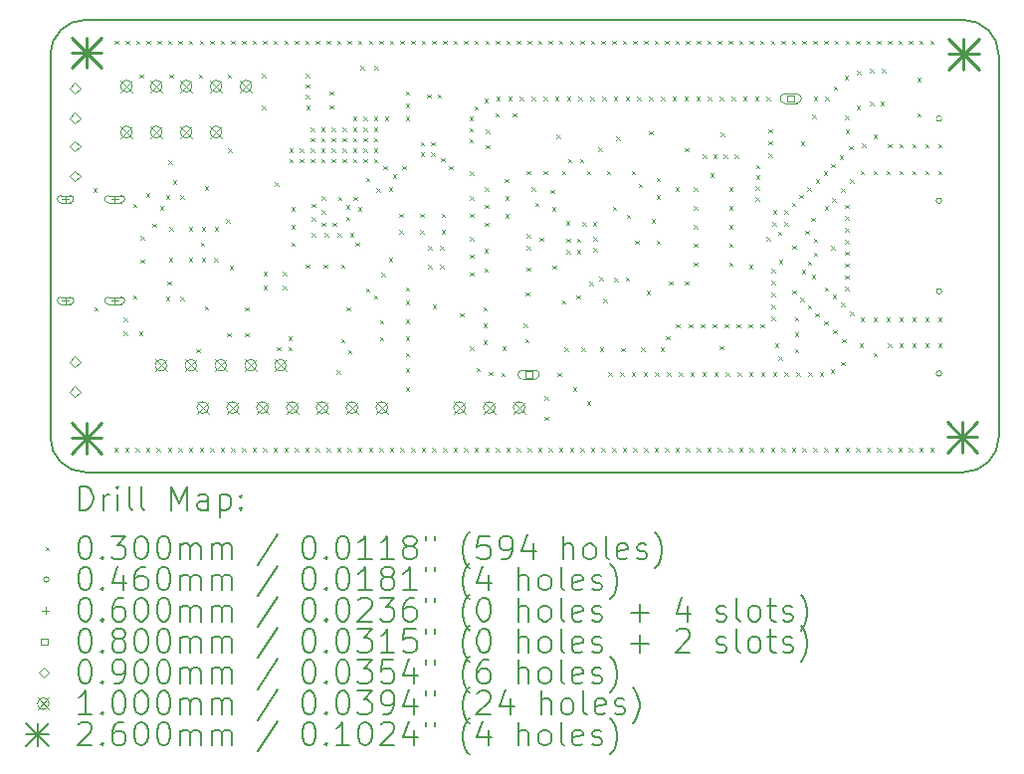
<source format=gbr>
%TF.GenerationSoftware,KiCad,Pcbnew,8.0.4*%
%TF.CreationDate,2024-11-17T23:13:56+01:00*%
%TF.ProjectId,TEF6687,54454636-3638-4372-9e6b-696361645f70,v1.1*%
%TF.SameCoordinates,Original*%
%TF.FileFunction,Drillmap*%
%TF.FilePolarity,Positive*%
%FSLAX45Y45*%
G04 Gerber Fmt 4.5, Leading zero omitted, Abs format (unit mm)*
G04 Created by KiCad (PCBNEW 8.0.4) date 2024-11-17 23:13:56*
%MOMM*%
%LPD*%
G01*
G04 APERTURE LIST*
%ADD10C,0.200000*%
%ADD11C,0.100000*%
%ADD12C,0.260000*%
G04 APERTURE END LIST*
D10*
X11390000Y-7920000D02*
X11390000Y-4670000D01*
X11690000Y-8220000D02*
X19160000Y-8220000D01*
X11390000Y-4670000D02*
G75*
G02*
X11690000Y-4370000I300000J0D01*
G01*
X19460000Y-4670000D02*
X19460000Y-7920000D01*
X19460000Y-7920000D02*
G75*
G02*
X19160000Y-8220000I-300000J0D01*
G01*
X11690000Y-8220000D02*
G75*
G02*
X11389990Y-7920000I-1070J298940D01*
G01*
X19160000Y-4370000D02*
X11690000Y-4370000D01*
X19160000Y-4370000D02*
G75*
G02*
X19460000Y-4670000I0J-300000D01*
G01*
D11*
X11755000Y-5805000D02*
X11785000Y-5835000D01*
X11785000Y-5805000D02*
X11755000Y-5835000D01*
X11765000Y-6815000D02*
X11795000Y-6845000D01*
X11795000Y-6815000D02*
X11765000Y-6845000D01*
X11935000Y-8015000D02*
X11965000Y-8045000D01*
X11965000Y-8015000D02*
X11935000Y-8045000D01*
X11940000Y-4545000D02*
X11970000Y-4575000D01*
X11970000Y-4545000D02*
X11940000Y-4575000D01*
X12015000Y-6902750D02*
X12045000Y-6932750D01*
X12045000Y-6902750D02*
X12015000Y-6932750D01*
X12015000Y-7022250D02*
X12045000Y-7052250D01*
X12045000Y-7022250D02*
X12015000Y-7052250D01*
X12025000Y-8015000D02*
X12055000Y-8045000D01*
X12055000Y-8015000D02*
X12025000Y-8045000D01*
X12030000Y-4545000D02*
X12060000Y-4575000D01*
X12060000Y-4545000D02*
X12030000Y-4575000D01*
X12095000Y-5935000D02*
X12125000Y-5965000D01*
X12125000Y-5935000D02*
X12095000Y-5965000D01*
X12095000Y-6715000D02*
X12125000Y-6745000D01*
X12125000Y-6715000D02*
X12095000Y-6745000D01*
X12115000Y-8015000D02*
X12145000Y-8045000D01*
X12145000Y-8015000D02*
X12115000Y-8045000D01*
X12120000Y-4545000D02*
X12150000Y-4575000D01*
X12150000Y-4545000D02*
X12120000Y-4575000D01*
X12145000Y-7022250D02*
X12175000Y-7052250D01*
X12175000Y-7022250D02*
X12145000Y-7052250D01*
X12150000Y-4835000D02*
X12180000Y-4865000D01*
X12180000Y-4835000D02*
X12150000Y-4865000D01*
X12160000Y-6210000D02*
X12190000Y-6240000D01*
X12190000Y-6210000D02*
X12160000Y-6240000D01*
X12160000Y-6410000D02*
X12190000Y-6440000D01*
X12190000Y-6410000D02*
X12160000Y-6440000D01*
X12205000Y-5845000D02*
X12235000Y-5875000D01*
X12235000Y-5845000D02*
X12205000Y-5875000D01*
X12205000Y-8015000D02*
X12235000Y-8045000D01*
X12235000Y-8015000D02*
X12205000Y-8045000D01*
X12210000Y-4545000D02*
X12240000Y-4575000D01*
X12240000Y-4545000D02*
X12210000Y-4575000D01*
X12260000Y-6105000D02*
X12290000Y-6135000D01*
X12290000Y-6105000D02*
X12260000Y-6135000D01*
X12295000Y-8015000D02*
X12325000Y-8045000D01*
X12325000Y-8015000D02*
X12295000Y-8045000D01*
X12300000Y-4545000D02*
X12330000Y-4575000D01*
X12330000Y-4545000D02*
X12300000Y-4575000D01*
X12325000Y-5955000D02*
X12355000Y-5985000D01*
X12355000Y-5955000D02*
X12325000Y-5985000D01*
X12375000Y-5865000D02*
X12405000Y-5895000D01*
X12405000Y-5865000D02*
X12375000Y-5895000D01*
X12375250Y-6725000D02*
X12405250Y-6755000D01*
X12405250Y-6725000D02*
X12375250Y-6755000D01*
X12385000Y-6595000D02*
X12415000Y-6625000D01*
X12415000Y-6595000D02*
X12385000Y-6625000D01*
X12390000Y-4545000D02*
X12420000Y-4575000D01*
X12420000Y-4545000D02*
X12390000Y-4575000D01*
X12390000Y-8015000D02*
X12420000Y-8045000D01*
X12420000Y-8015000D02*
X12390000Y-8045000D01*
X12395000Y-5565000D02*
X12425000Y-5595000D01*
X12425000Y-5565000D02*
X12395000Y-5595000D01*
X12400000Y-6395000D02*
X12430000Y-6425000D01*
X12430000Y-6395000D02*
X12400000Y-6425000D01*
X12405000Y-4835000D02*
X12435000Y-4865000D01*
X12435000Y-4835000D02*
X12405000Y-4865000D01*
X12405000Y-6135000D02*
X12435000Y-6165000D01*
X12435000Y-6135000D02*
X12405000Y-6165000D01*
X12435000Y-5735000D02*
X12465000Y-5765000D01*
X12465000Y-5735000D02*
X12435000Y-5765000D01*
X12480000Y-4545000D02*
X12510000Y-4575000D01*
X12510000Y-4545000D02*
X12480000Y-4575000D01*
X12480000Y-8015000D02*
X12510000Y-8045000D01*
X12510000Y-8015000D02*
X12480000Y-8045000D01*
X12494750Y-6725000D02*
X12524750Y-6755000D01*
X12524750Y-6725000D02*
X12494750Y-6755000D01*
X12495000Y-5865000D02*
X12525000Y-5895000D01*
X12525000Y-5865000D02*
X12495000Y-5895000D01*
X12570000Y-4545000D02*
X12600000Y-4575000D01*
X12600000Y-4545000D02*
X12570000Y-4575000D01*
X12570000Y-6135000D02*
X12600000Y-6165000D01*
X12600000Y-6135000D02*
X12570000Y-6165000D01*
X12570000Y-6395000D02*
X12600000Y-6425000D01*
X12600000Y-6395000D02*
X12570000Y-6425000D01*
X12570000Y-8015000D02*
X12600000Y-8045000D01*
X12600000Y-8015000D02*
X12570000Y-8045000D01*
X12630000Y-7172500D02*
X12660000Y-7202500D01*
X12660000Y-7172500D02*
X12630000Y-7202500D01*
X12655000Y-4835000D02*
X12685000Y-4865000D01*
X12685000Y-4835000D02*
X12655000Y-4865000D01*
X12660000Y-4545000D02*
X12690000Y-4575000D01*
X12690000Y-4545000D02*
X12660000Y-4575000D01*
X12660000Y-8015000D02*
X12690000Y-8045000D01*
X12690000Y-8015000D02*
X12660000Y-8045000D01*
X12670000Y-6265000D02*
X12700000Y-6295000D01*
X12700000Y-6265000D02*
X12670000Y-6295000D01*
X12680000Y-6135000D02*
X12710000Y-6165000D01*
X12710000Y-6135000D02*
X12680000Y-6165000D01*
X12680000Y-6395000D02*
X12710000Y-6425000D01*
X12710000Y-6395000D02*
X12680000Y-6425000D01*
X12705000Y-5785000D02*
X12735000Y-5815000D01*
X12735000Y-5785000D02*
X12705000Y-5815000D01*
X12705000Y-6805000D02*
X12735000Y-6835000D01*
X12735000Y-6805000D02*
X12705000Y-6835000D01*
X12750000Y-4545000D02*
X12780000Y-4575000D01*
X12780000Y-4545000D02*
X12750000Y-4575000D01*
X12750000Y-8015000D02*
X12780000Y-8045000D01*
X12780000Y-8015000D02*
X12750000Y-8045000D01*
X12785000Y-6395000D02*
X12815000Y-6425000D01*
X12815000Y-6395000D02*
X12785000Y-6425000D01*
X12787000Y-6135000D02*
X12817000Y-6165000D01*
X12817000Y-6135000D02*
X12787000Y-6165000D01*
X12840000Y-4545000D02*
X12870000Y-4575000D01*
X12870000Y-4545000D02*
X12840000Y-4575000D01*
X12840000Y-8015000D02*
X12870000Y-8045000D01*
X12870000Y-8015000D02*
X12840000Y-8045000D01*
X12885000Y-6065000D02*
X12915000Y-6095000D01*
X12915000Y-6065000D02*
X12885000Y-6095000D01*
X12895000Y-7035000D02*
X12925000Y-7065000D01*
X12925000Y-7035000D02*
X12895000Y-7065000D01*
X12900000Y-4835000D02*
X12930000Y-4865000D01*
X12930000Y-4835000D02*
X12900000Y-4865000D01*
X12905000Y-5465000D02*
X12935000Y-5495000D01*
X12935000Y-5465000D02*
X12905000Y-5495000D01*
X12915000Y-6465000D02*
X12945000Y-6495000D01*
X12945000Y-6465000D02*
X12915000Y-6495000D01*
X12930000Y-4545000D02*
X12960000Y-4575000D01*
X12960000Y-4545000D02*
X12930000Y-4575000D01*
X12930000Y-8015000D02*
X12960000Y-8045000D01*
X12960000Y-8015000D02*
X12930000Y-8045000D01*
X13020000Y-4545000D02*
X13050000Y-4575000D01*
X13050000Y-4545000D02*
X13020000Y-4575000D01*
X13020000Y-8015000D02*
X13050000Y-8045000D01*
X13050000Y-8015000D02*
X13020000Y-8045000D01*
X13045000Y-6815000D02*
X13075000Y-6845000D01*
X13075000Y-6815000D02*
X13045000Y-6845000D01*
X13045000Y-7035000D02*
X13075000Y-7065000D01*
X13075000Y-7035000D02*
X13045000Y-7065000D01*
X13110000Y-4545000D02*
X13140000Y-4575000D01*
X13140000Y-4545000D02*
X13110000Y-4575000D01*
X13110000Y-8015000D02*
X13140000Y-8045000D01*
X13140000Y-8015000D02*
X13110000Y-8045000D01*
X13190000Y-4830000D02*
X13220000Y-4860000D01*
X13220000Y-4830000D02*
X13190000Y-4860000D01*
X13192500Y-5100000D02*
X13222500Y-5130000D01*
X13222500Y-5100000D02*
X13192500Y-5130000D01*
X13200000Y-4545000D02*
X13230000Y-4575000D01*
X13230000Y-4545000D02*
X13200000Y-4575000D01*
X13200000Y-8015000D02*
X13230000Y-8045000D01*
X13230000Y-8015000D02*
X13200000Y-8045000D01*
X13205000Y-6515000D02*
X13235000Y-6545000D01*
X13235000Y-6515000D02*
X13205000Y-6545000D01*
X13205000Y-6635000D02*
X13235000Y-6665000D01*
X13235000Y-6635000D02*
X13205000Y-6665000D01*
X13290000Y-4545000D02*
X13320000Y-4575000D01*
X13320000Y-4545000D02*
X13290000Y-4575000D01*
X13290000Y-8015000D02*
X13320000Y-8045000D01*
X13320000Y-8015000D02*
X13290000Y-8045000D01*
X13300000Y-5755000D02*
X13330000Y-5785000D01*
X13330000Y-5755000D02*
X13300000Y-5785000D01*
X13320000Y-7155000D02*
X13350000Y-7185000D01*
X13350000Y-7155000D02*
X13320000Y-7185000D01*
X13370000Y-6515000D02*
X13400000Y-6545000D01*
X13400000Y-6515000D02*
X13370000Y-6545000D01*
X13370000Y-6635000D02*
X13400000Y-6665000D01*
X13400000Y-6635000D02*
X13370000Y-6665000D01*
X13380000Y-4545000D02*
X13410000Y-4575000D01*
X13410000Y-4545000D02*
X13380000Y-4575000D01*
X13380000Y-8015000D02*
X13410000Y-8045000D01*
X13410000Y-8015000D02*
X13380000Y-8045000D01*
X13415000Y-7065000D02*
X13445000Y-7095000D01*
X13445000Y-7065000D02*
X13415000Y-7095000D01*
X13415000Y-7155000D02*
X13445000Y-7185000D01*
X13445000Y-7155000D02*
X13415000Y-7185000D01*
X13425000Y-5465000D02*
X13455000Y-5495000D01*
X13455000Y-5465000D02*
X13425000Y-5495000D01*
X13425000Y-5555000D02*
X13455000Y-5585000D01*
X13455000Y-5555000D02*
X13425000Y-5585000D01*
X13440000Y-5965000D02*
X13470000Y-5995000D01*
X13470000Y-5965000D02*
X13440000Y-5995000D01*
X13440000Y-6115000D02*
X13470000Y-6145000D01*
X13470000Y-6115000D02*
X13440000Y-6145000D01*
X13440000Y-6265000D02*
X13470000Y-6295000D01*
X13470000Y-6265000D02*
X13440000Y-6295000D01*
X13470000Y-4545000D02*
X13500000Y-4575000D01*
X13500000Y-4545000D02*
X13470000Y-4575000D01*
X13470000Y-8015000D02*
X13500000Y-8045000D01*
X13500000Y-8015000D02*
X13470000Y-8045000D01*
X13515000Y-5465000D02*
X13545000Y-5495000D01*
X13545000Y-5465000D02*
X13515000Y-5495000D01*
X13515000Y-5555000D02*
X13545000Y-5585000D01*
X13545000Y-5555000D02*
X13515000Y-5585000D01*
X13560000Y-4545000D02*
X13590000Y-4575000D01*
X13590000Y-4545000D02*
X13560000Y-4575000D01*
X13560000Y-8015000D02*
X13590000Y-8045000D01*
X13590000Y-8015000D02*
X13560000Y-8045000D01*
X13565000Y-4830000D02*
X13595000Y-4860000D01*
X13595000Y-4830000D02*
X13565000Y-4860000D01*
X13565000Y-4920000D02*
X13595000Y-4950000D01*
X13595000Y-4920000D02*
X13565000Y-4950000D01*
X13565000Y-5010000D02*
X13595000Y-5040000D01*
X13595000Y-5010000D02*
X13565000Y-5040000D01*
X13565000Y-6450000D02*
X13595000Y-6480000D01*
X13595000Y-6450000D02*
X13565000Y-6480000D01*
X13567500Y-5100000D02*
X13597500Y-5130000D01*
X13597500Y-5100000D02*
X13567500Y-5130000D01*
X13605000Y-5285000D02*
X13635000Y-5315000D01*
X13635000Y-5285000D02*
X13605000Y-5315000D01*
X13605000Y-5375000D02*
X13635000Y-5405000D01*
X13635000Y-5375000D02*
X13605000Y-5405000D01*
X13605000Y-5465000D02*
X13635000Y-5495000D01*
X13635000Y-5465000D02*
X13605000Y-5495000D01*
X13605000Y-5555000D02*
X13635000Y-5585000D01*
X13635000Y-5555000D02*
X13605000Y-5585000D01*
X13615000Y-5935000D02*
X13645000Y-5965000D01*
X13645000Y-5935000D02*
X13615000Y-5965000D01*
X13615000Y-6050000D02*
X13645000Y-6080000D01*
X13645000Y-6050000D02*
X13615000Y-6080000D01*
X13615000Y-6185000D02*
X13645000Y-6215000D01*
X13645000Y-6185000D02*
X13615000Y-6215000D01*
X13650000Y-4545000D02*
X13680000Y-4575000D01*
X13680000Y-4545000D02*
X13650000Y-4575000D01*
X13650000Y-8015000D02*
X13680000Y-8045000D01*
X13680000Y-8015000D02*
X13650000Y-8045000D01*
X13695000Y-5285000D02*
X13725000Y-5315000D01*
X13725000Y-5285000D02*
X13695000Y-5315000D01*
X13695000Y-5375000D02*
X13725000Y-5405000D01*
X13725000Y-5375000D02*
X13695000Y-5405000D01*
X13695000Y-5465000D02*
X13725000Y-5495000D01*
X13725000Y-5465000D02*
X13695000Y-5495000D01*
X13695000Y-5555000D02*
X13725000Y-5585000D01*
X13725000Y-5555000D02*
X13695000Y-5585000D01*
X13700000Y-5990000D02*
X13730000Y-6020000D01*
X13730000Y-5990000D02*
X13700000Y-6020000D01*
X13700000Y-6095000D02*
X13730000Y-6125000D01*
X13730000Y-6095000D02*
X13700000Y-6125000D01*
X13700014Y-5872468D02*
X13730014Y-5902468D01*
X13730014Y-5872468D02*
X13700014Y-5902468D01*
X13715000Y-6450000D02*
X13745000Y-6480000D01*
X13745000Y-6450000D02*
X13715000Y-6480000D01*
X13725000Y-6185000D02*
X13755000Y-6215000D01*
X13755000Y-6185000D02*
X13725000Y-6215000D01*
X13740000Y-4545000D02*
X13770000Y-4575000D01*
X13770000Y-4545000D02*
X13740000Y-4575000D01*
X13740000Y-8015000D02*
X13770000Y-8045000D01*
X13770000Y-8015000D02*
X13740000Y-8045000D01*
X13765000Y-4980000D02*
X13795000Y-5010000D01*
X13795000Y-4980000D02*
X13765000Y-5010000D01*
X13765000Y-5095000D02*
X13795000Y-5125000D01*
X13795000Y-5095000D02*
X13765000Y-5125000D01*
X13785000Y-5285000D02*
X13815000Y-5315000D01*
X13815000Y-5285000D02*
X13785000Y-5315000D01*
X13785000Y-5375000D02*
X13815000Y-5405000D01*
X13815000Y-5375000D02*
X13785000Y-5405000D01*
X13785000Y-5465000D02*
X13815000Y-5495000D01*
X13815000Y-5465000D02*
X13785000Y-5495000D01*
X13785000Y-5555000D02*
X13815000Y-5585000D01*
X13815000Y-5555000D02*
X13785000Y-5585000D01*
X13792500Y-6097500D02*
X13822500Y-6127500D01*
X13822500Y-6097500D02*
X13792500Y-6127500D01*
X13825000Y-7352500D02*
X13855000Y-7382500D01*
X13855000Y-7352500D02*
X13825000Y-7382500D01*
X13830000Y-4545000D02*
X13860000Y-4575000D01*
X13860000Y-4545000D02*
X13830000Y-4575000D01*
X13830000Y-8015000D02*
X13860000Y-8045000D01*
X13860000Y-8015000D02*
X13830000Y-8045000D01*
X13835000Y-6185000D02*
X13865000Y-6215000D01*
X13865000Y-6185000D02*
X13835000Y-6215000D01*
X13840000Y-5875000D02*
X13870000Y-5905000D01*
X13870000Y-5875000D02*
X13840000Y-5905000D01*
X13865000Y-6450000D02*
X13895000Y-6480000D01*
X13895000Y-6450000D02*
X13865000Y-6480000D01*
X13865000Y-7085000D02*
X13895000Y-7115000D01*
X13895000Y-7085000D02*
X13865000Y-7115000D01*
X13875000Y-5285000D02*
X13905000Y-5315000D01*
X13905000Y-5285000D02*
X13875000Y-5315000D01*
X13875000Y-5375000D02*
X13905000Y-5405000D01*
X13905000Y-5375000D02*
X13875000Y-5405000D01*
X13875000Y-5465000D02*
X13905000Y-5495000D01*
X13905000Y-5465000D02*
X13875000Y-5495000D01*
X13875000Y-5555000D02*
X13905000Y-5585000D01*
X13905000Y-5555000D02*
X13875000Y-5585000D01*
X13905000Y-5946600D02*
X13935000Y-5976600D01*
X13935000Y-5946600D02*
X13905000Y-5976600D01*
X13905000Y-6045000D02*
X13935000Y-6075000D01*
X13935000Y-6045000D02*
X13905000Y-6075000D01*
X13910000Y-6815000D02*
X13940000Y-6845000D01*
X13940000Y-6815000D02*
X13910000Y-6845000D01*
X13920000Y-4545000D02*
X13950000Y-4575000D01*
X13950000Y-4545000D02*
X13920000Y-4575000D01*
X13920000Y-8015000D02*
X13950000Y-8045000D01*
X13950000Y-8015000D02*
X13920000Y-8045000D01*
X13925000Y-7180000D02*
X13955000Y-7210000D01*
X13955000Y-7180000D02*
X13925000Y-7210000D01*
X13940000Y-6185000D02*
X13970000Y-6215000D01*
X13970000Y-6185000D02*
X13940000Y-6215000D01*
X13965000Y-5195000D02*
X13995000Y-5225000D01*
X13995000Y-5195000D02*
X13965000Y-5225000D01*
X13965000Y-5285000D02*
X13995000Y-5315000D01*
X13995000Y-5285000D02*
X13965000Y-5315000D01*
X13965000Y-5375000D02*
X13995000Y-5405000D01*
X13995000Y-5375000D02*
X13965000Y-5405000D01*
X13965000Y-5465000D02*
X13995000Y-5495000D01*
X13995000Y-5465000D02*
X13965000Y-5495000D01*
X13965000Y-5555000D02*
X13995000Y-5585000D01*
X13995000Y-5555000D02*
X13965000Y-5585000D01*
X13970000Y-5875000D02*
X14000000Y-5905000D01*
X14000000Y-5875000D02*
X13970000Y-5905000D01*
X13985000Y-6265000D02*
X14015000Y-6295000D01*
X14015000Y-6265000D02*
X13985000Y-6295000D01*
X14009693Y-5963566D02*
X14039693Y-5993566D01*
X14039693Y-5963566D02*
X14009693Y-5993566D01*
X14010000Y-4545000D02*
X14040000Y-4575000D01*
X14040000Y-4545000D02*
X14010000Y-4575000D01*
X14010000Y-8015000D02*
X14040000Y-8045000D01*
X14040000Y-8015000D02*
X14010000Y-8045000D01*
X14030250Y-4760000D02*
X14060250Y-4790000D01*
X14060250Y-4760000D02*
X14030250Y-4790000D01*
X14055000Y-5195000D02*
X14085000Y-5225000D01*
X14085000Y-5195000D02*
X14055000Y-5225000D01*
X14055000Y-5285000D02*
X14085000Y-5315000D01*
X14085000Y-5285000D02*
X14055000Y-5315000D01*
X14055000Y-5375000D02*
X14085000Y-5405000D01*
X14085000Y-5375000D02*
X14055000Y-5405000D01*
X14055000Y-5465000D02*
X14085000Y-5495000D01*
X14085000Y-5465000D02*
X14055000Y-5495000D01*
X14055000Y-5555000D02*
X14085000Y-5585000D01*
X14085000Y-5555000D02*
X14055000Y-5585000D01*
X14075000Y-5715000D02*
X14105000Y-5745000D01*
X14105000Y-5715000D02*
X14075000Y-5745000D01*
X14075000Y-6655000D02*
X14105000Y-6685000D01*
X14105000Y-6655000D02*
X14075000Y-6685000D01*
X14100000Y-4545000D02*
X14130000Y-4575000D01*
X14130000Y-4545000D02*
X14100000Y-4575000D01*
X14100000Y-8015000D02*
X14130000Y-8045000D01*
X14130000Y-8015000D02*
X14100000Y-8045000D01*
X14145000Y-5195000D02*
X14175000Y-5225000D01*
X14175000Y-5195000D02*
X14145000Y-5225000D01*
X14145000Y-5285000D02*
X14175000Y-5315000D01*
X14175000Y-5285000D02*
X14145000Y-5315000D01*
X14145000Y-5375000D02*
X14175000Y-5405000D01*
X14175000Y-5375000D02*
X14145000Y-5405000D01*
X14145000Y-5465000D02*
X14175000Y-5495000D01*
X14175000Y-5465000D02*
X14145000Y-5495000D01*
X14145000Y-5555000D02*
X14175000Y-5585000D01*
X14175000Y-5555000D02*
X14145000Y-5585000D01*
X14145000Y-6715000D02*
X14175000Y-6745000D01*
X14175000Y-6715000D02*
X14145000Y-6745000D01*
X14149750Y-4760000D02*
X14179750Y-4790000D01*
X14179750Y-4760000D02*
X14149750Y-4790000D01*
X14165000Y-5805000D02*
X14195000Y-5835000D01*
X14195000Y-5805000D02*
X14165000Y-5835000D01*
X14190000Y-4545000D02*
X14220000Y-4575000D01*
X14220000Y-4545000D02*
X14190000Y-4575000D01*
X14190000Y-8015000D02*
X14220000Y-8045000D01*
X14220000Y-8015000D02*
X14190000Y-8045000D01*
X14195000Y-6925000D02*
X14225000Y-6955000D01*
X14225000Y-6925000D02*
X14195000Y-6955000D01*
X14195000Y-7068000D02*
X14225000Y-7098000D01*
X14225000Y-7068000D02*
X14195000Y-7098000D01*
X14205000Y-6525000D02*
X14235000Y-6555000D01*
X14235000Y-6525000D02*
X14205000Y-6555000D01*
X14225000Y-5615000D02*
X14255000Y-5645000D01*
X14255000Y-5615000D02*
X14225000Y-5645000D01*
X14235000Y-5195000D02*
X14265000Y-5225000D01*
X14265000Y-5195000D02*
X14235000Y-5225000D01*
X14270000Y-5795000D02*
X14300000Y-5825000D01*
X14300000Y-5795000D02*
X14270000Y-5825000D01*
X14270000Y-6395000D02*
X14300000Y-6425000D01*
X14300000Y-6395000D02*
X14270000Y-6425000D01*
X14280000Y-4545000D02*
X14310000Y-4575000D01*
X14310000Y-4545000D02*
X14280000Y-4575000D01*
X14280000Y-8015000D02*
X14310000Y-8045000D01*
X14310000Y-8015000D02*
X14280000Y-8045000D01*
X14305000Y-5685000D02*
X14335000Y-5715000D01*
X14335000Y-5685000D02*
X14305000Y-5715000D01*
X14360000Y-6020000D02*
X14390000Y-6050000D01*
X14390000Y-6020000D02*
X14360000Y-6050000D01*
X14360000Y-6157700D02*
X14390000Y-6187700D01*
X14390000Y-6157700D02*
X14360000Y-6187700D01*
X14370000Y-4545000D02*
X14400000Y-4575000D01*
X14400000Y-4545000D02*
X14370000Y-4575000D01*
X14370000Y-8015000D02*
X14400000Y-8045000D01*
X14400000Y-8015000D02*
X14370000Y-8045000D01*
X14385000Y-5615000D02*
X14415000Y-5645000D01*
X14415000Y-5615000D02*
X14385000Y-5645000D01*
X14415000Y-4980000D02*
X14445000Y-5010000D01*
X14445000Y-4980000D02*
X14415000Y-5010000D01*
X14415000Y-5085000D02*
X14445000Y-5115000D01*
X14445000Y-5085000D02*
X14415000Y-5115000D01*
X14415000Y-5195000D02*
X14445000Y-5225000D01*
X14445000Y-5195000D02*
X14415000Y-5225000D01*
X14415000Y-6645000D02*
X14445000Y-6675000D01*
X14445000Y-6645000D02*
X14415000Y-6675000D01*
X14415000Y-6760000D02*
X14445000Y-6790000D01*
X14445000Y-6760000D02*
X14415000Y-6790000D01*
X14415000Y-6920000D02*
X14445000Y-6950000D01*
X14445000Y-6920000D02*
X14415000Y-6950000D01*
X14415000Y-7065000D02*
X14445000Y-7095000D01*
X14445000Y-7065000D02*
X14415000Y-7095000D01*
X14415000Y-7205000D02*
X14445000Y-7235000D01*
X14445000Y-7205000D02*
X14415000Y-7235000D01*
X14415000Y-7335000D02*
X14445000Y-7365000D01*
X14445000Y-7335000D02*
X14415000Y-7365000D01*
X14415000Y-7495000D02*
X14445000Y-7525000D01*
X14445000Y-7495000D02*
X14415000Y-7525000D01*
X14460000Y-4545000D02*
X14490000Y-4575000D01*
X14490000Y-4545000D02*
X14460000Y-4575000D01*
X14460000Y-8015000D02*
X14490000Y-8045000D01*
X14490000Y-8015000D02*
X14460000Y-8045000D01*
X14535000Y-6020000D02*
X14565000Y-6050000D01*
X14565000Y-6020000D02*
X14535000Y-6050000D01*
X14535000Y-6157700D02*
X14565000Y-6187700D01*
X14565000Y-6157700D02*
X14535000Y-6187700D01*
X14540000Y-5410000D02*
X14570000Y-5440000D01*
X14570000Y-5410000D02*
X14540000Y-5440000D01*
X14540000Y-5500000D02*
X14570000Y-5530000D01*
X14570000Y-5500000D02*
X14540000Y-5530000D01*
X14550000Y-4545000D02*
X14580000Y-4575000D01*
X14580000Y-4545000D02*
X14550000Y-4575000D01*
X14550000Y-8015000D02*
X14580000Y-8045000D01*
X14580000Y-8015000D02*
X14550000Y-8045000D01*
X14595000Y-5005000D02*
X14625000Y-5035000D01*
X14625000Y-5005000D02*
X14595000Y-5035000D01*
X14605000Y-6295000D02*
X14635000Y-6325000D01*
X14635000Y-6295000D02*
X14605000Y-6325000D01*
X14605000Y-6455000D02*
X14635000Y-6485000D01*
X14635000Y-6455000D02*
X14605000Y-6485000D01*
X14630000Y-5410000D02*
X14660000Y-5440000D01*
X14660000Y-5410000D02*
X14630000Y-5440000D01*
X14630000Y-5500000D02*
X14660000Y-5530000D01*
X14660000Y-5500000D02*
X14630000Y-5530000D01*
X14640000Y-4545000D02*
X14670000Y-4575000D01*
X14670000Y-4545000D02*
X14640000Y-4575000D01*
X14640000Y-8015000D02*
X14670000Y-8045000D01*
X14670000Y-8015000D02*
X14640000Y-8045000D01*
X14645000Y-6795000D02*
X14675000Y-6825000D01*
X14675000Y-6795000D02*
X14645000Y-6825000D01*
X14685000Y-5005000D02*
X14715000Y-5035000D01*
X14715000Y-5005000D02*
X14685000Y-5035000D01*
X14705000Y-6295000D02*
X14735000Y-6325000D01*
X14735000Y-6295000D02*
X14705000Y-6325000D01*
X14705000Y-6455000D02*
X14735000Y-6485000D01*
X14735000Y-6455000D02*
X14705000Y-6485000D01*
X14715000Y-5545000D02*
X14745000Y-5575000D01*
X14745000Y-5545000D02*
X14715000Y-5575000D01*
X14720000Y-6020000D02*
X14750000Y-6050000D01*
X14750000Y-6020000D02*
X14720000Y-6050000D01*
X14720000Y-6157700D02*
X14750000Y-6187700D01*
X14750000Y-6157700D02*
X14720000Y-6187700D01*
X14730000Y-4545000D02*
X14760000Y-4575000D01*
X14760000Y-4545000D02*
X14730000Y-4575000D01*
X14730000Y-8015000D02*
X14760000Y-8045000D01*
X14760000Y-8015000D02*
X14730000Y-8045000D01*
X14785000Y-5615000D02*
X14815000Y-5645000D01*
X14815000Y-5615000D02*
X14785000Y-5645000D01*
X14820000Y-4545000D02*
X14850000Y-4575000D01*
X14850000Y-4545000D02*
X14820000Y-4575000D01*
X14820000Y-8015000D02*
X14850000Y-8045000D01*
X14850000Y-8015000D02*
X14820000Y-8045000D01*
X14875000Y-6865000D02*
X14905000Y-6895000D01*
X14905000Y-6865000D02*
X14875000Y-6895000D01*
X14910000Y-4545000D02*
X14940000Y-4575000D01*
X14940000Y-4545000D02*
X14910000Y-4575000D01*
X14910000Y-8015000D02*
X14940000Y-8045000D01*
X14940000Y-8015000D02*
X14910000Y-8045000D01*
X14955360Y-5192363D02*
X14985360Y-5222363D01*
X14985360Y-5192363D02*
X14955360Y-5222363D01*
X14956368Y-5290149D02*
X14986368Y-5320149D01*
X14986368Y-5290149D02*
X14956368Y-5320149D01*
X14956368Y-5385000D02*
X14986368Y-5415000D01*
X14986368Y-5385000D02*
X14956368Y-5415000D01*
X14960133Y-5660000D02*
X14990133Y-5690000D01*
X14990133Y-5660000D02*
X14960133Y-5690000D01*
X14960504Y-5872913D02*
X14990504Y-5902913D01*
X14990504Y-5872913D02*
X14960504Y-5902913D01*
X14960728Y-6020124D02*
X14990728Y-6050124D01*
X14990728Y-6020124D02*
X14960728Y-6050124D01*
X14960728Y-7150000D02*
X14990728Y-7180000D01*
X14990728Y-7150000D02*
X14960728Y-7180000D01*
X14961220Y-6217215D02*
X14991220Y-6247215D01*
X14991220Y-6217215D02*
X14961220Y-6247215D01*
X14961220Y-6367215D02*
X14991220Y-6397215D01*
X14991220Y-6367215D02*
X14961220Y-6397215D01*
X14961220Y-6517215D02*
X14991220Y-6547215D01*
X14991220Y-6517215D02*
X14961220Y-6547215D01*
X14999212Y-5104154D02*
X15029212Y-5134154D01*
X15029212Y-5104154D02*
X14999212Y-5134154D01*
X15000000Y-4545000D02*
X15030000Y-4575000D01*
X15030000Y-4545000D02*
X15000000Y-4575000D01*
X15000000Y-8015000D02*
X15030000Y-8045000D01*
X15030000Y-8015000D02*
X15000000Y-8045000D01*
X15014091Y-7331732D02*
X15044091Y-7361732D01*
X15044091Y-7331732D02*
X15014091Y-7361732D01*
X15075000Y-6815000D02*
X15105000Y-6845000D01*
X15105000Y-6815000D02*
X15075000Y-6845000D01*
X15075000Y-6955000D02*
X15105000Y-6985000D01*
X15105000Y-6955000D02*
X15075000Y-6985000D01*
X15075000Y-7100000D02*
X15105000Y-7130000D01*
X15105000Y-7100000D02*
X15075000Y-7130000D01*
X15082776Y-5042393D02*
X15112776Y-5072393D01*
X15112776Y-5042393D02*
X15082776Y-5072393D01*
X15085000Y-6320000D02*
X15115000Y-6350000D01*
X15115000Y-6320000D02*
X15085000Y-6350000D01*
X15085000Y-6485000D02*
X15115000Y-6515000D01*
X15115000Y-6485000D02*
X15085000Y-6515000D01*
X15087500Y-5795000D02*
X15117500Y-5825000D01*
X15117500Y-5795000D02*
X15087500Y-5825000D01*
X15087500Y-5945000D02*
X15117500Y-5975000D01*
X15117500Y-5945000D02*
X15087500Y-5975000D01*
X15087500Y-6095000D02*
X15117500Y-6125000D01*
X15117500Y-6095000D02*
X15087500Y-6125000D01*
X15090000Y-4545000D02*
X15120000Y-4575000D01*
X15120000Y-4545000D02*
X15090000Y-4575000D01*
X15090000Y-8015000D02*
X15120000Y-8045000D01*
X15120000Y-8015000D02*
X15090000Y-8045000D01*
X15095000Y-5305000D02*
X15125000Y-5335000D01*
X15125000Y-5305000D02*
X15095000Y-5335000D01*
X15095000Y-5435000D02*
X15125000Y-5465000D01*
X15125000Y-5435000D02*
X15095000Y-5465000D01*
X15123470Y-7367016D02*
X15153470Y-7397016D01*
X15153470Y-7367016D02*
X15123470Y-7397016D01*
X15175000Y-5165000D02*
X15205000Y-5195000D01*
X15205000Y-5165000D02*
X15175000Y-5195000D01*
X15180000Y-4545000D02*
X15210000Y-4575000D01*
X15210000Y-4545000D02*
X15180000Y-4575000D01*
X15180000Y-8015000D02*
X15210000Y-8045000D01*
X15210000Y-8015000D02*
X15180000Y-8045000D01*
X15185099Y-5023407D02*
X15215099Y-5053407D01*
X15215099Y-5023407D02*
X15185099Y-5053407D01*
X15227809Y-7374073D02*
X15257809Y-7404073D01*
X15257809Y-7374073D02*
X15227809Y-7404073D01*
X15235000Y-7150000D02*
X15265000Y-7180000D01*
X15265000Y-7150000D02*
X15235000Y-7180000D01*
X15255000Y-5725000D02*
X15285000Y-5755000D01*
X15285000Y-5725000D02*
X15255000Y-5755000D01*
X15260000Y-5872500D02*
X15290000Y-5902500D01*
X15290000Y-5872500D02*
X15260000Y-5902500D01*
X15260000Y-6022000D02*
X15290000Y-6052000D01*
X15290000Y-6022000D02*
X15260000Y-6052000D01*
X15270000Y-4545000D02*
X15300000Y-4575000D01*
X15300000Y-4545000D02*
X15270000Y-4575000D01*
X15270000Y-8015000D02*
X15300000Y-8045000D01*
X15300000Y-8015000D02*
X15270000Y-8045000D01*
X15285099Y-5023407D02*
X15315099Y-5053407D01*
X15315099Y-5023407D02*
X15285099Y-5053407D01*
X15325000Y-5165000D02*
X15355000Y-5195000D01*
X15355000Y-5165000D02*
X15325000Y-5195000D01*
X15360000Y-4545000D02*
X15390000Y-4575000D01*
X15390000Y-4545000D02*
X15360000Y-4575000D01*
X15360000Y-8015000D02*
X15390000Y-8045000D01*
X15390000Y-8015000D02*
X15360000Y-8045000D01*
X15385099Y-5023407D02*
X15415099Y-5053407D01*
X15415099Y-5023407D02*
X15385099Y-5053407D01*
X15420000Y-6955000D02*
X15450000Y-6985000D01*
X15450000Y-6955000D02*
X15420000Y-6985000D01*
X15430000Y-7085000D02*
X15460000Y-7115000D01*
X15460000Y-7085000D02*
X15430000Y-7115000D01*
X15435000Y-6690000D02*
X15465000Y-6720000D01*
X15465000Y-6690000D02*
X15435000Y-6720000D01*
X15445000Y-5655000D02*
X15475000Y-5685000D01*
X15475000Y-5655000D02*
X15445000Y-5685000D01*
X15445000Y-6195000D02*
X15475000Y-6225000D01*
X15475000Y-6195000D02*
X15445000Y-6225000D01*
X15445000Y-6295000D02*
X15475000Y-6325000D01*
X15475000Y-6295000D02*
X15445000Y-6325000D01*
X15445000Y-6475000D02*
X15475000Y-6505000D01*
X15475000Y-6475000D02*
X15445000Y-6505000D01*
X15450000Y-4545000D02*
X15480000Y-4575000D01*
X15480000Y-4545000D02*
X15450000Y-4575000D01*
X15450000Y-8015000D02*
X15480000Y-8045000D01*
X15480000Y-8015000D02*
X15450000Y-8045000D01*
X15485000Y-5795000D02*
X15515000Y-5825000D01*
X15515000Y-5795000D02*
X15485000Y-5825000D01*
X15485099Y-5023407D02*
X15515099Y-5053407D01*
X15515099Y-5023407D02*
X15485099Y-5053407D01*
X15515000Y-5925000D02*
X15545000Y-5955000D01*
X15545000Y-5925000D02*
X15515000Y-5955000D01*
X15540000Y-4545000D02*
X15570000Y-4575000D01*
X15570000Y-4545000D02*
X15540000Y-4575000D01*
X15540000Y-8015000D02*
X15570000Y-8045000D01*
X15570000Y-8015000D02*
X15540000Y-8045000D01*
X15555000Y-6221690D02*
X15585000Y-6251690D01*
X15585000Y-6221690D02*
X15555000Y-6251690D01*
X15585000Y-5655000D02*
X15615000Y-5685000D01*
X15615000Y-5655000D02*
X15585000Y-5685000D01*
X15585099Y-5023407D02*
X15615099Y-5053407D01*
X15615099Y-5023407D02*
X15585099Y-5053407D01*
X15595000Y-7575000D02*
X15625000Y-7605000D01*
X15625000Y-7575000D02*
X15595000Y-7605000D01*
X15595000Y-7745000D02*
X15625000Y-7775000D01*
X15625000Y-7745000D02*
X15595000Y-7775000D01*
X15630000Y-4545000D02*
X15660000Y-4575000D01*
X15660000Y-4545000D02*
X15630000Y-4575000D01*
X15630000Y-8015000D02*
X15660000Y-8045000D01*
X15660000Y-8015000D02*
X15630000Y-8045000D01*
X15645000Y-5815000D02*
X15675000Y-5845000D01*
X15675000Y-5815000D02*
X15645000Y-5845000D01*
X15660008Y-5965000D02*
X15690008Y-5995000D01*
X15690008Y-5965000D02*
X15660008Y-5995000D01*
X15664800Y-6460059D02*
X15694800Y-6490059D01*
X15694800Y-6460059D02*
X15664800Y-6490059D01*
X15685099Y-5023407D02*
X15715099Y-5053407D01*
X15715099Y-5023407D02*
X15685099Y-5053407D01*
X15696250Y-5345000D02*
X15726250Y-5375000D01*
X15726250Y-5345000D02*
X15696250Y-5375000D01*
X15705585Y-7375000D02*
X15735585Y-7405000D01*
X15735585Y-7375000D02*
X15705585Y-7405000D01*
X15720000Y-4545000D02*
X15750000Y-4575000D01*
X15750000Y-4545000D02*
X15720000Y-4575000D01*
X15720000Y-8015000D02*
X15750000Y-8045000D01*
X15750000Y-8015000D02*
X15720000Y-8045000D01*
X15745000Y-5655000D02*
X15775000Y-5685000D01*
X15775000Y-5655000D02*
X15745000Y-5685000D01*
X15745000Y-6755000D02*
X15775000Y-6785000D01*
X15775000Y-6755000D02*
X15745000Y-6785000D01*
X15765000Y-7160500D02*
X15795000Y-7190500D01*
X15795000Y-7160500D02*
X15765000Y-7190500D01*
X15777500Y-6085000D02*
X15807500Y-6115000D01*
X15807500Y-6085000D02*
X15777500Y-6115000D01*
X15782500Y-6230000D02*
X15812500Y-6260000D01*
X15812500Y-6230000D02*
X15782500Y-6260000D01*
X15782500Y-6330000D02*
X15812500Y-6360000D01*
X15812500Y-6330000D02*
X15782500Y-6360000D01*
X15785099Y-5023407D02*
X15815099Y-5053407D01*
X15815099Y-5023407D02*
X15785099Y-5053407D01*
X15795000Y-5555000D02*
X15825000Y-5585000D01*
X15825000Y-5555000D02*
X15795000Y-5585000D01*
X15810000Y-4545000D02*
X15840000Y-4575000D01*
X15840000Y-4545000D02*
X15810000Y-4575000D01*
X15810000Y-8015000D02*
X15840000Y-8045000D01*
X15840000Y-8015000D02*
X15810000Y-8045000D01*
X15835000Y-7495000D02*
X15865000Y-7525000D01*
X15865000Y-7495000D02*
X15835000Y-7525000D01*
X15867500Y-6712500D02*
X15897500Y-6742500D01*
X15897500Y-6712500D02*
X15867500Y-6742500D01*
X15872500Y-6230000D02*
X15902500Y-6260000D01*
X15902500Y-6230000D02*
X15872500Y-6260000D01*
X15872500Y-6330000D02*
X15902500Y-6360000D01*
X15902500Y-6330000D02*
X15872500Y-6360000D01*
X15885099Y-5023407D02*
X15915099Y-5053407D01*
X15915099Y-5023407D02*
X15885099Y-5053407D01*
X15895000Y-5555000D02*
X15925000Y-5585000D01*
X15925000Y-5555000D02*
X15895000Y-5585000D01*
X15900000Y-4545000D02*
X15930000Y-4575000D01*
X15930000Y-4545000D02*
X15900000Y-4575000D01*
X15900000Y-8015000D02*
X15930000Y-8045000D01*
X15930000Y-8015000D02*
X15900000Y-8045000D01*
X15910000Y-7160000D02*
X15940000Y-7190000D01*
X15940000Y-7160000D02*
X15910000Y-7190000D01*
X15917500Y-6090000D02*
X15947500Y-6120000D01*
X15947500Y-6090000D02*
X15917500Y-6120000D01*
X15955000Y-5655000D02*
X15985000Y-5685000D01*
X15985000Y-5655000D02*
X15955000Y-5685000D01*
X15955000Y-7615000D02*
X15985000Y-7645000D01*
X15985000Y-7615000D02*
X15955000Y-7645000D01*
X15977500Y-6597500D02*
X16007500Y-6627500D01*
X16007500Y-6597500D02*
X15977500Y-6627500D01*
X15985099Y-5023407D02*
X16015099Y-5053407D01*
X16015099Y-5023407D02*
X15985099Y-5053407D01*
X15990000Y-4545000D02*
X16020000Y-4575000D01*
X16020000Y-4545000D02*
X15990000Y-4575000D01*
X15990000Y-8015000D02*
X16020000Y-8045000D01*
X16020000Y-8015000D02*
X15990000Y-8045000D01*
X16007500Y-6090000D02*
X16037500Y-6120000D01*
X16037500Y-6090000D02*
X16007500Y-6120000D01*
X16012500Y-6220000D02*
X16042500Y-6250000D01*
X16042500Y-6220000D02*
X16012500Y-6250000D01*
X16012500Y-6310000D02*
X16042500Y-6340000D01*
X16042500Y-6310000D02*
X16012500Y-6340000D01*
X16055000Y-5455000D02*
X16085000Y-5485000D01*
X16085000Y-5455000D02*
X16055000Y-5485000D01*
X16062100Y-6557928D02*
X16092100Y-6587928D01*
X16092100Y-6557928D02*
X16062100Y-6587928D01*
X16065000Y-7160500D02*
X16095000Y-7190500D01*
X16095000Y-7160500D02*
X16065000Y-7190500D01*
X16080000Y-4545000D02*
X16110000Y-4575000D01*
X16110000Y-4545000D02*
X16080000Y-4575000D01*
X16080000Y-8015000D02*
X16110000Y-8045000D01*
X16110000Y-8015000D02*
X16080000Y-8045000D01*
X16085099Y-5023407D02*
X16115099Y-5053407D01*
X16115099Y-5023407D02*
X16085099Y-5053407D01*
X16095000Y-6745000D02*
X16125000Y-6775000D01*
X16125000Y-6745000D02*
X16095000Y-6775000D01*
X16125000Y-5655000D02*
X16155000Y-5685000D01*
X16155000Y-5655000D02*
X16125000Y-5685000D01*
X16137367Y-7372147D02*
X16167367Y-7402147D01*
X16167367Y-7372147D02*
X16137367Y-7402147D01*
X16170000Y-4545000D02*
X16200000Y-4575000D01*
X16200000Y-4545000D02*
X16170000Y-4575000D01*
X16170000Y-8015000D02*
X16200000Y-8045000D01*
X16200000Y-8015000D02*
X16170000Y-8045000D01*
X16175000Y-5961250D02*
X16205000Y-5991250D01*
X16205000Y-5961250D02*
X16175000Y-5991250D01*
X16185099Y-5023407D02*
X16215099Y-5053407D01*
X16215099Y-5023407D02*
X16185099Y-5053407D01*
X16187500Y-6565000D02*
X16217500Y-6595000D01*
X16217500Y-6565000D02*
X16187500Y-6595000D01*
X16205000Y-5365000D02*
X16235000Y-5395000D01*
X16235000Y-5365000D02*
X16205000Y-5395000D01*
X16237367Y-7372147D02*
X16267367Y-7402147D01*
X16267367Y-7372147D02*
X16237367Y-7402147D01*
X16247500Y-7162500D02*
X16277500Y-7192500D01*
X16277500Y-7162500D02*
X16247500Y-7192500D01*
X16260000Y-4545000D02*
X16290000Y-4575000D01*
X16290000Y-4545000D02*
X16260000Y-4575000D01*
X16260000Y-8015000D02*
X16290000Y-8045000D01*
X16290000Y-8015000D02*
X16260000Y-8045000D01*
X16285099Y-5023407D02*
X16315099Y-5053407D01*
X16315099Y-5023407D02*
X16285099Y-5053407D01*
X16285631Y-6561803D02*
X16315631Y-6591803D01*
X16315631Y-6561803D02*
X16285631Y-6591803D01*
X16295000Y-6026250D02*
X16325000Y-6056250D01*
X16325000Y-6026250D02*
X16295000Y-6056250D01*
X16335000Y-5655000D02*
X16365000Y-5685000D01*
X16365000Y-5655000D02*
X16335000Y-5685000D01*
X16337367Y-7372147D02*
X16367367Y-7402147D01*
X16367367Y-7372147D02*
X16337367Y-7402147D01*
X16350000Y-4545000D02*
X16380000Y-4575000D01*
X16380000Y-4545000D02*
X16350000Y-4575000D01*
X16350000Y-8015000D02*
X16380000Y-8045000D01*
X16380000Y-8015000D02*
X16350000Y-8045000D01*
X16367500Y-6250000D02*
X16397500Y-6280000D01*
X16397500Y-6250000D02*
X16367500Y-6280000D01*
X16385099Y-5023407D02*
X16415099Y-5053407D01*
X16415099Y-5023407D02*
X16385099Y-5053407D01*
X16395000Y-5765000D02*
X16425000Y-5795000D01*
X16425000Y-5765000D02*
X16395000Y-5795000D01*
X16415000Y-7160000D02*
X16445000Y-7190000D01*
X16445000Y-7160000D02*
X16415000Y-7190000D01*
X16437367Y-7372147D02*
X16467367Y-7402147D01*
X16467367Y-7372147D02*
X16437367Y-7402147D01*
X16440000Y-4545000D02*
X16470000Y-4575000D01*
X16470000Y-4545000D02*
X16440000Y-4575000D01*
X16440000Y-8015000D02*
X16470000Y-8045000D01*
X16470000Y-8015000D02*
X16440000Y-8045000D01*
X16465000Y-6675360D02*
X16495000Y-6705360D01*
X16495000Y-6675360D02*
X16465000Y-6705360D01*
X16485000Y-5315000D02*
X16515000Y-5345000D01*
X16515000Y-5315000D02*
X16485000Y-5345000D01*
X16485099Y-5023407D02*
X16515099Y-5053407D01*
X16515099Y-5023407D02*
X16485099Y-5053407D01*
X16505000Y-6065000D02*
X16535000Y-6095000D01*
X16535000Y-6065000D02*
X16505000Y-6095000D01*
X16530000Y-4545000D02*
X16560000Y-4575000D01*
X16560000Y-4545000D02*
X16530000Y-4575000D01*
X16530000Y-8015000D02*
X16560000Y-8045000D01*
X16560000Y-8015000D02*
X16530000Y-8045000D01*
X16537367Y-7372147D02*
X16567367Y-7402147D01*
X16567367Y-7372147D02*
X16537367Y-7402147D01*
X16547500Y-5715000D02*
X16577500Y-5745000D01*
X16577500Y-5715000D02*
X16547500Y-5745000D01*
X16547500Y-5865000D02*
X16577500Y-5895000D01*
X16577500Y-5865000D02*
X16547500Y-5895000D01*
X16547500Y-6250000D02*
X16577500Y-6280000D01*
X16577500Y-6250000D02*
X16547500Y-6280000D01*
X16582500Y-7157500D02*
X16612500Y-7187500D01*
X16612500Y-7157500D02*
X16582500Y-7187500D01*
X16585099Y-5023407D02*
X16615099Y-5053407D01*
X16615099Y-5023407D02*
X16585099Y-5053407D01*
X16620000Y-4545000D02*
X16650000Y-4575000D01*
X16650000Y-4545000D02*
X16620000Y-4575000D01*
X16620000Y-8015000D02*
X16650000Y-8045000D01*
X16650000Y-8015000D02*
X16620000Y-8045000D01*
X16630360Y-7059640D02*
X16660360Y-7089640D01*
X16660360Y-7059640D02*
X16630360Y-7089640D01*
X16637367Y-7372147D02*
X16667367Y-7402147D01*
X16667367Y-7372147D02*
X16637367Y-7402147D01*
X16655000Y-6595000D02*
X16685000Y-6625000D01*
X16685000Y-6595000D02*
X16655000Y-6625000D01*
X16685099Y-5023407D02*
X16715099Y-5053407D01*
X16715099Y-5023407D02*
X16685099Y-5053407D01*
X16707500Y-5795000D02*
X16737500Y-5825000D01*
X16737500Y-5795000D02*
X16707500Y-5825000D01*
X16710000Y-4545000D02*
X16740000Y-4575000D01*
X16740000Y-4545000D02*
X16710000Y-4575000D01*
X16710000Y-8015000D02*
X16740000Y-8045000D01*
X16740000Y-8015000D02*
X16710000Y-8045000D01*
X16715000Y-6959840D02*
X16745000Y-6989840D01*
X16745000Y-6959840D02*
X16715000Y-6989840D01*
X16737367Y-7372147D02*
X16767367Y-7402147D01*
X16767367Y-7372147D02*
X16737367Y-7402147D01*
X16785099Y-5023407D02*
X16815099Y-5053407D01*
X16815099Y-5023407D02*
X16785099Y-5053407D01*
X16790000Y-5460000D02*
X16820000Y-5490000D01*
X16820000Y-5460000D02*
X16790000Y-5490000D01*
X16790000Y-6595000D02*
X16820000Y-6625000D01*
X16820000Y-6595000D02*
X16790000Y-6625000D01*
X16800000Y-4545000D02*
X16830000Y-4575000D01*
X16830000Y-4545000D02*
X16800000Y-4575000D01*
X16800000Y-8015000D02*
X16830000Y-8045000D01*
X16830000Y-8015000D02*
X16800000Y-8045000D01*
X16821680Y-6959840D02*
X16851680Y-6989840D01*
X16851680Y-6959840D02*
X16821680Y-6989840D01*
X16837367Y-7372147D02*
X16867367Y-7402147D01*
X16867367Y-7372147D02*
X16837367Y-7402147D01*
X16867500Y-5795000D02*
X16897500Y-5825000D01*
X16897500Y-5795000D02*
X16867500Y-5825000D01*
X16867500Y-5955000D02*
X16897500Y-5985000D01*
X16897500Y-5955000D02*
X16867500Y-5985000D01*
X16867500Y-6115000D02*
X16897500Y-6145000D01*
X16897500Y-6115000D02*
X16867500Y-6145000D01*
X16867500Y-6275000D02*
X16897500Y-6305000D01*
X16897500Y-6275000D02*
X16867500Y-6305000D01*
X16867500Y-6435000D02*
X16897500Y-6465000D01*
X16897500Y-6435000D02*
X16867500Y-6465000D01*
X16885099Y-5023407D02*
X16915099Y-5053407D01*
X16915099Y-5023407D02*
X16885099Y-5053407D01*
X16890000Y-4545000D02*
X16920000Y-4575000D01*
X16920000Y-4545000D02*
X16890000Y-4575000D01*
X16890000Y-8015000D02*
X16920000Y-8045000D01*
X16920000Y-8015000D02*
X16890000Y-8045000D01*
X16923280Y-6959840D02*
X16953280Y-6989840D01*
X16953280Y-6959840D02*
X16923280Y-6989840D01*
X16937367Y-7372147D02*
X16967367Y-7402147D01*
X16967367Y-7372147D02*
X16937367Y-7402147D01*
X16940000Y-5515000D02*
X16970000Y-5545000D01*
X16970000Y-5515000D02*
X16940000Y-5545000D01*
X16980000Y-4545000D02*
X17010000Y-4575000D01*
X17010000Y-4545000D02*
X16980000Y-4575000D01*
X16980000Y-8015000D02*
X17010000Y-8045000D01*
X17010000Y-8015000D02*
X16980000Y-8045000D01*
X16985099Y-5023407D02*
X17015099Y-5053407D01*
X17015099Y-5023407D02*
X16985099Y-5053407D01*
X17005000Y-5675000D02*
X17035000Y-5705000D01*
X17035000Y-5675000D02*
X17005000Y-5705000D01*
X17024880Y-6959840D02*
X17054880Y-6989840D01*
X17054880Y-6959840D02*
X17024880Y-6989840D01*
X17030000Y-5515000D02*
X17060000Y-5545000D01*
X17060000Y-5515000D02*
X17030000Y-5545000D01*
X17037367Y-7372147D02*
X17067367Y-7402147D01*
X17067367Y-7372147D02*
X17037367Y-7402147D01*
X17070000Y-4545000D02*
X17100000Y-4575000D01*
X17100000Y-4545000D02*
X17070000Y-4575000D01*
X17070000Y-8015000D02*
X17100000Y-8045000D01*
X17100000Y-8015000D02*
X17070000Y-8045000D01*
X17085000Y-7145000D02*
X17115000Y-7175000D01*
X17115000Y-7145000D02*
X17085000Y-7175000D01*
X17085099Y-5023407D02*
X17115099Y-5053407D01*
X17115099Y-5023407D02*
X17085099Y-5053407D01*
X17095000Y-5330000D02*
X17125000Y-5360000D01*
X17125000Y-5330000D02*
X17095000Y-5360000D01*
X17120000Y-5517500D02*
X17150000Y-5547500D01*
X17150000Y-5517500D02*
X17120000Y-5547500D01*
X17126480Y-6959840D02*
X17156480Y-6989840D01*
X17156480Y-6959840D02*
X17126480Y-6989840D01*
X17137367Y-7372147D02*
X17167367Y-7402147D01*
X17167367Y-7372147D02*
X17137367Y-7402147D01*
X17160000Y-4545000D02*
X17190000Y-4575000D01*
X17190000Y-4545000D02*
X17160000Y-4575000D01*
X17160000Y-8015000D02*
X17190000Y-8045000D01*
X17190000Y-8015000D02*
X17160000Y-8045000D01*
X17165000Y-5795000D02*
X17195000Y-5825000D01*
X17195000Y-5795000D02*
X17165000Y-5825000D01*
X17165000Y-5955000D02*
X17195000Y-5985000D01*
X17195000Y-5955000D02*
X17165000Y-5985000D01*
X17165000Y-6115000D02*
X17195000Y-6145000D01*
X17195000Y-6115000D02*
X17165000Y-6145000D01*
X17165000Y-6275000D02*
X17195000Y-6305000D01*
X17195000Y-6275000D02*
X17165000Y-6305000D01*
X17165000Y-6435000D02*
X17195000Y-6465000D01*
X17195000Y-6435000D02*
X17165000Y-6465000D01*
X17185099Y-5023407D02*
X17215099Y-5053407D01*
X17215099Y-5023407D02*
X17185099Y-5053407D01*
X17213108Y-5517500D02*
X17243108Y-5547500D01*
X17243108Y-5517500D02*
X17213108Y-5547500D01*
X17228080Y-6959840D02*
X17258080Y-6989840D01*
X17258080Y-6959840D02*
X17228080Y-6989840D01*
X17237367Y-7372147D02*
X17267367Y-7402147D01*
X17267367Y-7372147D02*
X17237367Y-7402147D01*
X17250000Y-4545000D02*
X17280000Y-4575000D01*
X17280000Y-4545000D02*
X17250000Y-4575000D01*
X17250000Y-8015000D02*
X17280000Y-8045000D01*
X17280000Y-8015000D02*
X17250000Y-8045000D01*
X17285099Y-5023407D02*
X17315099Y-5053407D01*
X17315099Y-5023407D02*
X17285099Y-5053407D01*
X17329680Y-6959840D02*
X17359680Y-6989840D01*
X17359680Y-6959840D02*
X17329680Y-6989840D01*
X17335000Y-6455000D02*
X17365000Y-6485000D01*
X17365000Y-6455000D02*
X17335000Y-6485000D01*
X17337367Y-7372147D02*
X17367367Y-7402147D01*
X17367367Y-7372147D02*
X17337367Y-7402147D01*
X17340000Y-4545000D02*
X17370000Y-4575000D01*
X17370000Y-4545000D02*
X17340000Y-4575000D01*
X17340000Y-8015000D02*
X17370000Y-8045000D01*
X17370000Y-8015000D02*
X17340000Y-8045000D01*
X17385099Y-5023407D02*
X17415099Y-5053407D01*
X17415099Y-5023407D02*
X17385099Y-5053407D01*
X17392500Y-5785000D02*
X17422500Y-5815000D01*
X17422500Y-5785000D02*
X17392500Y-5815000D01*
X17392500Y-5878108D02*
X17422500Y-5908108D01*
X17422500Y-5878108D02*
X17392500Y-5908108D01*
X17395000Y-5605000D02*
X17425000Y-5635000D01*
X17425000Y-5605000D02*
X17395000Y-5635000D01*
X17395000Y-5695000D02*
X17425000Y-5725000D01*
X17425000Y-5695000D02*
X17395000Y-5725000D01*
X17430000Y-4545000D02*
X17460000Y-4575000D01*
X17460000Y-4545000D02*
X17430000Y-4575000D01*
X17430000Y-8015000D02*
X17460000Y-8045000D01*
X17460000Y-8015000D02*
X17430000Y-8045000D01*
X17431280Y-6959840D02*
X17461280Y-6989840D01*
X17461280Y-6959840D02*
X17431280Y-6989840D01*
X17437367Y-7372147D02*
X17467367Y-7402147D01*
X17467367Y-7372147D02*
X17437367Y-7402147D01*
X17485000Y-6220000D02*
X17515000Y-6250000D01*
X17515000Y-6220000D02*
X17485000Y-6250000D01*
X17485099Y-5023407D02*
X17515099Y-5053407D01*
X17515099Y-5023407D02*
X17485099Y-5053407D01*
X17500000Y-5300000D02*
X17530000Y-5330000D01*
X17530000Y-5300000D02*
X17500000Y-5330000D01*
X17500000Y-5400000D02*
X17530000Y-5430000D01*
X17530000Y-5400000D02*
X17500000Y-5430000D01*
X17500000Y-5505000D02*
X17530000Y-5535000D01*
X17530000Y-5505000D02*
X17500000Y-5535000D01*
X17520000Y-4545000D02*
X17550000Y-4575000D01*
X17550000Y-4545000D02*
X17520000Y-4575000D01*
X17520000Y-8015000D02*
X17550000Y-8045000D01*
X17550000Y-8015000D02*
X17520000Y-8045000D01*
X17525000Y-6488600D02*
X17555000Y-6518600D01*
X17555000Y-6488600D02*
X17525000Y-6518600D01*
X17525000Y-6590200D02*
X17555000Y-6620200D01*
X17555000Y-6590200D02*
X17525000Y-6620200D01*
X17525000Y-6691800D02*
X17555000Y-6721800D01*
X17555000Y-6691800D02*
X17525000Y-6721800D01*
X17525000Y-6793400D02*
X17555000Y-6823400D01*
X17555000Y-6793400D02*
X17525000Y-6823400D01*
X17525000Y-6895000D02*
X17555000Y-6925000D01*
X17555000Y-6895000D02*
X17525000Y-6925000D01*
X17535000Y-6090000D02*
X17565000Y-6120000D01*
X17565000Y-6090000D02*
X17535000Y-6120000D01*
X17537367Y-7372147D02*
X17567367Y-7402147D01*
X17567367Y-7372147D02*
X17537367Y-7402147D01*
X17540000Y-5990000D02*
X17570000Y-6020000D01*
X17570000Y-5990000D02*
X17540000Y-6020000D01*
X17555000Y-7125000D02*
X17585000Y-7155000D01*
X17585000Y-7125000D02*
X17555000Y-7155000D01*
X17580000Y-6170000D02*
X17610000Y-6200000D01*
X17610000Y-6170000D02*
X17580000Y-6200000D01*
X17585000Y-7235000D02*
X17615000Y-7265000D01*
X17615000Y-7235000D02*
X17585000Y-7265000D01*
X17590000Y-6415000D02*
X17620000Y-6445000D01*
X17620000Y-6415000D02*
X17590000Y-6445000D01*
X17610000Y-4545000D02*
X17640000Y-4575000D01*
X17640000Y-4545000D02*
X17610000Y-4575000D01*
X17610000Y-8015000D02*
X17640000Y-8045000D01*
X17640000Y-8015000D02*
X17610000Y-8045000D01*
X17635000Y-5990000D02*
X17665000Y-6020000D01*
X17665000Y-5990000D02*
X17635000Y-6020000D01*
X17635000Y-6090000D02*
X17665000Y-6120000D01*
X17665000Y-6090000D02*
X17635000Y-6120000D01*
X17637367Y-7372147D02*
X17667367Y-7402147D01*
X17667367Y-7372147D02*
X17637367Y-7402147D01*
X17700000Y-4545000D02*
X17730000Y-4575000D01*
X17730000Y-4545000D02*
X17700000Y-4575000D01*
X17700000Y-5925000D02*
X17730000Y-5955000D01*
X17730000Y-5925000D02*
X17700000Y-5955000D01*
X17700000Y-8015000D02*
X17730000Y-8045000D01*
X17730000Y-8015000D02*
X17700000Y-8045000D01*
X17705000Y-6670000D02*
X17735000Y-6700000D01*
X17735000Y-6670000D02*
X17705000Y-6700000D01*
X17705294Y-6291183D02*
X17735294Y-6321183D01*
X17735294Y-6291183D02*
X17705294Y-6321183D01*
X17725000Y-6900000D02*
X17755000Y-6930000D01*
X17755000Y-6900000D02*
X17725000Y-6930000D01*
X17725000Y-7030000D02*
X17755000Y-7060000D01*
X17755000Y-7030000D02*
X17725000Y-7060000D01*
X17725000Y-7170000D02*
X17755000Y-7200000D01*
X17755000Y-7170000D02*
X17725000Y-7200000D01*
X17737367Y-7372147D02*
X17767367Y-7402147D01*
X17767367Y-7372147D02*
X17737367Y-7402147D01*
X17765000Y-5860000D02*
X17795000Y-5890000D01*
X17795000Y-5860000D02*
X17765000Y-5890000D01*
X17770000Y-6735000D02*
X17800000Y-6765000D01*
X17800000Y-6735000D02*
X17770000Y-6765000D01*
X17775000Y-5405000D02*
X17805000Y-5435000D01*
X17805000Y-5405000D02*
X17775000Y-5435000D01*
X17785000Y-6500000D02*
X17815000Y-6530000D01*
X17815000Y-6500000D02*
X17785000Y-6530000D01*
X17790000Y-4545000D02*
X17820000Y-4575000D01*
X17820000Y-4545000D02*
X17790000Y-4575000D01*
X17790000Y-8015000D02*
X17820000Y-8045000D01*
X17820000Y-8015000D02*
X17790000Y-8045000D01*
X17815000Y-6165000D02*
X17845000Y-6195000D01*
X17845000Y-6165000D02*
X17815000Y-6195000D01*
X17830000Y-5795000D02*
X17860000Y-5825000D01*
X17860000Y-5795000D02*
X17830000Y-5825000D01*
X17835000Y-6425000D02*
X17865000Y-6455000D01*
X17865000Y-6425000D02*
X17835000Y-6455000D01*
X17835000Y-6800000D02*
X17865000Y-6830000D01*
X17865000Y-6800000D02*
X17835000Y-6830000D01*
X17837367Y-7372147D02*
X17867367Y-7402147D01*
X17867367Y-7372147D02*
X17837367Y-7402147D01*
X17865000Y-6055000D02*
X17895000Y-6085000D01*
X17895000Y-6055000D02*
X17865000Y-6085000D01*
X17870000Y-6540000D02*
X17900000Y-6570000D01*
X17900000Y-6540000D02*
X17870000Y-6570000D01*
X17875000Y-5175000D02*
X17905000Y-5205000D01*
X17905000Y-5175000D02*
X17875000Y-5205000D01*
X17880000Y-4545000D02*
X17910000Y-4575000D01*
X17910000Y-4545000D02*
X17880000Y-4575000D01*
X17880000Y-8015000D02*
X17910000Y-8045000D01*
X17910000Y-8015000D02*
X17880000Y-8045000D01*
X17885000Y-5025000D02*
X17915000Y-5055000D01*
X17915000Y-5025000D02*
X17885000Y-5055000D01*
X17885000Y-6230000D02*
X17915000Y-6260000D01*
X17915000Y-6230000D02*
X17885000Y-6260000D01*
X17885000Y-6350000D02*
X17915000Y-6380000D01*
X17915000Y-6350000D02*
X17885000Y-6380000D01*
X17900000Y-6865000D02*
X17930000Y-6895000D01*
X17930000Y-6865000D02*
X17900000Y-6895000D01*
X17904700Y-5725400D02*
X17934700Y-5755400D01*
X17934700Y-5725400D02*
X17904700Y-5755400D01*
X17937367Y-7372147D02*
X17967367Y-7402147D01*
X17967367Y-7372147D02*
X17937367Y-7402147D01*
X17970000Y-5660000D02*
X18000000Y-5690000D01*
X18000000Y-5660000D02*
X17970000Y-5690000D01*
X17975000Y-4545000D02*
X18005000Y-4575000D01*
X18005000Y-4545000D02*
X17975000Y-4575000D01*
X17975000Y-8015000D02*
X18005000Y-8045000D01*
X18005000Y-8015000D02*
X17975000Y-8045000D01*
X17975600Y-6934500D02*
X18005600Y-6964500D01*
X18005600Y-6934500D02*
X17975600Y-6964500D01*
X17980000Y-5954000D02*
X18010000Y-5984000D01*
X18010000Y-5954000D02*
X17980000Y-5984000D01*
X17980000Y-6645000D02*
X18010000Y-6675000D01*
X18010000Y-6645000D02*
X17980000Y-6675000D01*
X17985000Y-5025000D02*
X18015000Y-5055000D01*
X18015000Y-5025000D02*
X17985000Y-5055000D01*
X18030632Y-7345684D02*
X18060632Y-7375684D01*
X18060632Y-7345684D02*
X18030632Y-7375684D01*
X18035000Y-5595000D02*
X18065000Y-5625000D01*
X18065000Y-5595000D02*
X18035000Y-5625000D01*
X18035000Y-6295000D02*
X18065000Y-6325000D01*
X18065000Y-6295000D02*
X18035000Y-6325000D01*
X18044400Y-5890500D02*
X18074400Y-5920500D01*
X18074400Y-5890500D02*
X18044400Y-5920500D01*
X18045000Y-6710000D02*
X18075000Y-6740000D01*
X18075000Y-6710000D02*
X18045000Y-6740000D01*
X18050000Y-7010000D02*
X18080000Y-7040000D01*
X18080000Y-7010000D02*
X18050000Y-7040000D01*
X18055000Y-4935000D02*
X18085000Y-4965000D01*
X18085000Y-4935000D02*
X18055000Y-4965000D01*
X18065000Y-4545000D02*
X18095000Y-4575000D01*
X18095000Y-4545000D02*
X18065000Y-4575000D01*
X18065000Y-8015000D02*
X18095000Y-8045000D01*
X18095000Y-8015000D02*
X18065000Y-8045000D01*
X18105000Y-5525400D02*
X18135000Y-5555400D01*
X18135000Y-5525400D02*
X18105000Y-5555400D01*
X18119977Y-7281373D02*
X18149977Y-7311373D01*
X18149977Y-7281373D02*
X18119977Y-7311373D01*
X18120600Y-5801600D02*
X18150600Y-5831600D01*
X18150600Y-5801600D02*
X18120600Y-5831600D01*
X18120600Y-6779500D02*
X18150600Y-6809500D01*
X18150600Y-6779500D02*
X18120600Y-6809500D01*
X18125000Y-7085000D02*
X18155000Y-7115000D01*
X18155000Y-7085000D02*
X18125000Y-7115000D01*
X18150033Y-4848234D02*
X18180033Y-4878234D01*
X18180033Y-4848234D02*
X18150033Y-4878234D01*
X18153309Y-5185000D02*
X18183309Y-5215000D01*
X18183309Y-5185000D02*
X18153309Y-5215000D01*
X18154675Y-5942939D02*
X18184675Y-5972939D01*
X18184675Y-5942939D02*
X18154675Y-5972939D01*
X18154675Y-6042939D02*
X18184675Y-6072939D01*
X18184675Y-6042939D02*
X18154675Y-6072939D01*
X18154675Y-6142939D02*
X18184675Y-6172939D01*
X18184675Y-6142939D02*
X18154675Y-6172939D01*
X18154675Y-6242939D02*
X18184675Y-6272939D01*
X18184675Y-6242939D02*
X18154675Y-6272939D01*
X18154675Y-6342939D02*
X18184675Y-6372939D01*
X18184675Y-6342939D02*
X18154675Y-6372939D01*
X18154675Y-6442939D02*
X18184675Y-6472939D01*
X18184675Y-6442939D02*
X18154675Y-6472939D01*
X18154675Y-6542939D02*
X18184675Y-6572939D01*
X18184675Y-6542939D02*
X18154675Y-6572939D01*
X18154675Y-6642939D02*
X18184675Y-6672939D01*
X18184675Y-6642939D02*
X18154675Y-6672939D01*
X18155000Y-4545000D02*
X18185000Y-4575000D01*
X18185000Y-4545000D02*
X18155000Y-4575000D01*
X18155000Y-5305000D02*
X18185000Y-5335000D01*
X18185000Y-5305000D02*
X18155000Y-5335000D01*
X18155000Y-8015000D02*
X18185000Y-8045000D01*
X18185000Y-8015000D02*
X18155000Y-8045000D01*
X18185000Y-5445000D02*
X18215000Y-5475000D01*
X18215000Y-5445000D02*
X18185000Y-5475000D01*
X18195000Y-6855000D02*
X18225000Y-6885000D01*
X18225000Y-6855000D02*
X18195000Y-6885000D01*
X18196800Y-5725400D02*
X18226800Y-5755400D01*
X18226800Y-5725400D02*
X18196800Y-5755400D01*
X18245000Y-4545000D02*
X18275000Y-4575000D01*
X18275000Y-4545000D02*
X18245000Y-4575000D01*
X18245000Y-8015000D02*
X18275000Y-8045000D01*
X18275000Y-8015000D02*
X18245000Y-8045000D01*
X18250770Y-5102327D02*
X18280770Y-5132327D01*
X18280770Y-5102327D02*
X18250770Y-5132327D01*
X18256302Y-4805289D02*
X18286302Y-4835289D01*
X18286302Y-4805289D02*
X18256302Y-4835289D01*
X18275000Y-7125000D02*
X18305000Y-7155000D01*
X18305000Y-7125000D02*
X18275000Y-7155000D01*
X18285000Y-5655000D02*
X18315000Y-5685000D01*
X18315000Y-5655000D02*
X18285000Y-5685000D01*
X18285000Y-6905000D02*
X18315000Y-6935000D01*
X18315000Y-6905000D02*
X18285000Y-6935000D01*
X18295000Y-5420600D02*
X18325000Y-5450600D01*
X18325000Y-5420600D02*
X18295000Y-5450600D01*
X18335000Y-4545000D02*
X18365000Y-4575000D01*
X18365000Y-4545000D02*
X18335000Y-4575000D01*
X18335000Y-8015000D02*
X18365000Y-8045000D01*
X18365000Y-8015000D02*
X18335000Y-8045000D01*
X18365000Y-4785600D02*
X18395000Y-4815600D01*
X18395000Y-4785600D02*
X18365000Y-4815600D01*
X18365000Y-5065000D02*
X18395000Y-5095000D01*
X18395000Y-5065000D02*
X18365000Y-5095000D01*
X18395000Y-5345000D02*
X18425000Y-5375000D01*
X18425000Y-5345000D02*
X18395000Y-5375000D01*
X18395000Y-5655000D02*
X18425000Y-5685000D01*
X18425000Y-5655000D02*
X18395000Y-5685000D01*
X18395000Y-6905000D02*
X18425000Y-6935000D01*
X18425000Y-6905000D02*
X18395000Y-6935000D01*
X18395000Y-7205000D02*
X18425000Y-7235000D01*
X18425000Y-7205000D02*
X18395000Y-7235000D01*
X18425000Y-4545000D02*
X18455000Y-4575000D01*
X18455000Y-4545000D02*
X18425000Y-4575000D01*
X18425000Y-8015000D02*
X18455000Y-8045000D01*
X18455000Y-8015000D02*
X18425000Y-8045000D01*
X18455000Y-5065000D02*
X18485000Y-5095000D01*
X18485000Y-5065000D02*
X18455000Y-5095000D01*
X18465000Y-4785600D02*
X18495000Y-4815600D01*
X18495000Y-4785600D02*
X18465000Y-4815600D01*
X18505000Y-5655000D02*
X18535000Y-5685000D01*
X18535000Y-5655000D02*
X18505000Y-5685000D01*
X18505000Y-6905000D02*
X18535000Y-6935000D01*
X18535000Y-6905000D02*
X18505000Y-6935000D01*
X18515000Y-4545000D02*
X18545000Y-4575000D01*
X18545000Y-4545000D02*
X18515000Y-4575000D01*
X18515000Y-5425000D02*
X18545000Y-5455000D01*
X18545000Y-5425000D02*
X18515000Y-5455000D01*
X18515000Y-7125000D02*
X18545000Y-7155000D01*
X18545000Y-7125000D02*
X18515000Y-7155000D01*
X18515000Y-8015000D02*
X18545000Y-8045000D01*
X18545000Y-8015000D02*
X18515000Y-8045000D01*
X18605000Y-4545000D02*
X18635000Y-4575000D01*
X18635000Y-4545000D02*
X18605000Y-4575000D01*
X18605000Y-8015000D02*
X18635000Y-8045000D01*
X18635000Y-8015000D02*
X18605000Y-8045000D01*
X18615000Y-5425000D02*
X18645000Y-5455000D01*
X18645000Y-5425000D02*
X18615000Y-5455000D01*
X18615000Y-5655000D02*
X18645000Y-5685000D01*
X18645000Y-5655000D02*
X18615000Y-5685000D01*
X18615000Y-6905000D02*
X18645000Y-6935000D01*
X18645000Y-6905000D02*
X18615000Y-6935000D01*
X18615000Y-7125000D02*
X18645000Y-7155000D01*
X18645000Y-7125000D02*
X18615000Y-7155000D01*
X18695000Y-4545000D02*
X18725000Y-4575000D01*
X18725000Y-4545000D02*
X18695000Y-4575000D01*
X18695000Y-8015000D02*
X18725000Y-8045000D01*
X18725000Y-8015000D02*
X18695000Y-8045000D01*
X18725000Y-5425000D02*
X18755000Y-5455000D01*
X18755000Y-5425000D02*
X18725000Y-5455000D01*
X18725000Y-5655000D02*
X18755000Y-5685000D01*
X18755000Y-5655000D02*
X18725000Y-5685000D01*
X18725000Y-6905000D02*
X18755000Y-6935000D01*
X18755000Y-6905000D02*
X18725000Y-6935000D01*
X18725000Y-7125000D02*
X18755000Y-7155000D01*
X18755000Y-7125000D02*
X18725000Y-7155000D01*
X18765000Y-4865000D02*
X18795000Y-4895000D01*
X18795000Y-4865000D02*
X18765000Y-4895000D01*
X18765000Y-5165000D02*
X18795000Y-5195000D01*
X18795000Y-5165000D02*
X18765000Y-5195000D01*
X18785000Y-4545000D02*
X18815000Y-4575000D01*
X18815000Y-4545000D02*
X18785000Y-4575000D01*
X18785000Y-8015000D02*
X18815000Y-8045000D01*
X18815000Y-8015000D02*
X18785000Y-8045000D01*
X18835000Y-5425000D02*
X18865000Y-5455000D01*
X18865000Y-5425000D02*
X18835000Y-5455000D01*
X18835000Y-5655000D02*
X18865000Y-5685000D01*
X18865000Y-5655000D02*
X18835000Y-5685000D01*
X18835000Y-6905000D02*
X18865000Y-6935000D01*
X18865000Y-6905000D02*
X18835000Y-6935000D01*
X18835000Y-7125000D02*
X18865000Y-7155000D01*
X18865000Y-7125000D02*
X18835000Y-7155000D01*
X18875000Y-4545000D02*
X18905000Y-4575000D01*
X18905000Y-4545000D02*
X18875000Y-4575000D01*
X18875000Y-8015000D02*
X18905000Y-8045000D01*
X18905000Y-8015000D02*
X18875000Y-8045000D01*
X18945000Y-5425000D02*
X18975000Y-5455000D01*
X18975000Y-5425000D02*
X18945000Y-5455000D01*
X18945000Y-5655000D02*
X18975000Y-5685000D01*
X18975000Y-5655000D02*
X18945000Y-5685000D01*
X18945000Y-6905000D02*
X18975000Y-6935000D01*
X18975000Y-6905000D02*
X18945000Y-6935000D01*
X18945000Y-7125000D02*
X18975000Y-7155000D01*
X18975000Y-7125000D02*
X18945000Y-7155000D01*
X18974500Y-5210750D02*
G75*
G02*
X18928500Y-5210750I-23000J0D01*
G01*
X18928500Y-5210750D02*
G75*
G02*
X18974500Y-5210750I23000J0D01*
G01*
X18974500Y-5909250D02*
G75*
G02*
X18928500Y-5909250I-23000J0D01*
G01*
X18928500Y-5909250D02*
G75*
G02*
X18974500Y-5909250I23000J0D01*
G01*
X18974500Y-6680750D02*
G75*
G02*
X18928500Y-6680750I-23000J0D01*
G01*
X18928500Y-6680750D02*
G75*
G02*
X18974500Y-6680750I23000J0D01*
G01*
X18974500Y-7379250D02*
G75*
G02*
X18928500Y-7379250I-23000J0D01*
G01*
X18928500Y-7379250D02*
G75*
G02*
X18974500Y-7379250I23000J0D01*
G01*
X11520000Y-5866000D02*
X11520000Y-5926000D01*
X11490000Y-5896000D02*
X11550000Y-5896000D01*
X11560000Y-5866000D02*
X11480000Y-5866000D01*
X11480000Y-5926000D02*
G75*
G02*
X11480000Y-5866000I0J30000D01*
G01*
X11480000Y-5926000D02*
X11560000Y-5926000D01*
X11560000Y-5926000D02*
G75*
G03*
X11560000Y-5866000I0J30000D01*
G01*
X11520000Y-6730000D02*
X11520000Y-6790000D01*
X11490000Y-6760000D02*
X11550000Y-6760000D01*
X11560000Y-6730000D02*
X11480000Y-6730000D01*
X11480000Y-6790000D02*
G75*
G02*
X11480000Y-6730000I0J30000D01*
G01*
X11480000Y-6790000D02*
X11560000Y-6790000D01*
X11560000Y-6790000D02*
G75*
G03*
X11560000Y-6730000I0J30000D01*
G01*
X11938000Y-5866000D02*
X11938000Y-5926000D01*
X11908000Y-5896000D02*
X11968000Y-5896000D01*
X11993000Y-5866000D02*
X11883000Y-5866000D01*
X11883000Y-5926000D02*
G75*
G02*
X11883000Y-5866000I0J30000D01*
G01*
X11883000Y-5926000D02*
X11993000Y-5926000D01*
X11993000Y-5926000D02*
G75*
G03*
X11993000Y-5866000I0J30000D01*
G01*
X11938000Y-6730000D02*
X11938000Y-6790000D01*
X11908000Y-6760000D02*
X11968000Y-6760000D01*
X11993000Y-6730000D02*
X11883000Y-6730000D01*
X11883000Y-6790000D02*
G75*
G02*
X11883000Y-6730000I0J30000D01*
G01*
X11883000Y-6790000D02*
X11993000Y-6790000D01*
X11993000Y-6790000D02*
G75*
G03*
X11993000Y-6730000I0J30000D01*
G01*
X15488284Y-7418284D02*
X15488284Y-7361715D01*
X15431715Y-7361715D01*
X15431715Y-7418284D01*
X15488284Y-7418284D01*
X15410000Y-7430000D02*
X15510000Y-7430000D01*
X15510000Y-7350000D02*
G75*
G02*
X15510000Y-7430000I0J-40000D01*
G01*
X15510000Y-7350000D02*
X15410000Y-7350000D01*
X15410000Y-7350000D02*
G75*
G03*
X15410000Y-7430000I0J-40000D01*
G01*
X17718285Y-5068285D02*
X17718285Y-5011716D01*
X17661716Y-5011716D01*
X17661716Y-5068285D01*
X17718285Y-5068285D01*
X17640000Y-5080000D02*
X17740000Y-5080000D01*
X17740000Y-5000000D02*
G75*
G02*
X17740000Y-5080000I0J-40000D01*
G01*
X17740000Y-5000000D02*
X17640000Y-5000000D01*
X17640000Y-5000000D02*
G75*
G03*
X17640000Y-5080000I0J-40000D01*
G01*
X11600000Y-4997500D02*
X11645000Y-4952500D01*
X11600000Y-4907500D01*
X11555000Y-4952500D01*
X11600000Y-4997500D01*
X11600000Y-5251500D02*
X11645000Y-5206500D01*
X11600000Y-5161500D01*
X11555000Y-5206500D01*
X11600000Y-5251500D01*
X11600000Y-5491000D02*
X11645000Y-5446000D01*
X11600000Y-5401000D01*
X11555000Y-5446000D01*
X11600000Y-5491000D01*
X11600000Y-5745000D02*
X11645000Y-5700000D01*
X11600000Y-5655000D01*
X11555000Y-5700000D01*
X11600000Y-5745000D01*
X11600000Y-7325000D02*
X11645000Y-7280000D01*
X11600000Y-7235000D01*
X11555000Y-7280000D01*
X11600000Y-7325000D01*
X11600000Y-7579000D02*
X11645000Y-7534000D01*
X11600000Y-7489000D01*
X11555000Y-7534000D01*
X11600000Y-7579000D01*
X11988000Y-4885000D02*
X12088000Y-4985000D01*
X12088000Y-4885000D02*
X11988000Y-4985000D01*
X12088000Y-4935000D02*
G75*
G02*
X11988000Y-4935000I-50000J0D01*
G01*
X11988000Y-4935000D02*
G75*
G02*
X12088000Y-4935000I50000J0D01*
G01*
X11988000Y-5275000D02*
X12088000Y-5375000D01*
X12088000Y-5275000D02*
X11988000Y-5375000D01*
X12088000Y-5325000D02*
G75*
G02*
X11988000Y-5325000I-50000J0D01*
G01*
X11988000Y-5325000D02*
G75*
G02*
X12088000Y-5325000I50000J0D01*
G01*
X12242000Y-4885000D02*
X12342000Y-4985000D01*
X12342000Y-4885000D02*
X12242000Y-4985000D01*
X12342000Y-4935000D02*
G75*
G02*
X12242000Y-4935000I-50000J0D01*
G01*
X12242000Y-4935000D02*
G75*
G02*
X12342000Y-4935000I50000J0D01*
G01*
X12242000Y-5275000D02*
X12342000Y-5375000D01*
X12342000Y-5275000D02*
X12242000Y-5375000D01*
X12342000Y-5325000D02*
G75*
G02*
X12242000Y-5325000I-50000J0D01*
G01*
X12242000Y-5325000D02*
G75*
G02*
X12342000Y-5325000I50000J0D01*
G01*
X12282000Y-7260000D02*
X12382000Y-7360000D01*
X12382000Y-7260000D02*
X12282000Y-7360000D01*
X12382000Y-7310000D02*
G75*
G02*
X12282000Y-7310000I-50000J0D01*
G01*
X12282000Y-7310000D02*
G75*
G02*
X12382000Y-7310000I50000J0D01*
G01*
X12496000Y-4885000D02*
X12596000Y-4985000D01*
X12596000Y-4885000D02*
X12496000Y-4985000D01*
X12596000Y-4935000D02*
G75*
G02*
X12496000Y-4935000I-50000J0D01*
G01*
X12496000Y-4935000D02*
G75*
G02*
X12596000Y-4935000I50000J0D01*
G01*
X12496000Y-5275000D02*
X12596000Y-5375000D01*
X12596000Y-5275000D02*
X12496000Y-5375000D01*
X12596000Y-5325000D02*
G75*
G02*
X12496000Y-5325000I-50000J0D01*
G01*
X12496000Y-5325000D02*
G75*
G02*
X12596000Y-5325000I50000J0D01*
G01*
X12536000Y-7260000D02*
X12636000Y-7360000D01*
X12636000Y-7260000D02*
X12536000Y-7360000D01*
X12636000Y-7310000D02*
G75*
G02*
X12536000Y-7310000I-50000J0D01*
G01*
X12536000Y-7310000D02*
G75*
G02*
X12636000Y-7310000I50000J0D01*
G01*
X12637300Y-7620000D02*
X12737300Y-7720000D01*
X12737300Y-7620000D02*
X12637300Y-7720000D01*
X12737300Y-7670000D02*
G75*
G02*
X12637300Y-7670000I-50000J0D01*
G01*
X12637300Y-7670000D02*
G75*
G02*
X12737300Y-7670000I50000J0D01*
G01*
X12750000Y-4885000D02*
X12850000Y-4985000D01*
X12850000Y-4885000D02*
X12750000Y-4985000D01*
X12850000Y-4935000D02*
G75*
G02*
X12750000Y-4935000I-50000J0D01*
G01*
X12750000Y-4935000D02*
G75*
G02*
X12850000Y-4935000I50000J0D01*
G01*
X12750000Y-5275000D02*
X12850000Y-5375000D01*
X12850000Y-5275000D02*
X12750000Y-5375000D01*
X12850000Y-5325000D02*
G75*
G02*
X12750000Y-5325000I-50000J0D01*
G01*
X12750000Y-5325000D02*
G75*
G02*
X12850000Y-5325000I50000J0D01*
G01*
X12790000Y-7260000D02*
X12890000Y-7360000D01*
X12890000Y-7260000D02*
X12790000Y-7360000D01*
X12890000Y-7310000D02*
G75*
G02*
X12790000Y-7310000I-50000J0D01*
G01*
X12790000Y-7310000D02*
G75*
G02*
X12890000Y-7310000I50000J0D01*
G01*
X12891300Y-7620000D02*
X12991300Y-7720000D01*
X12991300Y-7620000D02*
X12891300Y-7720000D01*
X12991300Y-7670000D02*
G75*
G02*
X12891300Y-7670000I-50000J0D01*
G01*
X12891300Y-7670000D02*
G75*
G02*
X12991300Y-7670000I50000J0D01*
G01*
X13004000Y-4885000D02*
X13104000Y-4985000D01*
X13104000Y-4885000D02*
X13004000Y-4985000D01*
X13104000Y-4935000D02*
G75*
G02*
X13004000Y-4935000I-50000J0D01*
G01*
X13004000Y-4935000D02*
G75*
G02*
X13104000Y-4935000I50000J0D01*
G01*
X13044000Y-7260000D02*
X13144000Y-7360000D01*
X13144000Y-7260000D02*
X13044000Y-7360000D01*
X13144000Y-7310000D02*
G75*
G02*
X13044000Y-7310000I-50000J0D01*
G01*
X13044000Y-7310000D02*
G75*
G02*
X13144000Y-7310000I50000J0D01*
G01*
X13145300Y-7620000D02*
X13245300Y-7720000D01*
X13245300Y-7620000D02*
X13145300Y-7720000D01*
X13245300Y-7670000D02*
G75*
G02*
X13145300Y-7670000I-50000J0D01*
G01*
X13145300Y-7670000D02*
G75*
G02*
X13245300Y-7670000I50000J0D01*
G01*
X13298000Y-7260000D02*
X13398000Y-7360000D01*
X13398000Y-7260000D02*
X13298000Y-7360000D01*
X13398000Y-7310000D02*
G75*
G02*
X13298000Y-7310000I-50000J0D01*
G01*
X13298000Y-7310000D02*
G75*
G02*
X13398000Y-7310000I50000J0D01*
G01*
X13399300Y-7620000D02*
X13499300Y-7720000D01*
X13499300Y-7620000D02*
X13399300Y-7720000D01*
X13499300Y-7670000D02*
G75*
G02*
X13399300Y-7670000I-50000J0D01*
G01*
X13399300Y-7670000D02*
G75*
G02*
X13499300Y-7670000I50000J0D01*
G01*
X13653300Y-7620000D02*
X13753300Y-7720000D01*
X13753300Y-7620000D02*
X13653300Y-7720000D01*
X13753300Y-7670000D02*
G75*
G02*
X13653300Y-7670000I-50000J0D01*
G01*
X13653300Y-7670000D02*
G75*
G02*
X13753300Y-7670000I50000J0D01*
G01*
X13907300Y-7620000D02*
X14007300Y-7720000D01*
X14007300Y-7620000D02*
X13907300Y-7720000D01*
X14007300Y-7670000D02*
G75*
G02*
X13907300Y-7670000I-50000J0D01*
G01*
X13907300Y-7670000D02*
G75*
G02*
X14007300Y-7670000I50000J0D01*
G01*
X14161300Y-7620000D02*
X14261300Y-7720000D01*
X14261300Y-7620000D02*
X14161300Y-7720000D01*
X14261300Y-7670000D02*
G75*
G02*
X14161300Y-7670000I-50000J0D01*
G01*
X14161300Y-7670000D02*
G75*
G02*
X14261300Y-7670000I50000J0D01*
G01*
X14821700Y-7620000D02*
X14921700Y-7720000D01*
X14921700Y-7620000D02*
X14821700Y-7720000D01*
X14921700Y-7670000D02*
G75*
G02*
X14821700Y-7670000I-50000J0D01*
G01*
X14821700Y-7670000D02*
G75*
G02*
X14921700Y-7670000I50000J0D01*
G01*
X15075700Y-7620000D02*
X15175700Y-7720000D01*
X15175700Y-7620000D02*
X15075700Y-7720000D01*
X15175700Y-7670000D02*
G75*
G02*
X15075700Y-7670000I-50000J0D01*
G01*
X15075700Y-7670000D02*
G75*
G02*
X15175700Y-7670000I50000J0D01*
G01*
X15329700Y-7620000D02*
X15429700Y-7720000D01*
X15429700Y-7620000D02*
X15329700Y-7720000D01*
X15429700Y-7670000D02*
G75*
G02*
X15329700Y-7670000I-50000J0D01*
G01*
X15329700Y-7670000D02*
G75*
G02*
X15429700Y-7670000I50000J0D01*
G01*
D12*
X11570000Y-4520000D02*
X11830000Y-4780000D01*
X11830000Y-4520000D02*
X11570000Y-4780000D01*
X11700000Y-4520000D02*
X11700000Y-4780000D01*
X11570000Y-4650000D02*
X11830000Y-4650000D01*
X11570000Y-7800000D02*
X11830000Y-8060000D01*
X11830000Y-7800000D02*
X11570000Y-8060000D01*
X11700000Y-7800000D02*
X11700000Y-8060000D01*
X11570000Y-7930000D02*
X11830000Y-7930000D01*
X19020000Y-7790000D02*
X19280000Y-8050000D01*
X19280000Y-7790000D02*
X19020000Y-8050000D01*
X19150000Y-7790000D02*
X19150000Y-8050000D01*
X19020000Y-7920000D02*
X19280000Y-7920000D01*
X19030000Y-4530000D02*
X19290000Y-4790000D01*
X19290000Y-4530000D02*
X19030000Y-4790000D01*
X19160000Y-4530000D02*
X19160000Y-4790000D01*
X19030000Y-4660000D02*
X19290000Y-4660000D01*
D10*
X11640765Y-8541486D02*
X11640765Y-8341486D01*
X11640765Y-8341486D02*
X11688384Y-8341486D01*
X11688384Y-8341486D02*
X11716955Y-8351009D01*
X11716955Y-8351009D02*
X11736003Y-8370057D01*
X11736003Y-8370057D02*
X11745527Y-8389105D01*
X11745527Y-8389105D02*
X11755051Y-8427200D01*
X11755051Y-8427200D02*
X11755051Y-8455771D01*
X11755051Y-8455771D02*
X11745527Y-8493867D01*
X11745527Y-8493867D02*
X11736003Y-8512914D01*
X11736003Y-8512914D02*
X11716955Y-8531962D01*
X11716955Y-8531962D02*
X11688384Y-8541486D01*
X11688384Y-8541486D02*
X11640765Y-8541486D01*
X11840765Y-8541486D02*
X11840765Y-8408152D01*
X11840765Y-8446248D02*
X11850289Y-8427200D01*
X11850289Y-8427200D02*
X11859812Y-8417676D01*
X11859812Y-8417676D02*
X11878860Y-8408152D01*
X11878860Y-8408152D02*
X11897908Y-8408152D01*
X11964574Y-8541486D02*
X11964574Y-8408152D01*
X11964574Y-8341486D02*
X11955051Y-8351009D01*
X11955051Y-8351009D02*
X11964574Y-8360533D01*
X11964574Y-8360533D02*
X11974098Y-8351009D01*
X11974098Y-8351009D02*
X11964574Y-8341486D01*
X11964574Y-8341486D02*
X11964574Y-8360533D01*
X12088384Y-8541486D02*
X12069336Y-8531962D01*
X12069336Y-8531962D02*
X12059812Y-8512914D01*
X12059812Y-8512914D02*
X12059812Y-8341486D01*
X12193146Y-8541486D02*
X12174098Y-8531962D01*
X12174098Y-8531962D02*
X12164574Y-8512914D01*
X12164574Y-8512914D02*
X12164574Y-8341486D01*
X12421717Y-8541486D02*
X12421717Y-8341486D01*
X12421717Y-8341486D02*
X12488384Y-8484343D01*
X12488384Y-8484343D02*
X12555051Y-8341486D01*
X12555051Y-8341486D02*
X12555051Y-8541486D01*
X12736003Y-8541486D02*
X12736003Y-8436724D01*
X12736003Y-8436724D02*
X12726479Y-8417676D01*
X12726479Y-8417676D02*
X12707432Y-8408152D01*
X12707432Y-8408152D02*
X12669336Y-8408152D01*
X12669336Y-8408152D02*
X12650289Y-8417676D01*
X12736003Y-8531962D02*
X12716955Y-8541486D01*
X12716955Y-8541486D02*
X12669336Y-8541486D01*
X12669336Y-8541486D02*
X12650289Y-8531962D01*
X12650289Y-8531962D02*
X12640765Y-8512914D01*
X12640765Y-8512914D02*
X12640765Y-8493867D01*
X12640765Y-8493867D02*
X12650289Y-8474819D01*
X12650289Y-8474819D02*
X12669336Y-8465295D01*
X12669336Y-8465295D02*
X12716955Y-8465295D01*
X12716955Y-8465295D02*
X12736003Y-8455771D01*
X12831241Y-8408152D02*
X12831241Y-8608152D01*
X12831241Y-8417676D02*
X12850289Y-8408152D01*
X12850289Y-8408152D02*
X12888384Y-8408152D01*
X12888384Y-8408152D02*
X12907432Y-8417676D01*
X12907432Y-8417676D02*
X12916955Y-8427200D01*
X12916955Y-8427200D02*
X12926479Y-8446248D01*
X12926479Y-8446248D02*
X12926479Y-8503390D01*
X12926479Y-8503390D02*
X12916955Y-8522438D01*
X12916955Y-8522438D02*
X12907432Y-8531962D01*
X12907432Y-8531962D02*
X12888384Y-8541486D01*
X12888384Y-8541486D02*
X12850289Y-8541486D01*
X12850289Y-8541486D02*
X12831241Y-8531962D01*
X13012193Y-8522438D02*
X13021717Y-8531962D01*
X13021717Y-8531962D02*
X13012193Y-8541486D01*
X13012193Y-8541486D02*
X13002670Y-8531962D01*
X13002670Y-8531962D02*
X13012193Y-8522438D01*
X13012193Y-8522438D02*
X13012193Y-8541486D01*
X13012193Y-8417676D02*
X13021717Y-8427200D01*
X13021717Y-8427200D02*
X13012193Y-8436724D01*
X13012193Y-8436724D02*
X13002670Y-8427200D01*
X13002670Y-8427200D02*
X13012193Y-8417676D01*
X13012193Y-8417676D02*
X13012193Y-8436724D01*
D11*
X11349988Y-8855002D02*
X11379988Y-8885002D01*
X11379988Y-8855002D02*
X11349988Y-8885002D01*
D10*
X11678860Y-8761486D02*
X11697908Y-8761486D01*
X11697908Y-8761486D02*
X11716955Y-8771010D01*
X11716955Y-8771010D02*
X11726479Y-8780533D01*
X11726479Y-8780533D02*
X11736003Y-8799581D01*
X11736003Y-8799581D02*
X11745527Y-8837676D01*
X11745527Y-8837676D02*
X11745527Y-8885295D01*
X11745527Y-8885295D02*
X11736003Y-8923390D01*
X11736003Y-8923390D02*
X11726479Y-8942438D01*
X11726479Y-8942438D02*
X11716955Y-8951962D01*
X11716955Y-8951962D02*
X11697908Y-8961486D01*
X11697908Y-8961486D02*
X11678860Y-8961486D01*
X11678860Y-8961486D02*
X11659812Y-8951962D01*
X11659812Y-8951962D02*
X11650289Y-8942438D01*
X11650289Y-8942438D02*
X11640765Y-8923390D01*
X11640765Y-8923390D02*
X11631241Y-8885295D01*
X11631241Y-8885295D02*
X11631241Y-8837676D01*
X11631241Y-8837676D02*
X11640765Y-8799581D01*
X11640765Y-8799581D02*
X11650289Y-8780533D01*
X11650289Y-8780533D02*
X11659812Y-8771010D01*
X11659812Y-8771010D02*
X11678860Y-8761486D01*
X11831241Y-8942438D02*
X11840765Y-8951962D01*
X11840765Y-8951962D02*
X11831241Y-8961486D01*
X11831241Y-8961486D02*
X11821717Y-8951962D01*
X11821717Y-8951962D02*
X11831241Y-8942438D01*
X11831241Y-8942438D02*
X11831241Y-8961486D01*
X11907432Y-8761486D02*
X12031241Y-8761486D01*
X12031241Y-8761486D02*
X11964574Y-8837676D01*
X11964574Y-8837676D02*
X11993146Y-8837676D01*
X11993146Y-8837676D02*
X12012193Y-8847200D01*
X12012193Y-8847200D02*
X12021717Y-8856724D01*
X12021717Y-8856724D02*
X12031241Y-8875771D01*
X12031241Y-8875771D02*
X12031241Y-8923390D01*
X12031241Y-8923390D02*
X12021717Y-8942438D01*
X12021717Y-8942438D02*
X12012193Y-8951962D01*
X12012193Y-8951962D02*
X11993146Y-8961486D01*
X11993146Y-8961486D02*
X11936003Y-8961486D01*
X11936003Y-8961486D02*
X11916955Y-8951962D01*
X11916955Y-8951962D02*
X11907432Y-8942438D01*
X12155051Y-8761486D02*
X12174098Y-8761486D01*
X12174098Y-8761486D02*
X12193146Y-8771010D01*
X12193146Y-8771010D02*
X12202670Y-8780533D01*
X12202670Y-8780533D02*
X12212193Y-8799581D01*
X12212193Y-8799581D02*
X12221717Y-8837676D01*
X12221717Y-8837676D02*
X12221717Y-8885295D01*
X12221717Y-8885295D02*
X12212193Y-8923390D01*
X12212193Y-8923390D02*
X12202670Y-8942438D01*
X12202670Y-8942438D02*
X12193146Y-8951962D01*
X12193146Y-8951962D02*
X12174098Y-8961486D01*
X12174098Y-8961486D02*
X12155051Y-8961486D01*
X12155051Y-8961486D02*
X12136003Y-8951962D01*
X12136003Y-8951962D02*
X12126479Y-8942438D01*
X12126479Y-8942438D02*
X12116955Y-8923390D01*
X12116955Y-8923390D02*
X12107432Y-8885295D01*
X12107432Y-8885295D02*
X12107432Y-8837676D01*
X12107432Y-8837676D02*
X12116955Y-8799581D01*
X12116955Y-8799581D02*
X12126479Y-8780533D01*
X12126479Y-8780533D02*
X12136003Y-8771010D01*
X12136003Y-8771010D02*
X12155051Y-8761486D01*
X12345527Y-8761486D02*
X12364574Y-8761486D01*
X12364574Y-8761486D02*
X12383622Y-8771010D01*
X12383622Y-8771010D02*
X12393146Y-8780533D01*
X12393146Y-8780533D02*
X12402670Y-8799581D01*
X12402670Y-8799581D02*
X12412193Y-8837676D01*
X12412193Y-8837676D02*
X12412193Y-8885295D01*
X12412193Y-8885295D02*
X12402670Y-8923390D01*
X12402670Y-8923390D02*
X12393146Y-8942438D01*
X12393146Y-8942438D02*
X12383622Y-8951962D01*
X12383622Y-8951962D02*
X12364574Y-8961486D01*
X12364574Y-8961486D02*
X12345527Y-8961486D01*
X12345527Y-8961486D02*
X12326479Y-8951962D01*
X12326479Y-8951962D02*
X12316955Y-8942438D01*
X12316955Y-8942438D02*
X12307432Y-8923390D01*
X12307432Y-8923390D02*
X12297908Y-8885295D01*
X12297908Y-8885295D02*
X12297908Y-8837676D01*
X12297908Y-8837676D02*
X12307432Y-8799581D01*
X12307432Y-8799581D02*
X12316955Y-8780533D01*
X12316955Y-8780533D02*
X12326479Y-8771010D01*
X12326479Y-8771010D02*
X12345527Y-8761486D01*
X12497908Y-8961486D02*
X12497908Y-8828152D01*
X12497908Y-8847200D02*
X12507432Y-8837676D01*
X12507432Y-8837676D02*
X12526479Y-8828152D01*
X12526479Y-8828152D02*
X12555051Y-8828152D01*
X12555051Y-8828152D02*
X12574098Y-8837676D01*
X12574098Y-8837676D02*
X12583622Y-8856724D01*
X12583622Y-8856724D02*
X12583622Y-8961486D01*
X12583622Y-8856724D02*
X12593146Y-8837676D01*
X12593146Y-8837676D02*
X12612193Y-8828152D01*
X12612193Y-8828152D02*
X12640765Y-8828152D01*
X12640765Y-8828152D02*
X12659813Y-8837676D01*
X12659813Y-8837676D02*
X12669336Y-8856724D01*
X12669336Y-8856724D02*
X12669336Y-8961486D01*
X12764574Y-8961486D02*
X12764574Y-8828152D01*
X12764574Y-8847200D02*
X12774098Y-8837676D01*
X12774098Y-8837676D02*
X12793146Y-8828152D01*
X12793146Y-8828152D02*
X12821717Y-8828152D01*
X12821717Y-8828152D02*
X12840765Y-8837676D01*
X12840765Y-8837676D02*
X12850289Y-8856724D01*
X12850289Y-8856724D02*
X12850289Y-8961486D01*
X12850289Y-8856724D02*
X12859813Y-8837676D01*
X12859813Y-8837676D02*
X12878860Y-8828152D01*
X12878860Y-8828152D02*
X12907432Y-8828152D01*
X12907432Y-8828152D02*
X12926479Y-8837676D01*
X12926479Y-8837676D02*
X12936003Y-8856724D01*
X12936003Y-8856724D02*
X12936003Y-8961486D01*
X13326479Y-8751962D02*
X13155051Y-9009105D01*
X13583622Y-8761486D02*
X13602670Y-8761486D01*
X13602670Y-8761486D02*
X13621717Y-8771010D01*
X13621717Y-8771010D02*
X13631241Y-8780533D01*
X13631241Y-8780533D02*
X13640765Y-8799581D01*
X13640765Y-8799581D02*
X13650289Y-8837676D01*
X13650289Y-8837676D02*
X13650289Y-8885295D01*
X13650289Y-8885295D02*
X13640765Y-8923390D01*
X13640765Y-8923390D02*
X13631241Y-8942438D01*
X13631241Y-8942438D02*
X13621717Y-8951962D01*
X13621717Y-8951962D02*
X13602670Y-8961486D01*
X13602670Y-8961486D02*
X13583622Y-8961486D01*
X13583622Y-8961486D02*
X13564575Y-8951962D01*
X13564575Y-8951962D02*
X13555051Y-8942438D01*
X13555051Y-8942438D02*
X13545527Y-8923390D01*
X13545527Y-8923390D02*
X13536003Y-8885295D01*
X13536003Y-8885295D02*
X13536003Y-8837676D01*
X13536003Y-8837676D02*
X13545527Y-8799581D01*
X13545527Y-8799581D02*
X13555051Y-8780533D01*
X13555051Y-8780533D02*
X13564575Y-8771010D01*
X13564575Y-8771010D02*
X13583622Y-8761486D01*
X13736003Y-8942438D02*
X13745527Y-8951962D01*
X13745527Y-8951962D02*
X13736003Y-8961486D01*
X13736003Y-8961486D02*
X13726479Y-8951962D01*
X13726479Y-8951962D02*
X13736003Y-8942438D01*
X13736003Y-8942438D02*
X13736003Y-8961486D01*
X13869336Y-8761486D02*
X13888384Y-8761486D01*
X13888384Y-8761486D02*
X13907432Y-8771010D01*
X13907432Y-8771010D02*
X13916956Y-8780533D01*
X13916956Y-8780533D02*
X13926479Y-8799581D01*
X13926479Y-8799581D02*
X13936003Y-8837676D01*
X13936003Y-8837676D02*
X13936003Y-8885295D01*
X13936003Y-8885295D02*
X13926479Y-8923390D01*
X13926479Y-8923390D02*
X13916956Y-8942438D01*
X13916956Y-8942438D02*
X13907432Y-8951962D01*
X13907432Y-8951962D02*
X13888384Y-8961486D01*
X13888384Y-8961486D02*
X13869336Y-8961486D01*
X13869336Y-8961486D02*
X13850289Y-8951962D01*
X13850289Y-8951962D02*
X13840765Y-8942438D01*
X13840765Y-8942438D02*
X13831241Y-8923390D01*
X13831241Y-8923390D02*
X13821717Y-8885295D01*
X13821717Y-8885295D02*
X13821717Y-8837676D01*
X13821717Y-8837676D02*
X13831241Y-8799581D01*
X13831241Y-8799581D02*
X13840765Y-8780533D01*
X13840765Y-8780533D02*
X13850289Y-8771010D01*
X13850289Y-8771010D02*
X13869336Y-8761486D01*
X14126479Y-8961486D02*
X14012194Y-8961486D01*
X14069336Y-8961486D02*
X14069336Y-8761486D01*
X14069336Y-8761486D02*
X14050289Y-8790057D01*
X14050289Y-8790057D02*
X14031241Y-8809105D01*
X14031241Y-8809105D02*
X14012194Y-8818629D01*
X14316956Y-8961486D02*
X14202670Y-8961486D01*
X14259813Y-8961486D02*
X14259813Y-8761486D01*
X14259813Y-8761486D02*
X14240765Y-8790057D01*
X14240765Y-8790057D02*
X14221717Y-8809105D01*
X14221717Y-8809105D02*
X14202670Y-8818629D01*
X14431241Y-8847200D02*
X14412194Y-8837676D01*
X14412194Y-8837676D02*
X14402670Y-8828152D01*
X14402670Y-8828152D02*
X14393146Y-8809105D01*
X14393146Y-8809105D02*
X14393146Y-8799581D01*
X14393146Y-8799581D02*
X14402670Y-8780533D01*
X14402670Y-8780533D02*
X14412194Y-8771010D01*
X14412194Y-8771010D02*
X14431241Y-8761486D01*
X14431241Y-8761486D02*
X14469337Y-8761486D01*
X14469337Y-8761486D02*
X14488384Y-8771010D01*
X14488384Y-8771010D02*
X14497908Y-8780533D01*
X14497908Y-8780533D02*
X14507432Y-8799581D01*
X14507432Y-8799581D02*
X14507432Y-8809105D01*
X14507432Y-8809105D02*
X14497908Y-8828152D01*
X14497908Y-8828152D02*
X14488384Y-8837676D01*
X14488384Y-8837676D02*
X14469337Y-8847200D01*
X14469337Y-8847200D02*
X14431241Y-8847200D01*
X14431241Y-8847200D02*
X14412194Y-8856724D01*
X14412194Y-8856724D02*
X14402670Y-8866248D01*
X14402670Y-8866248D02*
X14393146Y-8885295D01*
X14393146Y-8885295D02*
X14393146Y-8923390D01*
X14393146Y-8923390D02*
X14402670Y-8942438D01*
X14402670Y-8942438D02*
X14412194Y-8951962D01*
X14412194Y-8951962D02*
X14431241Y-8961486D01*
X14431241Y-8961486D02*
X14469337Y-8961486D01*
X14469337Y-8961486D02*
X14488384Y-8951962D01*
X14488384Y-8951962D02*
X14497908Y-8942438D01*
X14497908Y-8942438D02*
X14507432Y-8923390D01*
X14507432Y-8923390D02*
X14507432Y-8885295D01*
X14507432Y-8885295D02*
X14497908Y-8866248D01*
X14497908Y-8866248D02*
X14488384Y-8856724D01*
X14488384Y-8856724D02*
X14469337Y-8847200D01*
X14583622Y-8761486D02*
X14583622Y-8799581D01*
X14659813Y-8761486D02*
X14659813Y-8799581D01*
X14955051Y-9037676D02*
X14945527Y-9028152D01*
X14945527Y-9028152D02*
X14926479Y-8999581D01*
X14926479Y-8999581D02*
X14916956Y-8980533D01*
X14916956Y-8980533D02*
X14907432Y-8951962D01*
X14907432Y-8951962D02*
X14897908Y-8904343D01*
X14897908Y-8904343D02*
X14897908Y-8866248D01*
X14897908Y-8866248D02*
X14907432Y-8818629D01*
X14907432Y-8818629D02*
X14916956Y-8790057D01*
X14916956Y-8790057D02*
X14926479Y-8771010D01*
X14926479Y-8771010D02*
X14945527Y-8742438D01*
X14945527Y-8742438D02*
X14955051Y-8732914D01*
X15126479Y-8761486D02*
X15031241Y-8761486D01*
X15031241Y-8761486D02*
X15021718Y-8856724D01*
X15021718Y-8856724D02*
X15031241Y-8847200D01*
X15031241Y-8847200D02*
X15050289Y-8837676D01*
X15050289Y-8837676D02*
X15097908Y-8837676D01*
X15097908Y-8837676D02*
X15116956Y-8847200D01*
X15116956Y-8847200D02*
X15126479Y-8856724D01*
X15126479Y-8856724D02*
X15136003Y-8875771D01*
X15136003Y-8875771D02*
X15136003Y-8923390D01*
X15136003Y-8923390D02*
X15126479Y-8942438D01*
X15126479Y-8942438D02*
X15116956Y-8951962D01*
X15116956Y-8951962D02*
X15097908Y-8961486D01*
X15097908Y-8961486D02*
X15050289Y-8961486D01*
X15050289Y-8961486D02*
X15031241Y-8951962D01*
X15031241Y-8951962D02*
X15021718Y-8942438D01*
X15231241Y-8961486D02*
X15269337Y-8961486D01*
X15269337Y-8961486D02*
X15288384Y-8951962D01*
X15288384Y-8951962D02*
X15297908Y-8942438D01*
X15297908Y-8942438D02*
X15316956Y-8913867D01*
X15316956Y-8913867D02*
X15326479Y-8875771D01*
X15326479Y-8875771D02*
X15326479Y-8799581D01*
X15326479Y-8799581D02*
X15316956Y-8780533D01*
X15316956Y-8780533D02*
X15307432Y-8771010D01*
X15307432Y-8771010D02*
X15288384Y-8761486D01*
X15288384Y-8761486D02*
X15250289Y-8761486D01*
X15250289Y-8761486D02*
X15231241Y-8771010D01*
X15231241Y-8771010D02*
X15221718Y-8780533D01*
X15221718Y-8780533D02*
X15212194Y-8799581D01*
X15212194Y-8799581D02*
X15212194Y-8847200D01*
X15212194Y-8847200D02*
X15221718Y-8866248D01*
X15221718Y-8866248D02*
X15231241Y-8875771D01*
X15231241Y-8875771D02*
X15250289Y-8885295D01*
X15250289Y-8885295D02*
X15288384Y-8885295D01*
X15288384Y-8885295D02*
X15307432Y-8875771D01*
X15307432Y-8875771D02*
X15316956Y-8866248D01*
X15316956Y-8866248D02*
X15326479Y-8847200D01*
X15497908Y-8828152D02*
X15497908Y-8961486D01*
X15450289Y-8751962D02*
X15402670Y-8894819D01*
X15402670Y-8894819D02*
X15526479Y-8894819D01*
X15755051Y-8961486D02*
X15755051Y-8761486D01*
X15840765Y-8961486D02*
X15840765Y-8856724D01*
X15840765Y-8856724D02*
X15831241Y-8837676D01*
X15831241Y-8837676D02*
X15812194Y-8828152D01*
X15812194Y-8828152D02*
X15783622Y-8828152D01*
X15783622Y-8828152D02*
X15764575Y-8837676D01*
X15764575Y-8837676D02*
X15755051Y-8847200D01*
X15964575Y-8961486D02*
X15945527Y-8951962D01*
X15945527Y-8951962D02*
X15936003Y-8942438D01*
X15936003Y-8942438D02*
X15926480Y-8923390D01*
X15926480Y-8923390D02*
X15926480Y-8866248D01*
X15926480Y-8866248D02*
X15936003Y-8847200D01*
X15936003Y-8847200D02*
X15945527Y-8837676D01*
X15945527Y-8837676D02*
X15964575Y-8828152D01*
X15964575Y-8828152D02*
X15993146Y-8828152D01*
X15993146Y-8828152D02*
X16012194Y-8837676D01*
X16012194Y-8837676D02*
X16021718Y-8847200D01*
X16021718Y-8847200D02*
X16031241Y-8866248D01*
X16031241Y-8866248D02*
X16031241Y-8923390D01*
X16031241Y-8923390D02*
X16021718Y-8942438D01*
X16021718Y-8942438D02*
X16012194Y-8951962D01*
X16012194Y-8951962D02*
X15993146Y-8961486D01*
X15993146Y-8961486D02*
X15964575Y-8961486D01*
X16145527Y-8961486D02*
X16126480Y-8951962D01*
X16126480Y-8951962D02*
X16116956Y-8932914D01*
X16116956Y-8932914D02*
X16116956Y-8761486D01*
X16297908Y-8951962D02*
X16278861Y-8961486D01*
X16278861Y-8961486D02*
X16240765Y-8961486D01*
X16240765Y-8961486D02*
X16221718Y-8951962D01*
X16221718Y-8951962D02*
X16212194Y-8932914D01*
X16212194Y-8932914D02*
X16212194Y-8856724D01*
X16212194Y-8856724D02*
X16221718Y-8837676D01*
X16221718Y-8837676D02*
X16240765Y-8828152D01*
X16240765Y-8828152D02*
X16278861Y-8828152D01*
X16278861Y-8828152D02*
X16297908Y-8837676D01*
X16297908Y-8837676D02*
X16307432Y-8856724D01*
X16307432Y-8856724D02*
X16307432Y-8875771D01*
X16307432Y-8875771D02*
X16212194Y-8894819D01*
X16383622Y-8951962D02*
X16402670Y-8961486D01*
X16402670Y-8961486D02*
X16440765Y-8961486D01*
X16440765Y-8961486D02*
X16459813Y-8951962D01*
X16459813Y-8951962D02*
X16469337Y-8932914D01*
X16469337Y-8932914D02*
X16469337Y-8923390D01*
X16469337Y-8923390D02*
X16459813Y-8904343D01*
X16459813Y-8904343D02*
X16440765Y-8894819D01*
X16440765Y-8894819D02*
X16412194Y-8894819D01*
X16412194Y-8894819D02*
X16393146Y-8885295D01*
X16393146Y-8885295D02*
X16383622Y-8866248D01*
X16383622Y-8866248D02*
X16383622Y-8856724D01*
X16383622Y-8856724D02*
X16393146Y-8837676D01*
X16393146Y-8837676D02*
X16412194Y-8828152D01*
X16412194Y-8828152D02*
X16440765Y-8828152D01*
X16440765Y-8828152D02*
X16459813Y-8837676D01*
X16536003Y-9037676D02*
X16545527Y-9028152D01*
X16545527Y-9028152D02*
X16564575Y-8999581D01*
X16564575Y-8999581D02*
X16574099Y-8980533D01*
X16574099Y-8980533D02*
X16583622Y-8951962D01*
X16583622Y-8951962D02*
X16593146Y-8904343D01*
X16593146Y-8904343D02*
X16593146Y-8866248D01*
X16593146Y-8866248D02*
X16583622Y-8818629D01*
X16583622Y-8818629D02*
X16574099Y-8790057D01*
X16574099Y-8790057D02*
X16564575Y-8771010D01*
X16564575Y-8771010D02*
X16545527Y-8742438D01*
X16545527Y-8742438D02*
X16536003Y-8732914D01*
D11*
X11379988Y-9134002D02*
G75*
G02*
X11333988Y-9134002I-23000J0D01*
G01*
X11333988Y-9134002D02*
G75*
G02*
X11379988Y-9134002I23000J0D01*
G01*
D10*
X11678860Y-9025486D02*
X11697908Y-9025486D01*
X11697908Y-9025486D02*
X11716955Y-9035010D01*
X11716955Y-9035010D02*
X11726479Y-9044533D01*
X11726479Y-9044533D02*
X11736003Y-9063581D01*
X11736003Y-9063581D02*
X11745527Y-9101676D01*
X11745527Y-9101676D02*
X11745527Y-9149295D01*
X11745527Y-9149295D02*
X11736003Y-9187390D01*
X11736003Y-9187390D02*
X11726479Y-9206438D01*
X11726479Y-9206438D02*
X11716955Y-9215962D01*
X11716955Y-9215962D02*
X11697908Y-9225486D01*
X11697908Y-9225486D02*
X11678860Y-9225486D01*
X11678860Y-9225486D02*
X11659812Y-9215962D01*
X11659812Y-9215962D02*
X11650289Y-9206438D01*
X11650289Y-9206438D02*
X11640765Y-9187390D01*
X11640765Y-9187390D02*
X11631241Y-9149295D01*
X11631241Y-9149295D02*
X11631241Y-9101676D01*
X11631241Y-9101676D02*
X11640765Y-9063581D01*
X11640765Y-9063581D02*
X11650289Y-9044533D01*
X11650289Y-9044533D02*
X11659812Y-9035010D01*
X11659812Y-9035010D02*
X11678860Y-9025486D01*
X11831241Y-9206438D02*
X11840765Y-9215962D01*
X11840765Y-9215962D02*
X11831241Y-9225486D01*
X11831241Y-9225486D02*
X11821717Y-9215962D01*
X11821717Y-9215962D02*
X11831241Y-9206438D01*
X11831241Y-9206438D02*
X11831241Y-9225486D01*
X12012193Y-9092152D02*
X12012193Y-9225486D01*
X11964574Y-9015962D02*
X11916955Y-9158819D01*
X11916955Y-9158819D02*
X12040765Y-9158819D01*
X12202670Y-9025486D02*
X12164574Y-9025486D01*
X12164574Y-9025486D02*
X12145527Y-9035010D01*
X12145527Y-9035010D02*
X12136003Y-9044533D01*
X12136003Y-9044533D02*
X12116955Y-9073105D01*
X12116955Y-9073105D02*
X12107432Y-9111200D01*
X12107432Y-9111200D02*
X12107432Y-9187390D01*
X12107432Y-9187390D02*
X12116955Y-9206438D01*
X12116955Y-9206438D02*
X12126479Y-9215962D01*
X12126479Y-9215962D02*
X12145527Y-9225486D01*
X12145527Y-9225486D02*
X12183622Y-9225486D01*
X12183622Y-9225486D02*
X12202670Y-9215962D01*
X12202670Y-9215962D02*
X12212193Y-9206438D01*
X12212193Y-9206438D02*
X12221717Y-9187390D01*
X12221717Y-9187390D02*
X12221717Y-9139771D01*
X12221717Y-9139771D02*
X12212193Y-9120724D01*
X12212193Y-9120724D02*
X12202670Y-9111200D01*
X12202670Y-9111200D02*
X12183622Y-9101676D01*
X12183622Y-9101676D02*
X12145527Y-9101676D01*
X12145527Y-9101676D02*
X12126479Y-9111200D01*
X12126479Y-9111200D02*
X12116955Y-9120724D01*
X12116955Y-9120724D02*
X12107432Y-9139771D01*
X12345527Y-9025486D02*
X12364574Y-9025486D01*
X12364574Y-9025486D02*
X12383622Y-9035010D01*
X12383622Y-9035010D02*
X12393146Y-9044533D01*
X12393146Y-9044533D02*
X12402670Y-9063581D01*
X12402670Y-9063581D02*
X12412193Y-9101676D01*
X12412193Y-9101676D02*
X12412193Y-9149295D01*
X12412193Y-9149295D02*
X12402670Y-9187390D01*
X12402670Y-9187390D02*
X12393146Y-9206438D01*
X12393146Y-9206438D02*
X12383622Y-9215962D01*
X12383622Y-9215962D02*
X12364574Y-9225486D01*
X12364574Y-9225486D02*
X12345527Y-9225486D01*
X12345527Y-9225486D02*
X12326479Y-9215962D01*
X12326479Y-9215962D02*
X12316955Y-9206438D01*
X12316955Y-9206438D02*
X12307432Y-9187390D01*
X12307432Y-9187390D02*
X12297908Y-9149295D01*
X12297908Y-9149295D02*
X12297908Y-9101676D01*
X12297908Y-9101676D02*
X12307432Y-9063581D01*
X12307432Y-9063581D02*
X12316955Y-9044533D01*
X12316955Y-9044533D02*
X12326479Y-9035010D01*
X12326479Y-9035010D02*
X12345527Y-9025486D01*
X12497908Y-9225486D02*
X12497908Y-9092152D01*
X12497908Y-9111200D02*
X12507432Y-9101676D01*
X12507432Y-9101676D02*
X12526479Y-9092152D01*
X12526479Y-9092152D02*
X12555051Y-9092152D01*
X12555051Y-9092152D02*
X12574098Y-9101676D01*
X12574098Y-9101676D02*
X12583622Y-9120724D01*
X12583622Y-9120724D02*
X12583622Y-9225486D01*
X12583622Y-9120724D02*
X12593146Y-9101676D01*
X12593146Y-9101676D02*
X12612193Y-9092152D01*
X12612193Y-9092152D02*
X12640765Y-9092152D01*
X12640765Y-9092152D02*
X12659813Y-9101676D01*
X12659813Y-9101676D02*
X12669336Y-9120724D01*
X12669336Y-9120724D02*
X12669336Y-9225486D01*
X12764574Y-9225486D02*
X12764574Y-9092152D01*
X12764574Y-9111200D02*
X12774098Y-9101676D01*
X12774098Y-9101676D02*
X12793146Y-9092152D01*
X12793146Y-9092152D02*
X12821717Y-9092152D01*
X12821717Y-9092152D02*
X12840765Y-9101676D01*
X12840765Y-9101676D02*
X12850289Y-9120724D01*
X12850289Y-9120724D02*
X12850289Y-9225486D01*
X12850289Y-9120724D02*
X12859813Y-9101676D01*
X12859813Y-9101676D02*
X12878860Y-9092152D01*
X12878860Y-9092152D02*
X12907432Y-9092152D01*
X12907432Y-9092152D02*
X12926479Y-9101676D01*
X12926479Y-9101676D02*
X12936003Y-9120724D01*
X12936003Y-9120724D02*
X12936003Y-9225486D01*
X13326479Y-9015962D02*
X13155051Y-9273105D01*
X13583622Y-9025486D02*
X13602670Y-9025486D01*
X13602670Y-9025486D02*
X13621717Y-9035010D01*
X13621717Y-9035010D02*
X13631241Y-9044533D01*
X13631241Y-9044533D02*
X13640765Y-9063581D01*
X13640765Y-9063581D02*
X13650289Y-9101676D01*
X13650289Y-9101676D02*
X13650289Y-9149295D01*
X13650289Y-9149295D02*
X13640765Y-9187390D01*
X13640765Y-9187390D02*
X13631241Y-9206438D01*
X13631241Y-9206438D02*
X13621717Y-9215962D01*
X13621717Y-9215962D02*
X13602670Y-9225486D01*
X13602670Y-9225486D02*
X13583622Y-9225486D01*
X13583622Y-9225486D02*
X13564575Y-9215962D01*
X13564575Y-9215962D02*
X13555051Y-9206438D01*
X13555051Y-9206438D02*
X13545527Y-9187390D01*
X13545527Y-9187390D02*
X13536003Y-9149295D01*
X13536003Y-9149295D02*
X13536003Y-9101676D01*
X13536003Y-9101676D02*
X13545527Y-9063581D01*
X13545527Y-9063581D02*
X13555051Y-9044533D01*
X13555051Y-9044533D02*
X13564575Y-9035010D01*
X13564575Y-9035010D02*
X13583622Y-9025486D01*
X13736003Y-9206438D02*
X13745527Y-9215962D01*
X13745527Y-9215962D02*
X13736003Y-9225486D01*
X13736003Y-9225486D02*
X13726479Y-9215962D01*
X13726479Y-9215962D02*
X13736003Y-9206438D01*
X13736003Y-9206438D02*
X13736003Y-9225486D01*
X13869336Y-9025486D02*
X13888384Y-9025486D01*
X13888384Y-9025486D02*
X13907432Y-9035010D01*
X13907432Y-9035010D02*
X13916956Y-9044533D01*
X13916956Y-9044533D02*
X13926479Y-9063581D01*
X13926479Y-9063581D02*
X13936003Y-9101676D01*
X13936003Y-9101676D02*
X13936003Y-9149295D01*
X13936003Y-9149295D02*
X13926479Y-9187390D01*
X13926479Y-9187390D02*
X13916956Y-9206438D01*
X13916956Y-9206438D02*
X13907432Y-9215962D01*
X13907432Y-9215962D02*
X13888384Y-9225486D01*
X13888384Y-9225486D02*
X13869336Y-9225486D01*
X13869336Y-9225486D02*
X13850289Y-9215962D01*
X13850289Y-9215962D02*
X13840765Y-9206438D01*
X13840765Y-9206438D02*
X13831241Y-9187390D01*
X13831241Y-9187390D02*
X13821717Y-9149295D01*
X13821717Y-9149295D02*
X13821717Y-9101676D01*
X13821717Y-9101676D02*
X13831241Y-9063581D01*
X13831241Y-9063581D02*
X13840765Y-9044533D01*
X13840765Y-9044533D02*
X13850289Y-9035010D01*
X13850289Y-9035010D02*
X13869336Y-9025486D01*
X14126479Y-9225486D02*
X14012194Y-9225486D01*
X14069336Y-9225486D02*
X14069336Y-9025486D01*
X14069336Y-9025486D02*
X14050289Y-9054057D01*
X14050289Y-9054057D02*
X14031241Y-9073105D01*
X14031241Y-9073105D02*
X14012194Y-9082629D01*
X14240765Y-9111200D02*
X14221717Y-9101676D01*
X14221717Y-9101676D02*
X14212194Y-9092152D01*
X14212194Y-9092152D02*
X14202670Y-9073105D01*
X14202670Y-9073105D02*
X14202670Y-9063581D01*
X14202670Y-9063581D02*
X14212194Y-9044533D01*
X14212194Y-9044533D02*
X14221717Y-9035010D01*
X14221717Y-9035010D02*
X14240765Y-9025486D01*
X14240765Y-9025486D02*
X14278860Y-9025486D01*
X14278860Y-9025486D02*
X14297908Y-9035010D01*
X14297908Y-9035010D02*
X14307432Y-9044533D01*
X14307432Y-9044533D02*
X14316956Y-9063581D01*
X14316956Y-9063581D02*
X14316956Y-9073105D01*
X14316956Y-9073105D02*
X14307432Y-9092152D01*
X14307432Y-9092152D02*
X14297908Y-9101676D01*
X14297908Y-9101676D02*
X14278860Y-9111200D01*
X14278860Y-9111200D02*
X14240765Y-9111200D01*
X14240765Y-9111200D02*
X14221717Y-9120724D01*
X14221717Y-9120724D02*
X14212194Y-9130248D01*
X14212194Y-9130248D02*
X14202670Y-9149295D01*
X14202670Y-9149295D02*
X14202670Y-9187390D01*
X14202670Y-9187390D02*
X14212194Y-9206438D01*
X14212194Y-9206438D02*
X14221717Y-9215962D01*
X14221717Y-9215962D02*
X14240765Y-9225486D01*
X14240765Y-9225486D02*
X14278860Y-9225486D01*
X14278860Y-9225486D02*
X14297908Y-9215962D01*
X14297908Y-9215962D02*
X14307432Y-9206438D01*
X14307432Y-9206438D02*
X14316956Y-9187390D01*
X14316956Y-9187390D02*
X14316956Y-9149295D01*
X14316956Y-9149295D02*
X14307432Y-9130248D01*
X14307432Y-9130248D02*
X14297908Y-9120724D01*
X14297908Y-9120724D02*
X14278860Y-9111200D01*
X14507432Y-9225486D02*
X14393146Y-9225486D01*
X14450289Y-9225486D02*
X14450289Y-9025486D01*
X14450289Y-9025486D02*
X14431241Y-9054057D01*
X14431241Y-9054057D02*
X14412194Y-9073105D01*
X14412194Y-9073105D02*
X14393146Y-9082629D01*
X14583622Y-9025486D02*
X14583622Y-9063581D01*
X14659813Y-9025486D02*
X14659813Y-9063581D01*
X14955051Y-9301676D02*
X14945527Y-9292152D01*
X14945527Y-9292152D02*
X14926479Y-9263581D01*
X14926479Y-9263581D02*
X14916956Y-9244533D01*
X14916956Y-9244533D02*
X14907432Y-9215962D01*
X14907432Y-9215962D02*
X14897908Y-9168343D01*
X14897908Y-9168343D02*
X14897908Y-9130248D01*
X14897908Y-9130248D02*
X14907432Y-9082629D01*
X14907432Y-9082629D02*
X14916956Y-9054057D01*
X14916956Y-9054057D02*
X14926479Y-9035010D01*
X14926479Y-9035010D02*
X14945527Y-9006438D01*
X14945527Y-9006438D02*
X14955051Y-8996914D01*
X15116956Y-9092152D02*
X15116956Y-9225486D01*
X15069337Y-9015962D02*
X15021718Y-9158819D01*
X15021718Y-9158819D02*
X15145527Y-9158819D01*
X15374099Y-9225486D02*
X15374099Y-9025486D01*
X15459813Y-9225486D02*
X15459813Y-9120724D01*
X15459813Y-9120724D02*
X15450289Y-9101676D01*
X15450289Y-9101676D02*
X15431241Y-9092152D01*
X15431241Y-9092152D02*
X15402670Y-9092152D01*
X15402670Y-9092152D02*
X15383622Y-9101676D01*
X15383622Y-9101676D02*
X15374099Y-9111200D01*
X15583622Y-9225486D02*
X15564575Y-9215962D01*
X15564575Y-9215962D02*
X15555051Y-9206438D01*
X15555051Y-9206438D02*
X15545527Y-9187390D01*
X15545527Y-9187390D02*
X15545527Y-9130248D01*
X15545527Y-9130248D02*
X15555051Y-9111200D01*
X15555051Y-9111200D02*
X15564575Y-9101676D01*
X15564575Y-9101676D02*
X15583622Y-9092152D01*
X15583622Y-9092152D02*
X15612194Y-9092152D01*
X15612194Y-9092152D02*
X15631241Y-9101676D01*
X15631241Y-9101676D02*
X15640765Y-9111200D01*
X15640765Y-9111200D02*
X15650289Y-9130248D01*
X15650289Y-9130248D02*
X15650289Y-9187390D01*
X15650289Y-9187390D02*
X15640765Y-9206438D01*
X15640765Y-9206438D02*
X15631241Y-9215962D01*
X15631241Y-9215962D02*
X15612194Y-9225486D01*
X15612194Y-9225486D02*
X15583622Y-9225486D01*
X15764575Y-9225486D02*
X15745527Y-9215962D01*
X15745527Y-9215962D02*
X15736003Y-9196914D01*
X15736003Y-9196914D02*
X15736003Y-9025486D01*
X15916956Y-9215962D02*
X15897908Y-9225486D01*
X15897908Y-9225486D02*
X15859813Y-9225486D01*
X15859813Y-9225486D02*
X15840765Y-9215962D01*
X15840765Y-9215962D02*
X15831241Y-9196914D01*
X15831241Y-9196914D02*
X15831241Y-9120724D01*
X15831241Y-9120724D02*
X15840765Y-9101676D01*
X15840765Y-9101676D02*
X15859813Y-9092152D01*
X15859813Y-9092152D02*
X15897908Y-9092152D01*
X15897908Y-9092152D02*
X15916956Y-9101676D01*
X15916956Y-9101676D02*
X15926480Y-9120724D01*
X15926480Y-9120724D02*
X15926480Y-9139771D01*
X15926480Y-9139771D02*
X15831241Y-9158819D01*
X16002670Y-9215962D02*
X16021718Y-9225486D01*
X16021718Y-9225486D02*
X16059813Y-9225486D01*
X16059813Y-9225486D02*
X16078861Y-9215962D01*
X16078861Y-9215962D02*
X16088384Y-9196914D01*
X16088384Y-9196914D02*
X16088384Y-9187390D01*
X16088384Y-9187390D02*
X16078861Y-9168343D01*
X16078861Y-9168343D02*
X16059813Y-9158819D01*
X16059813Y-9158819D02*
X16031241Y-9158819D01*
X16031241Y-9158819D02*
X16012194Y-9149295D01*
X16012194Y-9149295D02*
X16002670Y-9130248D01*
X16002670Y-9130248D02*
X16002670Y-9120724D01*
X16002670Y-9120724D02*
X16012194Y-9101676D01*
X16012194Y-9101676D02*
X16031241Y-9092152D01*
X16031241Y-9092152D02*
X16059813Y-9092152D01*
X16059813Y-9092152D02*
X16078861Y-9101676D01*
X16155051Y-9301676D02*
X16164575Y-9292152D01*
X16164575Y-9292152D02*
X16183622Y-9263581D01*
X16183622Y-9263581D02*
X16193146Y-9244533D01*
X16193146Y-9244533D02*
X16202670Y-9215962D01*
X16202670Y-9215962D02*
X16212194Y-9168343D01*
X16212194Y-9168343D02*
X16212194Y-9130248D01*
X16212194Y-9130248D02*
X16202670Y-9082629D01*
X16202670Y-9082629D02*
X16193146Y-9054057D01*
X16193146Y-9054057D02*
X16183622Y-9035010D01*
X16183622Y-9035010D02*
X16164575Y-9006438D01*
X16164575Y-9006438D02*
X16155051Y-8996914D01*
D11*
X11349988Y-9368002D02*
X11349988Y-9428002D01*
X11319988Y-9398002D02*
X11379988Y-9398002D01*
D10*
X11678860Y-9289486D02*
X11697908Y-9289486D01*
X11697908Y-9289486D02*
X11716955Y-9299010D01*
X11716955Y-9299010D02*
X11726479Y-9308533D01*
X11726479Y-9308533D02*
X11736003Y-9327581D01*
X11736003Y-9327581D02*
X11745527Y-9365676D01*
X11745527Y-9365676D02*
X11745527Y-9413295D01*
X11745527Y-9413295D02*
X11736003Y-9451390D01*
X11736003Y-9451390D02*
X11726479Y-9470438D01*
X11726479Y-9470438D02*
X11716955Y-9479962D01*
X11716955Y-9479962D02*
X11697908Y-9489486D01*
X11697908Y-9489486D02*
X11678860Y-9489486D01*
X11678860Y-9489486D02*
X11659812Y-9479962D01*
X11659812Y-9479962D02*
X11650289Y-9470438D01*
X11650289Y-9470438D02*
X11640765Y-9451390D01*
X11640765Y-9451390D02*
X11631241Y-9413295D01*
X11631241Y-9413295D02*
X11631241Y-9365676D01*
X11631241Y-9365676D02*
X11640765Y-9327581D01*
X11640765Y-9327581D02*
X11650289Y-9308533D01*
X11650289Y-9308533D02*
X11659812Y-9299010D01*
X11659812Y-9299010D02*
X11678860Y-9289486D01*
X11831241Y-9470438D02*
X11840765Y-9479962D01*
X11840765Y-9479962D02*
X11831241Y-9489486D01*
X11831241Y-9489486D02*
X11821717Y-9479962D01*
X11821717Y-9479962D02*
X11831241Y-9470438D01*
X11831241Y-9470438D02*
X11831241Y-9489486D01*
X12012193Y-9289486D02*
X11974098Y-9289486D01*
X11974098Y-9289486D02*
X11955051Y-9299010D01*
X11955051Y-9299010D02*
X11945527Y-9308533D01*
X11945527Y-9308533D02*
X11926479Y-9337105D01*
X11926479Y-9337105D02*
X11916955Y-9375200D01*
X11916955Y-9375200D02*
X11916955Y-9451390D01*
X11916955Y-9451390D02*
X11926479Y-9470438D01*
X11926479Y-9470438D02*
X11936003Y-9479962D01*
X11936003Y-9479962D02*
X11955051Y-9489486D01*
X11955051Y-9489486D02*
X11993146Y-9489486D01*
X11993146Y-9489486D02*
X12012193Y-9479962D01*
X12012193Y-9479962D02*
X12021717Y-9470438D01*
X12021717Y-9470438D02*
X12031241Y-9451390D01*
X12031241Y-9451390D02*
X12031241Y-9403771D01*
X12031241Y-9403771D02*
X12021717Y-9384724D01*
X12021717Y-9384724D02*
X12012193Y-9375200D01*
X12012193Y-9375200D02*
X11993146Y-9365676D01*
X11993146Y-9365676D02*
X11955051Y-9365676D01*
X11955051Y-9365676D02*
X11936003Y-9375200D01*
X11936003Y-9375200D02*
X11926479Y-9384724D01*
X11926479Y-9384724D02*
X11916955Y-9403771D01*
X12155051Y-9289486D02*
X12174098Y-9289486D01*
X12174098Y-9289486D02*
X12193146Y-9299010D01*
X12193146Y-9299010D02*
X12202670Y-9308533D01*
X12202670Y-9308533D02*
X12212193Y-9327581D01*
X12212193Y-9327581D02*
X12221717Y-9365676D01*
X12221717Y-9365676D02*
X12221717Y-9413295D01*
X12221717Y-9413295D02*
X12212193Y-9451390D01*
X12212193Y-9451390D02*
X12202670Y-9470438D01*
X12202670Y-9470438D02*
X12193146Y-9479962D01*
X12193146Y-9479962D02*
X12174098Y-9489486D01*
X12174098Y-9489486D02*
X12155051Y-9489486D01*
X12155051Y-9489486D02*
X12136003Y-9479962D01*
X12136003Y-9479962D02*
X12126479Y-9470438D01*
X12126479Y-9470438D02*
X12116955Y-9451390D01*
X12116955Y-9451390D02*
X12107432Y-9413295D01*
X12107432Y-9413295D02*
X12107432Y-9365676D01*
X12107432Y-9365676D02*
X12116955Y-9327581D01*
X12116955Y-9327581D02*
X12126479Y-9308533D01*
X12126479Y-9308533D02*
X12136003Y-9299010D01*
X12136003Y-9299010D02*
X12155051Y-9289486D01*
X12345527Y-9289486D02*
X12364574Y-9289486D01*
X12364574Y-9289486D02*
X12383622Y-9299010D01*
X12383622Y-9299010D02*
X12393146Y-9308533D01*
X12393146Y-9308533D02*
X12402670Y-9327581D01*
X12402670Y-9327581D02*
X12412193Y-9365676D01*
X12412193Y-9365676D02*
X12412193Y-9413295D01*
X12412193Y-9413295D02*
X12402670Y-9451390D01*
X12402670Y-9451390D02*
X12393146Y-9470438D01*
X12393146Y-9470438D02*
X12383622Y-9479962D01*
X12383622Y-9479962D02*
X12364574Y-9489486D01*
X12364574Y-9489486D02*
X12345527Y-9489486D01*
X12345527Y-9489486D02*
X12326479Y-9479962D01*
X12326479Y-9479962D02*
X12316955Y-9470438D01*
X12316955Y-9470438D02*
X12307432Y-9451390D01*
X12307432Y-9451390D02*
X12297908Y-9413295D01*
X12297908Y-9413295D02*
X12297908Y-9365676D01*
X12297908Y-9365676D02*
X12307432Y-9327581D01*
X12307432Y-9327581D02*
X12316955Y-9308533D01*
X12316955Y-9308533D02*
X12326479Y-9299010D01*
X12326479Y-9299010D02*
X12345527Y-9289486D01*
X12497908Y-9489486D02*
X12497908Y-9356152D01*
X12497908Y-9375200D02*
X12507432Y-9365676D01*
X12507432Y-9365676D02*
X12526479Y-9356152D01*
X12526479Y-9356152D02*
X12555051Y-9356152D01*
X12555051Y-9356152D02*
X12574098Y-9365676D01*
X12574098Y-9365676D02*
X12583622Y-9384724D01*
X12583622Y-9384724D02*
X12583622Y-9489486D01*
X12583622Y-9384724D02*
X12593146Y-9365676D01*
X12593146Y-9365676D02*
X12612193Y-9356152D01*
X12612193Y-9356152D02*
X12640765Y-9356152D01*
X12640765Y-9356152D02*
X12659813Y-9365676D01*
X12659813Y-9365676D02*
X12669336Y-9384724D01*
X12669336Y-9384724D02*
X12669336Y-9489486D01*
X12764574Y-9489486D02*
X12764574Y-9356152D01*
X12764574Y-9375200D02*
X12774098Y-9365676D01*
X12774098Y-9365676D02*
X12793146Y-9356152D01*
X12793146Y-9356152D02*
X12821717Y-9356152D01*
X12821717Y-9356152D02*
X12840765Y-9365676D01*
X12840765Y-9365676D02*
X12850289Y-9384724D01*
X12850289Y-9384724D02*
X12850289Y-9489486D01*
X12850289Y-9384724D02*
X12859813Y-9365676D01*
X12859813Y-9365676D02*
X12878860Y-9356152D01*
X12878860Y-9356152D02*
X12907432Y-9356152D01*
X12907432Y-9356152D02*
X12926479Y-9365676D01*
X12926479Y-9365676D02*
X12936003Y-9384724D01*
X12936003Y-9384724D02*
X12936003Y-9489486D01*
X13326479Y-9279962D02*
X13155051Y-9537105D01*
X13583622Y-9289486D02*
X13602670Y-9289486D01*
X13602670Y-9289486D02*
X13621717Y-9299010D01*
X13621717Y-9299010D02*
X13631241Y-9308533D01*
X13631241Y-9308533D02*
X13640765Y-9327581D01*
X13640765Y-9327581D02*
X13650289Y-9365676D01*
X13650289Y-9365676D02*
X13650289Y-9413295D01*
X13650289Y-9413295D02*
X13640765Y-9451390D01*
X13640765Y-9451390D02*
X13631241Y-9470438D01*
X13631241Y-9470438D02*
X13621717Y-9479962D01*
X13621717Y-9479962D02*
X13602670Y-9489486D01*
X13602670Y-9489486D02*
X13583622Y-9489486D01*
X13583622Y-9489486D02*
X13564575Y-9479962D01*
X13564575Y-9479962D02*
X13555051Y-9470438D01*
X13555051Y-9470438D02*
X13545527Y-9451390D01*
X13545527Y-9451390D02*
X13536003Y-9413295D01*
X13536003Y-9413295D02*
X13536003Y-9365676D01*
X13536003Y-9365676D02*
X13545527Y-9327581D01*
X13545527Y-9327581D02*
X13555051Y-9308533D01*
X13555051Y-9308533D02*
X13564575Y-9299010D01*
X13564575Y-9299010D02*
X13583622Y-9289486D01*
X13736003Y-9470438D02*
X13745527Y-9479962D01*
X13745527Y-9479962D02*
X13736003Y-9489486D01*
X13736003Y-9489486D02*
X13726479Y-9479962D01*
X13726479Y-9479962D02*
X13736003Y-9470438D01*
X13736003Y-9470438D02*
X13736003Y-9489486D01*
X13869336Y-9289486D02*
X13888384Y-9289486D01*
X13888384Y-9289486D02*
X13907432Y-9299010D01*
X13907432Y-9299010D02*
X13916956Y-9308533D01*
X13916956Y-9308533D02*
X13926479Y-9327581D01*
X13926479Y-9327581D02*
X13936003Y-9365676D01*
X13936003Y-9365676D02*
X13936003Y-9413295D01*
X13936003Y-9413295D02*
X13926479Y-9451390D01*
X13926479Y-9451390D02*
X13916956Y-9470438D01*
X13916956Y-9470438D02*
X13907432Y-9479962D01*
X13907432Y-9479962D02*
X13888384Y-9489486D01*
X13888384Y-9489486D02*
X13869336Y-9489486D01*
X13869336Y-9489486D02*
X13850289Y-9479962D01*
X13850289Y-9479962D02*
X13840765Y-9470438D01*
X13840765Y-9470438D02*
X13831241Y-9451390D01*
X13831241Y-9451390D02*
X13821717Y-9413295D01*
X13821717Y-9413295D02*
X13821717Y-9365676D01*
X13821717Y-9365676D02*
X13831241Y-9327581D01*
X13831241Y-9327581D02*
X13840765Y-9308533D01*
X13840765Y-9308533D02*
X13850289Y-9299010D01*
X13850289Y-9299010D02*
X13869336Y-9289486D01*
X14012194Y-9308533D02*
X14021717Y-9299010D01*
X14021717Y-9299010D02*
X14040765Y-9289486D01*
X14040765Y-9289486D02*
X14088384Y-9289486D01*
X14088384Y-9289486D02*
X14107432Y-9299010D01*
X14107432Y-9299010D02*
X14116956Y-9308533D01*
X14116956Y-9308533D02*
X14126479Y-9327581D01*
X14126479Y-9327581D02*
X14126479Y-9346629D01*
X14126479Y-9346629D02*
X14116956Y-9375200D01*
X14116956Y-9375200D02*
X14002670Y-9489486D01*
X14002670Y-9489486D02*
X14126479Y-9489486D01*
X14193146Y-9289486D02*
X14316956Y-9289486D01*
X14316956Y-9289486D02*
X14250289Y-9365676D01*
X14250289Y-9365676D02*
X14278860Y-9365676D01*
X14278860Y-9365676D02*
X14297908Y-9375200D01*
X14297908Y-9375200D02*
X14307432Y-9384724D01*
X14307432Y-9384724D02*
X14316956Y-9403771D01*
X14316956Y-9403771D02*
X14316956Y-9451390D01*
X14316956Y-9451390D02*
X14307432Y-9470438D01*
X14307432Y-9470438D02*
X14297908Y-9479962D01*
X14297908Y-9479962D02*
X14278860Y-9489486D01*
X14278860Y-9489486D02*
X14221717Y-9489486D01*
X14221717Y-9489486D02*
X14202670Y-9479962D01*
X14202670Y-9479962D02*
X14193146Y-9470438D01*
X14488384Y-9289486D02*
X14450289Y-9289486D01*
X14450289Y-9289486D02*
X14431241Y-9299010D01*
X14431241Y-9299010D02*
X14421717Y-9308533D01*
X14421717Y-9308533D02*
X14402670Y-9337105D01*
X14402670Y-9337105D02*
X14393146Y-9375200D01*
X14393146Y-9375200D02*
X14393146Y-9451390D01*
X14393146Y-9451390D02*
X14402670Y-9470438D01*
X14402670Y-9470438D02*
X14412194Y-9479962D01*
X14412194Y-9479962D02*
X14431241Y-9489486D01*
X14431241Y-9489486D02*
X14469337Y-9489486D01*
X14469337Y-9489486D02*
X14488384Y-9479962D01*
X14488384Y-9479962D02*
X14497908Y-9470438D01*
X14497908Y-9470438D02*
X14507432Y-9451390D01*
X14507432Y-9451390D02*
X14507432Y-9403771D01*
X14507432Y-9403771D02*
X14497908Y-9384724D01*
X14497908Y-9384724D02*
X14488384Y-9375200D01*
X14488384Y-9375200D02*
X14469337Y-9365676D01*
X14469337Y-9365676D02*
X14431241Y-9365676D01*
X14431241Y-9365676D02*
X14412194Y-9375200D01*
X14412194Y-9375200D02*
X14402670Y-9384724D01*
X14402670Y-9384724D02*
X14393146Y-9403771D01*
X14583622Y-9289486D02*
X14583622Y-9327581D01*
X14659813Y-9289486D02*
X14659813Y-9327581D01*
X14955051Y-9565676D02*
X14945527Y-9556152D01*
X14945527Y-9556152D02*
X14926479Y-9527581D01*
X14926479Y-9527581D02*
X14916956Y-9508533D01*
X14916956Y-9508533D02*
X14907432Y-9479962D01*
X14907432Y-9479962D02*
X14897908Y-9432343D01*
X14897908Y-9432343D02*
X14897908Y-9394248D01*
X14897908Y-9394248D02*
X14907432Y-9346629D01*
X14907432Y-9346629D02*
X14916956Y-9318057D01*
X14916956Y-9318057D02*
X14926479Y-9299010D01*
X14926479Y-9299010D02*
X14945527Y-9270438D01*
X14945527Y-9270438D02*
X14955051Y-9260914D01*
X15069337Y-9289486D02*
X15088384Y-9289486D01*
X15088384Y-9289486D02*
X15107432Y-9299010D01*
X15107432Y-9299010D02*
X15116956Y-9308533D01*
X15116956Y-9308533D02*
X15126479Y-9327581D01*
X15126479Y-9327581D02*
X15136003Y-9365676D01*
X15136003Y-9365676D02*
X15136003Y-9413295D01*
X15136003Y-9413295D02*
X15126479Y-9451390D01*
X15126479Y-9451390D02*
X15116956Y-9470438D01*
X15116956Y-9470438D02*
X15107432Y-9479962D01*
X15107432Y-9479962D02*
X15088384Y-9489486D01*
X15088384Y-9489486D02*
X15069337Y-9489486D01*
X15069337Y-9489486D02*
X15050289Y-9479962D01*
X15050289Y-9479962D02*
X15040765Y-9470438D01*
X15040765Y-9470438D02*
X15031241Y-9451390D01*
X15031241Y-9451390D02*
X15021718Y-9413295D01*
X15021718Y-9413295D02*
X15021718Y-9365676D01*
X15021718Y-9365676D02*
X15031241Y-9327581D01*
X15031241Y-9327581D02*
X15040765Y-9308533D01*
X15040765Y-9308533D02*
X15050289Y-9299010D01*
X15050289Y-9299010D02*
X15069337Y-9289486D01*
X15374099Y-9489486D02*
X15374099Y-9289486D01*
X15459813Y-9489486D02*
X15459813Y-9384724D01*
X15459813Y-9384724D02*
X15450289Y-9365676D01*
X15450289Y-9365676D02*
X15431241Y-9356152D01*
X15431241Y-9356152D02*
X15402670Y-9356152D01*
X15402670Y-9356152D02*
X15383622Y-9365676D01*
X15383622Y-9365676D02*
X15374099Y-9375200D01*
X15583622Y-9489486D02*
X15564575Y-9479962D01*
X15564575Y-9479962D02*
X15555051Y-9470438D01*
X15555051Y-9470438D02*
X15545527Y-9451390D01*
X15545527Y-9451390D02*
X15545527Y-9394248D01*
X15545527Y-9394248D02*
X15555051Y-9375200D01*
X15555051Y-9375200D02*
X15564575Y-9365676D01*
X15564575Y-9365676D02*
X15583622Y-9356152D01*
X15583622Y-9356152D02*
X15612194Y-9356152D01*
X15612194Y-9356152D02*
X15631241Y-9365676D01*
X15631241Y-9365676D02*
X15640765Y-9375200D01*
X15640765Y-9375200D02*
X15650289Y-9394248D01*
X15650289Y-9394248D02*
X15650289Y-9451390D01*
X15650289Y-9451390D02*
X15640765Y-9470438D01*
X15640765Y-9470438D02*
X15631241Y-9479962D01*
X15631241Y-9479962D02*
X15612194Y-9489486D01*
X15612194Y-9489486D02*
X15583622Y-9489486D01*
X15764575Y-9489486D02*
X15745527Y-9479962D01*
X15745527Y-9479962D02*
X15736003Y-9460914D01*
X15736003Y-9460914D02*
X15736003Y-9289486D01*
X15916956Y-9479962D02*
X15897908Y-9489486D01*
X15897908Y-9489486D02*
X15859813Y-9489486D01*
X15859813Y-9489486D02*
X15840765Y-9479962D01*
X15840765Y-9479962D02*
X15831241Y-9460914D01*
X15831241Y-9460914D02*
X15831241Y-9384724D01*
X15831241Y-9384724D02*
X15840765Y-9365676D01*
X15840765Y-9365676D02*
X15859813Y-9356152D01*
X15859813Y-9356152D02*
X15897908Y-9356152D01*
X15897908Y-9356152D02*
X15916956Y-9365676D01*
X15916956Y-9365676D02*
X15926480Y-9384724D01*
X15926480Y-9384724D02*
X15926480Y-9403771D01*
X15926480Y-9403771D02*
X15831241Y-9422819D01*
X16002670Y-9479962D02*
X16021718Y-9489486D01*
X16021718Y-9489486D02*
X16059813Y-9489486D01*
X16059813Y-9489486D02*
X16078861Y-9479962D01*
X16078861Y-9479962D02*
X16088384Y-9460914D01*
X16088384Y-9460914D02*
X16088384Y-9451390D01*
X16088384Y-9451390D02*
X16078861Y-9432343D01*
X16078861Y-9432343D02*
X16059813Y-9422819D01*
X16059813Y-9422819D02*
X16031241Y-9422819D01*
X16031241Y-9422819D02*
X16012194Y-9413295D01*
X16012194Y-9413295D02*
X16002670Y-9394248D01*
X16002670Y-9394248D02*
X16002670Y-9384724D01*
X16002670Y-9384724D02*
X16012194Y-9365676D01*
X16012194Y-9365676D02*
X16031241Y-9356152D01*
X16031241Y-9356152D02*
X16059813Y-9356152D01*
X16059813Y-9356152D02*
X16078861Y-9365676D01*
X16326480Y-9413295D02*
X16478861Y-9413295D01*
X16402670Y-9489486D02*
X16402670Y-9337105D01*
X16812194Y-9356152D02*
X16812194Y-9489486D01*
X16764575Y-9279962D02*
X16716956Y-9422819D01*
X16716956Y-9422819D02*
X16840765Y-9422819D01*
X17059813Y-9479962D02*
X17078861Y-9489486D01*
X17078861Y-9489486D02*
X17116956Y-9489486D01*
X17116956Y-9489486D02*
X17136004Y-9479962D01*
X17136004Y-9479962D02*
X17145527Y-9460914D01*
X17145527Y-9460914D02*
X17145527Y-9451390D01*
X17145527Y-9451390D02*
X17136004Y-9432343D01*
X17136004Y-9432343D02*
X17116956Y-9422819D01*
X17116956Y-9422819D02*
X17088385Y-9422819D01*
X17088385Y-9422819D02*
X17069337Y-9413295D01*
X17069337Y-9413295D02*
X17059813Y-9394248D01*
X17059813Y-9394248D02*
X17059813Y-9384724D01*
X17059813Y-9384724D02*
X17069337Y-9365676D01*
X17069337Y-9365676D02*
X17088385Y-9356152D01*
X17088385Y-9356152D02*
X17116956Y-9356152D01*
X17116956Y-9356152D02*
X17136004Y-9365676D01*
X17259813Y-9489486D02*
X17240766Y-9479962D01*
X17240766Y-9479962D02*
X17231242Y-9460914D01*
X17231242Y-9460914D02*
X17231242Y-9289486D01*
X17364575Y-9489486D02*
X17345527Y-9479962D01*
X17345527Y-9479962D02*
X17336004Y-9470438D01*
X17336004Y-9470438D02*
X17326480Y-9451390D01*
X17326480Y-9451390D02*
X17326480Y-9394248D01*
X17326480Y-9394248D02*
X17336004Y-9375200D01*
X17336004Y-9375200D02*
X17345527Y-9365676D01*
X17345527Y-9365676D02*
X17364575Y-9356152D01*
X17364575Y-9356152D02*
X17393147Y-9356152D01*
X17393147Y-9356152D02*
X17412194Y-9365676D01*
X17412194Y-9365676D02*
X17421718Y-9375200D01*
X17421718Y-9375200D02*
X17431242Y-9394248D01*
X17431242Y-9394248D02*
X17431242Y-9451390D01*
X17431242Y-9451390D02*
X17421718Y-9470438D01*
X17421718Y-9470438D02*
X17412194Y-9479962D01*
X17412194Y-9479962D02*
X17393147Y-9489486D01*
X17393147Y-9489486D02*
X17364575Y-9489486D01*
X17488385Y-9356152D02*
X17564575Y-9356152D01*
X17516956Y-9289486D02*
X17516956Y-9460914D01*
X17516956Y-9460914D02*
X17526480Y-9479962D01*
X17526480Y-9479962D02*
X17545527Y-9489486D01*
X17545527Y-9489486D02*
X17564575Y-9489486D01*
X17621718Y-9479962D02*
X17640766Y-9489486D01*
X17640766Y-9489486D02*
X17678861Y-9489486D01*
X17678861Y-9489486D02*
X17697908Y-9479962D01*
X17697908Y-9479962D02*
X17707432Y-9460914D01*
X17707432Y-9460914D02*
X17707432Y-9451390D01*
X17707432Y-9451390D02*
X17697908Y-9432343D01*
X17697908Y-9432343D02*
X17678861Y-9422819D01*
X17678861Y-9422819D02*
X17650289Y-9422819D01*
X17650289Y-9422819D02*
X17631242Y-9413295D01*
X17631242Y-9413295D02*
X17621718Y-9394248D01*
X17621718Y-9394248D02*
X17621718Y-9384724D01*
X17621718Y-9384724D02*
X17631242Y-9365676D01*
X17631242Y-9365676D02*
X17650289Y-9356152D01*
X17650289Y-9356152D02*
X17678861Y-9356152D01*
X17678861Y-9356152D02*
X17697908Y-9365676D01*
X17774099Y-9565676D02*
X17783623Y-9556152D01*
X17783623Y-9556152D02*
X17802670Y-9527581D01*
X17802670Y-9527581D02*
X17812194Y-9508533D01*
X17812194Y-9508533D02*
X17821718Y-9479962D01*
X17821718Y-9479962D02*
X17831242Y-9432343D01*
X17831242Y-9432343D02*
X17831242Y-9394248D01*
X17831242Y-9394248D02*
X17821718Y-9346629D01*
X17821718Y-9346629D02*
X17812194Y-9318057D01*
X17812194Y-9318057D02*
X17802670Y-9299010D01*
X17802670Y-9299010D02*
X17783623Y-9270438D01*
X17783623Y-9270438D02*
X17774099Y-9260914D01*
D11*
X11368273Y-9690286D02*
X11368273Y-9633717D01*
X11311704Y-9633717D01*
X11311704Y-9690286D01*
X11368273Y-9690286D01*
D10*
X11678860Y-9553486D02*
X11697908Y-9553486D01*
X11697908Y-9553486D02*
X11716955Y-9563010D01*
X11716955Y-9563010D02*
X11726479Y-9572533D01*
X11726479Y-9572533D02*
X11736003Y-9591581D01*
X11736003Y-9591581D02*
X11745527Y-9629676D01*
X11745527Y-9629676D02*
X11745527Y-9677295D01*
X11745527Y-9677295D02*
X11736003Y-9715390D01*
X11736003Y-9715390D02*
X11726479Y-9734438D01*
X11726479Y-9734438D02*
X11716955Y-9743962D01*
X11716955Y-9743962D02*
X11697908Y-9753486D01*
X11697908Y-9753486D02*
X11678860Y-9753486D01*
X11678860Y-9753486D02*
X11659812Y-9743962D01*
X11659812Y-9743962D02*
X11650289Y-9734438D01*
X11650289Y-9734438D02*
X11640765Y-9715390D01*
X11640765Y-9715390D02*
X11631241Y-9677295D01*
X11631241Y-9677295D02*
X11631241Y-9629676D01*
X11631241Y-9629676D02*
X11640765Y-9591581D01*
X11640765Y-9591581D02*
X11650289Y-9572533D01*
X11650289Y-9572533D02*
X11659812Y-9563010D01*
X11659812Y-9563010D02*
X11678860Y-9553486D01*
X11831241Y-9734438D02*
X11840765Y-9743962D01*
X11840765Y-9743962D02*
X11831241Y-9753486D01*
X11831241Y-9753486D02*
X11821717Y-9743962D01*
X11821717Y-9743962D02*
X11831241Y-9734438D01*
X11831241Y-9734438D02*
X11831241Y-9753486D01*
X11955051Y-9639200D02*
X11936003Y-9629676D01*
X11936003Y-9629676D02*
X11926479Y-9620152D01*
X11926479Y-9620152D02*
X11916955Y-9601105D01*
X11916955Y-9601105D02*
X11916955Y-9591581D01*
X11916955Y-9591581D02*
X11926479Y-9572533D01*
X11926479Y-9572533D02*
X11936003Y-9563010D01*
X11936003Y-9563010D02*
X11955051Y-9553486D01*
X11955051Y-9553486D02*
X11993146Y-9553486D01*
X11993146Y-9553486D02*
X12012193Y-9563010D01*
X12012193Y-9563010D02*
X12021717Y-9572533D01*
X12021717Y-9572533D02*
X12031241Y-9591581D01*
X12031241Y-9591581D02*
X12031241Y-9601105D01*
X12031241Y-9601105D02*
X12021717Y-9620152D01*
X12021717Y-9620152D02*
X12012193Y-9629676D01*
X12012193Y-9629676D02*
X11993146Y-9639200D01*
X11993146Y-9639200D02*
X11955051Y-9639200D01*
X11955051Y-9639200D02*
X11936003Y-9648724D01*
X11936003Y-9648724D02*
X11926479Y-9658248D01*
X11926479Y-9658248D02*
X11916955Y-9677295D01*
X11916955Y-9677295D02*
X11916955Y-9715390D01*
X11916955Y-9715390D02*
X11926479Y-9734438D01*
X11926479Y-9734438D02*
X11936003Y-9743962D01*
X11936003Y-9743962D02*
X11955051Y-9753486D01*
X11955051Y-9753486D02*
X11993146Y-9753486D01*
X11993146Y-9753486D02*
X12012193Y-9743962D01*
X12012193Y-9743962D02*
X12021717Y-9734438D01*
X12021717Y-9734438D02*
X12031241Y-9715390D01*
X12031241Y-9715390D02*
X12031241Y-9677295D01*
X12031241Y-9677295D02*
X12021717Y-9658248D01*
X12021717Y-9658248D02*
X12012193Y-9648724D01*
X12012193Y-9648724D02*
X11993146Y-9639200D01*
X12155051Y-9553486D02*
X12174098Y-9553486D01*
X12174098Y-9553486D02*
X12193146Y-9563010D01*
X12193146Y-9563010D02*
X12202670Y-9572533D01*
X12202670Y-9572533D02*
X12212193Y-9591581D01*
X12212193Y-9591581D02*
X12221717Y-9629676D01*
X12221717Y-9629676D02*
X12221717Y-9677295D01*
X12221717Y-9677295D02*
X12212193Y-9715390D01*
X12212193Y-9715390D02*
X12202670Y-9734438D01*
X12202670Y-9734438D02*
X12193146Y-9743962D01*
X12193146Y-9743962D02*
X12174098Y-9753486D01*
X12174098Y-9753486D02*
X12155051Y-9753486D01*
X12155051Y-9753486D02*
X12136003Y-9743962D01*
X12136003Y-9743962D02*
X12126479Y-9734438D01*
X12126479Y-9734438D02*
X12116955Y-9715390D01*
X12116955Y-9715390D02*
X12107432Y-9677295D01*
X12107432Y-9677295D02*
X12107432Y-9629676D01*
X12107432Y-9629676D02*
X12116955Y-9591581D01*
X12116955Y-9591581D02*
X12126479Y-9572533D01*
X12126479Y-9572533D02*
X12136003Y-9563010D01*
X12136003Y-9563010D02*
X12155051Y-9553486D01*
X12345527Y-9553486D02*
X12364574Y-9553486D01*
X12364574Y-9553486D02*
X12383622Y-9563010D01*
X12383622Y-9563010D02*
X12393146Y-9572533D01*
X12393146Y-9572533D02*
X12402670Y-9591581D01*
X12402670Y-9591581D02*
X12412193Y-9629676D01*
X12412193Y-9629676D02*
X12412193Y-9677295D01*
X12412193Y-9677295D02*
X12402670Y-9715390D01*
X12402670Y-9715390D02*
X12393146Y-9734438D01*
X12393146Y-9734438D02*
X12383622Y-9743962D01*
X12383622Y-9743962D02*
X12364574Y-9753486D01*
X12364574Y-9753486D02*
X12345527Y-9753486D01*
X12345527Y-9753486D02*
X12326479Y-9743962D01*
X12326479Y-9743962D02*
X12316955Y-9734438D01*
X12316955Y-9734438D02*
X12307432Y-9715390D01*
X12307432Y-9715390D02*
X12297908Y-9677295D01*
X12297908Y-9677295D02*
X12297908Y-9629676D01*
X12297908Y-9629676D02*
X12307432Y-9591581D01*
X12307432Y-9591581D02*
X12316955Y-9572533D01*
X12316955Y-9572533D02*
X12326479Y-9563010D01*
X12326479Y-9563010D02*
X12345527Y-9553486D01*
X12497908Y-9753486D02*
X12497908Y-9620152D01*
X12497908Y-9639200D02*
X12507432Y-9629676D01*
X12507432Y-9629676D02*
X12526479Y-9620152D01*
X12526479Y-9620152D02*
X12555051Y-9620152D01*
X12555051Y-9620152D02*
X12574098Y-9629676D01*
X12574098Y-9629676D02*
X12583622Y-9648724D01*
X12583622Y-9648724D02*
X12583622Y-9753486D01*
X12583622Y-9648724D02*
X12593146Y-9629676D01*
X12593146Y-9629676D02*
X12612193Y-9620152D01*
X12612193Y-9620152D02*
X12640765Y-9620152D01*
X12640765Y-9620152D02*
X12659813Y-9629676D01*
X12659813Y-9629676D02*
X12669336Y-9648724D01*
X12669336Y-9648724D02*
X12669336Y-9753486D01*
X12764574Y-9753486D02*
X12764574Y-9620152D01*
X12764574Y-9639200D02*
X12774098Y-9629676D01*
X12774098Y-9629676D02*
X12793146Y-9620152D01*
X12793146Y-9620152D02*
X12821717Y-9620152D01*
X12821717Y-9620152D02*
X12840765Y-9629676D01*
X12840765Y-9629676D02*
X12850289Y-9648724D01*
X12850289Y-9648724D02*
X12850289Y-9753486D01*
X12850289Y-9648724D02*
X12859813Y-9629676D01*
X12859813Y-9629676D02*
X12878860Y-9620152D01*
X12878860Y-9620152D02*
X12907432Y-9620152D01*
X12907432Y-9620152D02*
X12926479Y-9629676D01*
X12926479Y-9629676D02*
X12936003Y-9648724D01*
X12936003Y-9648724D02*
X12936003Y-9753486D01*
X13326479Y-9543962D02*
X13155051Y-9801105D01*
X13583622Y-9553486D02*
X13602670Y-9553486D01*
X13602670Y-9553486D02*
X13621717Y-9563010D01*
X13621717Y-9563010D02*
X13631241Y-9572533D01*
X13631241Y-9572533D02*
X13640765Y-9591581D01*
X13640765Y-9591581D02*
X13650289Y-9629676D01*
X13650289Y-9629676D02*
X13650289Y-9677295D01*
X13650289Y-9677295D02*
X13640765Y-9715390D01*
X13640765Y-9715390D02*
X13631241Y-9734438D01*
X13631241Y-9734438D02*
X13621717Y-9743962D01*
X13621717Y-9743962D02*
X13602670Y-9753486D01*
X13602670Y-9753486D02*
X13583622Y-9753486D01*
X13583622Y-9753486D02*
X13564575Y-9743962D01*
X13564575Y-9743962D02*
X13555051Y-9734438D01*
X13555051Y-9734438D02*
X13545527Y-9715390D01*
X13545527Y-9715390D02*
X13536003Y-9677295D01*
X13536003Y-9677295D02*
X13536003Y-9629676D01*
X13536003Y-9629676D02*
X13545527Y-9591581D01*
X13545527Y-9591581D02*
X13555051Y-9572533D01*
X13555051Y-9572533D02*
X13564575Y-9563010D01*
X13564575Y-9563010D02*
X13583622Y-9553486D01*
X13736003Y-9734438D02*
X13745527Y-9743962D01*
X13745527Y-9743962D02*
X13736003Y-9753486D01*
X13736003Y-9753486D02*
X13726479Y-9743962D01*
X13726479Y-9743962D02*
X13736003Y-9734438D01*
X13736003Y-9734438D02*
X13736003Y-9753486D01*
X13869336Y-9553486D02*
X13888384Y-9553486D01*
X13888384Y-9553486D02*
X13907432Y-9563010D01*
X13907432Y-9563010D02*
X13916956Y-9572533D01*
X13916956Y-9572533D02*
X13926479Y-9591581D01*
X13926479Y-9591581D02*
X13936003Y-9629676D01*
X13936003Y-9629676D02*
X13936003Y-9677295D01*
X13936003Y-9677295D02*
X13926479Y-9715390D01*
X13926479Y-9715390D02*
X13916956Y-9734438D01*
X13916956Y-9734438D02*
X13907432Y-9743962D01*
X13907432Y-9743962D02*
X13888384Y-9753486D01*
X13888384Y-9753486D02*
X13869336Y-9753486D01*
X13869336Y-9753486D02*
X13850289Y-9743962D01*
X13850289Y-9743962D02*
X13840765Y-9734438D01*
X13840765Y-9734438D02*
X13831241Y-9715390D01*
X13831241Y-9715390D02*
X13821717Y-9677295D01*
X13821717Y-9677295D02*
X13821717Y-9629676D01*
X13821717Y-9629676D02*
X13831241Y-9591581D01*
X13831241Y-9591581D02*
X13840765Y-9572533D01*
X13840765Y-9572533D02*
X13850289Y-9563010D01*
X13850289Y-9563010D02*
X13869336Y-9553486D01*
X14002670Y-9553486D02*
X14126479Y-9553486D01*
X14126479Y-9553486D02*
X14059813Y-9629676D01*
X14059813Y-9629676D02*
X14088384Y-9629676D01*
X14088384Y-9629676D02*
X14107432Y-9639200D01*
X14107432Y-9639200D02*
X14116956Y-9648724D01*
X14116956Y-9648724D02*
X14126479Y-9667771D01*
X14126479Y-9667771D02*
X14126479Y-9715390D01*
X14126479Y-9715390D02*
X14116956Y-9734438D01*
X14116956Y-9734438D02*
X14107432Y-9743962D01*
X14107432Y-9743962D02*
X14088384Y-9753486D01*
X14088384Y-9753486D02*
X14031241Y-9753486D01*
X14031241Y-9753486D02*
X14012194Y-9743962D01*
X14012194Y-9743962D02*
X14002670Y-9734438D01*
X14316956Y-9753486D02*
X14202670Y-9753486D01*
X14259813Y-9753486D02*
X14259813Y-9553486D01*
X14259813Y-9553486D02*
X14240765Y-9582057D01*
X14240765Y-9582057D02*
X14221717Y-9601105D01*
X14221717Y-9601105D02*
X14202670Y-9610629D01*
X14497908Y-9553486D02*
X14402670Y-9553486D01*
X14402670Y-9553486D02*
X14393146Y-9648724D01*
X14393146Y-9648724D02*
X14402670Y-9639200D01*
X14402670Y-9639200D02*
X14421717Y-9629676D01*
X14421717Y-9629676D02*
X14469337Y-9629676D01*
X14469337Y-9629676D02*
X14488384Y-9639200D01*
X14488384Y-9639200D02*
X14497908Y-9648724D01*
X14497908Y-9648724D02*
X14507432Y-9667771D01*
X14507432Y-9667771D02*
X14507432Y-9715390D01*
X14507432Y-9715390D02*
X14497908Y-9734438D01*
X14497908Y-9734438D02*
X14488384Y-9743962D01*
X14488384Y-9743962D02*
X14469337Y-9753486D01*
X14469337Y-9753486D02*
X14421717Y-9753486D01*
X14421717Y-9753486D02*
X14402670Y-9743962D01*
X14402670Y-9743962D02*
X14393146Y-9734438D01*
X14583622Y-9553486D02*
X14583622Y-9591581D01*
X14659813Y-9553486D02*
X14659813Y-9591581D01*
X14955051Y-9829676D02*
X14945527Y-9820152D01*
X14945527Y-9820152D02*
X14926479Y-9791581D01*
X14926479Y-9791581D02*
X14916956Y-9772533D01*
X14916956Y-9772533D02*
X14907432Y-9743962D01*
X14907432Y-9743962D02*
X14897908Y-9696343D01*
X14897908Y-9696343D02*
X14897908Y-9658248D01*
X14897908Y-9658248D02*
X14907432Y-9610629D01*
X14907432Y-9610629D02*
X14916956Y-9582057D01*
X14916956Y-9582057D02*
X14926479Y-9563010D01*
X14926479Y-9563010D02*
X14945527Y-9534438D01*
X14945527Y-9534438D02*
X14955051Y-9524914D01*
X15069337Y-9553486D02*
X15088384Y-9553486D01*
X15088384Y-9553486D02*
X15107432Y-9563010D01*
X15107432Y-9563010D02*
X15116956Y-9572533D01*
X15116956Y-9572533D02*
X15126479Y-9591581D01*
X15126479Y-9591581D02*
X15136003Y-9629676D01*
X15136003Y-9629676D02*
X15136003Y-9677295D01*
X15136003Y-9677295D02*
X15126479Y-9715390D01*
X15126479Y-9715390D02*
X15116956Y-9734438D01*
X15116956Y-9734438D02*
X15107432Y-9743962D01*
X15107432Y-9743962D02*
X15088384Y-9753486D01*
X15088384Y-9753486D02*
X15069337Y-9753486D01*
X15069337Y-9753486D02*
X15050289Y-9743962D01*
X15050289Y-9743962D02*
X15040765Y-9734438D01*
X15040765Y-9734438D02*
X15031241Y-9715390D01*
X15031241Y-9715390D02*
X15021718Y-9677295D01*
X15021718Y-9677295D02*
X15021718Y-9629676D01*
X15021718Y-9629676D02*
X15031241Y-9591581D01*
X15031241Y-9591581D02*
X15040765Y-9572533D01*
X15040765Y-9572533D02*
X15050289Y-9563010D01*
X15050289Y-9563010D02*
X15069337Y-9553486D01*
X15374099Y-9753486D02*
X15374099Y-9553486D01*
X15459813Y-9753486D02*
X15459813Y-9648724D01*
X15459813Y-9648724D02*
X15450289Y-9629676D01*
X15450289Y-9629676D02*
X15431241Y-9620152D01*
X15431241Y-9620152D02*
X15402670Y-9620152D01*
X15402670Y-9620152D02*
X15383622Y-9629676D01*
X15383622Y-9629676D02*
X15374099Y-9639200D01*
X15583622Y-9753486D02*
X15564575Y-9743962D01*
X15564575Y-9743962D02*
X15555051Y-9734438D01*
X15555051Y-9734438D02*
X15545527Y-9715390D01*
X15545527Y-9715390D02*
X15545527Y-9658248D01*
X15545527Y-9658248D02*
X15555051Y-9639200D01*
X15555051Y-9639200D02*
X15564575Y-9629676D01*
X15564575Y-9629676D02*
X15583622Y-9620152D01*
X15583622Y-9620152D02*
X15612194Y-9620152D01*
X15612194Y-9620152D02*
X15631241Y-9629676D01*
X15631241Y-9629676D02*
X15640765Y-9639200D01*
X15640765Y-9639200D02*
X15650289Y-9658248D01*
X15650289Y-9658248D02*
X15650289Y-9715390D01*
X15650289Y-9715390D02*
X15640765Y-9734438D01*
X15640765Y-9734438D02*
X15631241Y-9743962D01*
X15631241Y-9743962D02*
X15612194Y-9753486D01*
X15612194Y-9753486D02*
X15583622Y-9753486D01*
X15764575Y-9753486D02*
X15745527Y-9743962D01*
X15745527Y-9743962D02*
X15736003Y-9724914D01*
X15736003Y-9724914D02*
X15736003Y-9553486D01*
X15916956Y-9743962D02*
X15897908Y-9753486D01*
X15897908Y-9753486D02*
X15859813Y-9753486D01*
X15859813Y-9753486D02*
X15840765Y-9743962D01*
X15840765Y-9743962D02*
X15831241Y-9724914D01*
X15831241Y-9724914D02*
X15831241Y-9648724D01*
X15831241Y-9648724D02*
X15840765Y-9629676D01*
X15840765Y-9629676D02*
X15859813Y-9620152D01*
X15859813Y-9620152D02*
X15897908Y-9620152D01*
X15897908Y-9620152D02*
X15916956Y-9629676D01*
X15916956Y-9629676D02*
X15926480Y-9648724D01*
X15926480Y-9648724D02*
X15926480Y-9667771D01*
X15926480Y-9667771D02*
X15831241Y-9686819D01*
X16002670Y-9743962D02*
X16021718Y-9753486D01*
X16021718Y-9753486D02*
X16059813Y-9753486D01*
X16059813Y-9753486D02*
X16078861Y-9743962D01*
X16078861Y-9743962D02*
X16088384Y-9724914D01*
X16088384Y-9724914D02*
X16088384Y-9715390D01*
X16088384Y-9715390D02*
X16078861Y-9696343D01*
X16078861Y-9696343D02*
X16059813Y-9686819D01*
X16059813Y-9686819D02*
X16031241Y-9686819D01*
X16031241Y-9686819D02*
X16012194Y-9677295D01*
X16012194Y-9677295D02*
X16002670Y-9658248D01*
X16002670Y-9658248D02*
X16002670Y-9648724D01*
X16002670Y-9648724D02*
X16012194Y-9629676D01*
X16012194Y-9629676D02*
X16031241Y-9620152D01*
X16031241Y-9620152D02*
X16059813Y-9620152D01*
X16059813Y-9620152D02*
X16078861Y-9629676D01*
X16326480Y-9677295D02*
X16478861Y-9677295D01*
X16402670Y-9753486D02*
X16402670Y-9601105D01*
X16716956Y-9572533D02*
X16726480Y-9563010D01*
X16726480Y-9563010D02*
X16745527Y-9553486D01*
X16745527Y-9553486D02*
X16793146Y-9553486D01*
X16793146Y-9553486D02*
X16812194Y-9563010D01*
X16812194Y-9563010D02*
X16821718Y-9572533D01*
X16821718Y-9572533D02*
X16831242Y-9591581D01*
X16831242Y-9591581D02*
X16831242Y-9610629D01*
X16831242Y-9610629D02*
X16821718Y-9639200D01*
X16821718Y-9639200D02*
X16707432Y-9753486D01*
X16707432Y-9753486D02*
X16831242Y-9753486D01*
X17059813Y-9743962D02*
X17078861Y-9753486D01*
X17078861Y-9753486D02*
X17116956Y-9753486D01*
X17116956Y-9753486D02*
X17136004Y-9743962D01*
X17136004Y-9743962D02*
X17145527Y-9724914D01*
X17145527Y-9724914D02*
X17145527Y-9715390D01*
X17145527Y-9715390D02*
X17136004Y-9696343D01*
X17136004Y-9696343D02*
X17116956Y-9686819D01*
X17116956Y-9686819D02*
X17088385Y-9686819D01*
X17088385Y-9686819D02*
X17069337Y-9677295D01*
X17069337Y-9677295D02*
X17059813Y-9658248D01*
X17059813Y-9658248D02*
X17059813Y-9648724D01*
X17059813Y-9648724D02*
X17069337Y-9629676D01*
X17069337Y-9629676D02*
X17088385Y-9620152D01*
X17088385Y-9620152D02*
X17116956Y-9620152D01*
X17116956Y-9620152D02*
X17136004Y-9629676D01*
X17259813Y-9753486D02*
X17240766Y-9743962D01*
X17240766Y-9743962D02*
X17231242Y-9724914D01*
X17231242Y-9724914D02*
X17231242Y-9553486D01*
X17364575Y-9753486D02*
X17345527Y-9743962D01*
X17345527Y-9743962D02*
X17336004Y-9734438D01*
X17336004Y-9734438D02*
X17326480Y-9715390D01*
X17326480Y-9715390D02*
X17326480Y-9658248D01*
X17326480Y-9658248D02*
X17336004Y-9639200D01*
X17336004Y-9639200D02*
X17345527Y-9629676D01*
X17345527Y-9629676D02*
X17364575Y-9620152D01*
X17364575Y-9620152D02*
X17393147Y-9620152D01*
X17393147Y-9620152D02*
X17412194Y-9629676D01*
X17412194Y-9629676D02*
X17421718Y-9639200D01*
X17421718Y-9639200D02*
X17431242Y-9658248D01*
X17431242Y-9658248D02*
X17431242Y-9715390D01*
X17431242Y-9715390D02*
X17421718Y-9734438D01*
X17421718Y-9734438D02*
X17412194Y-9743962D01*
X17412194Y-9743962D02*
X17393147Y-9753486D01*
X17393147Y-9753486D02*
X17364575Y-9753486D01*
X17488385Y-9620152D02*
X17564575Y-9620152D01*
X17516956Y-9553486D02*
X17516956Y-9724914D01*
X17516956Y-9724914D02*
X17526480Y-9743962D01*
X17526480Y-9743962D02*
X17545527Y-9753486D01*
X17545527Y-9753486D02*
X17564575Y-9753486D01*
X17621718Y-9743962D02*
X17640766Y-9753486D01*
X17640766Y-9753486D02*
X17678861Y-9753486D01*
X17678861Y-9753486D02*
X17697908Y-9743962D01*
X17697908Y-9743962D02*
X17707432Y-9724914D01*
X17707432Y-9724914D02*
X17707432Y-9715390D01*
X17707432Y-9715390D02*
X17697908Y-9696343D01*
X17697908Y-9696343D02*
X17678861Y-9686819D01*
X17678861Y-9686819D02*
X17650289Y-9686819D01*
X17650289Y-9686819D02*
X17631242Y-9677295D01*
X17631242Y-9677295D02*
X17621718Y-9658248D01*
X17621718Y-9658248D02*
X17621718Y-9648724D01*
X17621718Y-9648724D02*
X17631242Y-9629676D01*
X17631242Y-9629676D02*
X17650289Y-9620152D01*
X17650289Y-9620152D02*
X17678861Y-9620152D01*
X17678861Y-9620152D02*
X17697908Y-9629676D01*
X17774099Y-9829676D02*
X17783623Y-9820152D01*
X17783623Y-9820152D02*
X17802670Y-9791581D01*
X17802670Y-9791581D02*
X17812194Y-9772533D01*
X17812194Y-9772533D02*
X17821718Y-9743962D01*
X17821718Y-9743962D02*
X17831242Y-9696343D01*
X17831242Y-9696343D02*
X17831242Y-9658248D01*
X17831242Y-9658248D02*
X17821718Y-9610629D01*
X17821718Y-9610629D02*
X17812194Y-9582057D01*
X17812194Y-9582057D02*
X17802670Y-9563010D01*
X17802670Y-9563010D02*
X17783623Y-9534438D01*
X17783623Y-9534438D02*
X17774099Y-9524914D01*
D11*
X11334988Y-9971002D02*
X11379988Y-9926002D01*
X11334988Y-9881002D01*
X11289988Y-9926002D01*
X11334988Y-9971002D01*
D10*
X11678860Y-9817486D02*
X11697908Y-9817486D01*
X11697908Y-9817486D02*
X11716955Y-9827010D01*
X11716955Y-9827010D02*
X11726479Y-9836533D01*
X11726479Y-9836533D02*
X11736003Y-9855581D01*
X11736003Y-9855581D02*
X11745527Y-9893676D01*
X11745527Y-9893676D02*
X11745527Y-9941295D01*
X11745527Y-9941295D02*
X11736003Y-9979390D01*
X11736003Y-9979390D02*
X11726479Y-9998438D01*
X11726479Y-9998438D02*
X11716955Y-10007962D01*
X11716955Y-10007962D02*
X11697908Y-10017486D01*
X11697908Y-10017486D02*
X11678860Y-10017486D01*
X11678860Y-10017486D02*
X11659812Y-10007962D01*
X11659812Y-10007962D02*
X11650289Y-9998438D01*
X11650289Y-9998438D02*
X11640765Y-9979390D01*
X11640765Y-9979390D02*
X11631241Y-9941295D01*
X11631241Y-9941295D02*
X11631241Y-9893676D01*
X11631241Y-9893676D02*
X11640765Y-9855581D01*
X11640765Y-9855581D02*
X11650289Y-9836533D01*
X11650289Y-9836533D02*
X11659812Y-9827010D01*
X11659812Y-9827010D02*
X11678860Y-9817486D01*
X11831241Y-9998438D02*
X11840765Y-10007962D01*
X11840765Y-10007962D02*
X11831241Y-10017486D01*
X11831241Y-10017486D02*
X11821717Y-10007962D01*
X11821717Y-10007962D02*
X11831241Y-9998438D01*
X11831241Y-9998438D02*
X11831241Y-10017486D01*
X11936003Y-10017486D02*
X11974098Y-10017486D01*
X11974098Y-10017486D02*
X11993146Y-10007962D01*
X11993146Y-10007962D02*
X12002670Y-9998438D01*
X12002670Y-9998438D02*
X12021717Y-9969867D01*
X12021717Y-9969867D02*
X12031241Y-9931771D01*
X12031241Y-9931771D02*
X12031241Y-9855581D01*
X12031241Y-9855581D02*
X12021717Y-9836533D01*
X12021717Y-9836533D02*
X12012193Y-9827010D01*
X12012193Y-9827010D02*
X11993146Y-9817486D01*
X11993146Y-9817486D02*
X11955051Y-9817486D01*
X11955051Y-9817486D02*
X11936003Y-9827010D01*
X11936003Y-9827010D02*
X11926479Y-9836533D01*
X11926479Y-9836533D02*
X11916955Y-9855581D01*
X11916955Y-9855581D02*
X11916955Y-9903200D01*
X11916955Y-9903200D02*
X11926479Y-9922248D01*
X11926479Y-9922248D02*
X11936003Y-9931771D01*
X11936003Y-9931771D02*
X11955051Y-9941295D01*
X11955051Y-9941295D02*
X11993146Y-9941295D01*
X11993146Y-9941295D02*
X12012193Y-9931771D01*
X12012193Y-9931771D02*
X12021717Y-9922248D01*
X12021717Y-9922248D02*
X12031241Y-9903200D01*
X12155051Y-9817486D02*
X12174098Y-9817486D01*
X12174098Y-9817486D02*
X12193146Y-9827010D01*
X12193146Y-9827010D02*
X12202670Y-9836533D01*
X12202670Y-9836533D02*
X12212193Y-9855581D01*
X12212193Y-9855581D02*
X12221717Y-9893676D01*
X12221717Y-9893676D02*
X12221717Y-9941295D01*
X12221717Y-9941295D02*
X12212193Y-9979390D01*
X12212193Y-9979390D02*
X12202670Y-9998438D01*
X12202670Y-9998438D02*
X12193146Y-10007962D01*
X12193146Y-10007962D02*
X12174098Y-10017486D01*
X12174098Y-10017486D02*
X12155051Y-10017486D01*
X12155051Y-10017486D02*
X12136003Y-10007962D01*
X12136003Y-10007962D02*
X12126479Y-9998438D01*
X12126479Y-9998438D02*
X12116955Y-9979390D01*
X12116955Y-9979390D02*
X12107432Y-9941295D01*
X12107432Y-9941295D02*
X12107432Y-9893676D01*
X12107432Y-9893676D02*
X12116955Y-9855581D01*
X12116955Y-9855581D02*
X12126479Y-9836533D01*
X12126479Y-9836533D02*
X12136003Y-9827010D01*
X12136003Y-9827010D02*
X12155051Y-9817486D01*
X12345527Y-9817486D02*
X12364574Y-9817486D01*
X12364574Y-9817486D02*
X12383622Y-9827010D01*
X12383622Y-9827010D02*
X12393146Y-9836533D01*
X12393146Y-9836533D02*
X12402670Y-9855581D01*
X12402670Y-9855581D02*
X12412193Y-9893676D01*
X12412193Y-9893676D02*
X12412193Y-9941295D01*
X12412193Y-9941295D02*
X12402670Y-9979390D01*
X12402670Y-9979390D02*
X12393146Y-9998438D01*
X12393146Y-9998438D02*
X12383622Y-10007962D01*
X12383622Y-10007962D02*
X12364574Y-10017486D01*
X12364574Y-10017486D02*
X12345527Y-10017486D01*
X12345527Y-10017486D02*
X12326479Y-10007962D01*
X12326479Y-10007962D02*
X12316955Y-9998438D01*
X12316955Y-9998438D02*
X12307432Y-9979390D01*
X12307432Y-9979390D02*
X12297908Y-9941295D01*
X12297908Y-9941295D02*
X12297908Y-9893676D01*
X12297908Y-9893676D02*
X12307432Y-9855581D01*
X12307432Y-9855581D02*
X12316955Y-9836533D01*
X12316955Y-9836533D02*
X12326479Y-9827010D01*
X12326479Y-9827010D02*
X12345527Y-9817486D01*
X12497908Y-10017486D02*
X12497908Y-9884152D01*
X12497908Y-9903200D02*
X12507432Y-9893676D01*
X12507432Y-9893676D02*
X12526479Y-9884152D01*
X12526479Y-9884152D02*
X12555051Y-9884152D01*
X12555051Y-9884152D02*
X12574098Y-9893676D01*
X12574098Y-9893676D02*
X12583622Y-9912724D01*
X12583622Y-9912724D02*
X12583622Y-10017486D01*
X12583622Y-9912724D02*
X12593146Y-9893676D01*
X12593146Y-9893676D02*
X12612193Y-9884152D01*
X12612193Y-9884152D02*
X12640765Y-9884152D01*
X12640765Y-9884152D02*
X12659813Y-9893676D01*
X12659813Y-9893676D02*
X12669336Y-9912724D01*
X12669336Y-9912724D02*
X12669336Y-10017486D01*
X12764574Y-10017486D02*
X12764574Y-9884152D01*
X12764574Y-9903200D02*
X12774098Y-9893676D01*
X12774098Y-9893676D02*
X12793146Y-9884152D01*
X12793146Y-9884152D02*
X12821717Y-9884152D01*
X12821717Y-9884152D02*
X12840765Y-9893676D01*
X12840765Y-9893676D02*
X12850289Y-9912724D01*
X12850289Y-9912724D02*
X12850289Y-10017486D01*
X12850289Y-9912724D02*
X12859813Y-9893676D01*
X12859813Y-9893676D02*
X12878860Y-9884152D01*
X12878860Y-9884152D02*
X12907432Y-9884152D01*
X12907432Y-9884152D02*
X12926479Y-9893676D01*
X12926479Y-9893676D02*
X12936003Y-9912724D01*
X12936003Y-9912724D02*
X12936003Y-10017486D01*
X13326479Y-9807962D02*
X13155051Y-10065105D01*
X13583622Y-9817486D02*
X13602670Y-9817486D01*
X13602670Y-9817486D02*
X13621717Y-9827010D01*
X13621717Y-9827010D02*
X13631241Y-9836533D01*
X13631241Y-9836533D02*
X13640765Y-9855581D01*
X13640765Y-9855581D02*
X13650289Y-9893676D01*
X13650289Y-9893676D02*
X13650289Y-9941295D01*
X13650289Y-9941295D02*
X13640765Y-9979390D01*
X13640765Y-9979390D02*
X13631241Y-9998438D01*
X13631241Y-9998438D02*
X13621717Y-10007962D01*
X13621717Y-10007962D02*
X13602670Y-10017486D01*
X13602670Y-10017486D02*
X13583622Y-10017486D01*
X13583622Y-10017486D02*
X13564575Y-10007962D01*
X13564575Y-10007962D02*
X13555051Y-9998438D01*
X13555051Y-9998438D02*
X13545527Y-9979390D01*
X13545527Y-9979390D02*
X13536003Y-9941295D01*
X13536003Y-9941295D02*
X13536003Y-9893676D01*
X13536003Y-9893676D02*
X13545527Y-9855581D01*
X13545527Y-9855581D02*
X13555051Y-9836533D01*
X13555051Y-9836533D02*
X13564575Y-9827010D01*
X13564575Y-9827010D02*
X13583622Y-9817486D01*
X13736003Y-9998438D02*
X13745527Y-10007962D01*
X13745527Y-10007962D02*
X13736003Y-10017486D01*
X13736003Y-10017486D02*
X13726479Y-10007962D01*
X13726479Y-10007962D02*
X13736003Y-9998438D01*
X13736003Y-9998438D02*
X13736003Y-10017486D01*
X13869336Y-9817486D02*
X13888384Y-9817486D01*
X13888384Y-9817486D02*
X13907432Y-9827010D01*
X13907432Y-9827010D02*
X13916956Y-9836533D01*
X13916956Y-9836533D02*
X13926479Y-9855581D01*
X13926479Y-9855581D02*
X13936003Y-9893676D01*
X13936003Y-9893676D02*
X13936003Y-9941295D01*
X13936003Y-9941295D02*
X13926479Y-9979390D01*
X13926479Y-9979390D02*
X13916956Y-9998438D01*
X13916956Y-9998438D02*
X13907432Y-10007962D01*
X13907432Y-10007962D02*
X13888384Y-10017486D01*
X13888384Y-10017486D02*
X13869336Y-10017486D01*
X13869336Y-10017486D02*
X13850289Y-10007962D01*
X13850289Y-10007962D02*
X13840765Y-9998438D01*
X13840765Y-9998438D02*
X13831241Y-9979390D01*
X13831241Y-9979390D02*
X13821717Y-9941295D01*
X13821717Y-9941295D02*
X13821717Y-9893676D01*
X13821717Y-9893676D02*
X13831241Y-9855581D01*
X13831241Y-9855581D02*
X13840765Y-9836533D01*
X13840765Y-9836533D02*
X13850289Y-9827010D01*
X13850289Y-9827010D02*
X13869336Y-9817486D01*
X14002670Y-9817486D02*
X14126479Y-9817486D01*
X14126479Y-9817486D02*
X14059813Y-9893676D01*
X14059813Y-9893676D02*
X14088384Y-9893676D01*
X14088384Y-9893676D02*
X14107432Y-9903200D01*
X14107432Y-9903200D02*
X14116956Y-9912724D01*
X14116956Y-9912724D02*
X14126479Y-9931771D01*
X14126479Y-9931771D02*
X14126479Y-9979390D01*
X14126479Y-9979390D02*
X14116956Y-9998438D01*
X14116956Y-9998438D02*
X14107432Y-10007962D01*
X14107432Y-10007962D02*
X14088384Y-10017486D01*
X14088384Y-10017486D02*
X14031241Y-10017486D01*
X14031241Y-10017486D02*
X14012194Y-10007962D01*
X14012194Y-10007962D02*
X14002670Y-9998438D01*
X14307432Y-9817486D02*
X14212194Y-9817486D01*
X14212194Y-9817486D02*
X14202670Y-9912724D01*
X14202670Y-9912724D02*
X14212194Y-9903200D01*
X14212194Y-9903200D02*
X14231241Y-9893676D01*
X14231241Y-9893676D02*
X14278860Y-9893676D01*
X14278860Y-9893676D02*
X14297908Y-9903200D01*
X14297908Y-9903200D02*
X14307432Y-9912724D01*
X14307432Y-9912724D02*
X14316956Y-9931771D01*
X14316956Y-9931771D02*
X14316956Y-9979390D01*
X14316956Y-9979390D02*
X14307432Y-9998438D01*
X14307432Y-9998438D02*
X14297908Y-10007962D01*
X14297908Y-10007962D02*
X14278860Y-10017486D01*
X14278860Y-10017486D02*
X14231241Y-10017486D01*
X14231241Y-10017486D02*
X14212194Y-10007962D01*
X14212194Y-10007962D02*
X14202670Y-9998438D01*
X14488384Y-9884152D02*
X14488384Y-10017486D01*
X14440765Y-9807962D02*
X14393146Y-9950819D01*
X14393146Y-9950819D02*
X14516956Y-9950819D01*
X14583622Y-9817486D02*
X14583622Y-9855581D01*
X14659813Y-9817486D02*
X14659813Y-9855581D01*
X14955051Y-10093676D02*
X14945527Y-10084152D01*
X14945527Y-10084152D02*
X14926479Y-10055581D01*
X14926479Y-10055581D02*
X14916956Y-10036533D01*
X14916956Y-10036533D02*
X14907432Y-10007962D01*
X14907432Y-10007962D02*
X14897908Y-9960343D01*
X14897908Y-9960343D02*
X14897908Y-9922248D01*
X14897908Y-9922248D02*
X14907432Y-9874629D01*
X14907432Y-9874629D02*
X14916956Y-9846057D01*
X14916956Y-9846057D02*
X14926479Y-9827010D01*
X14926479Y-9827010D02*
X14945527Y-9798438D01*
X14945527Y-9798438D02*
X14955051Y-9788914D01*
X15116956Y-9817486D02*
X15078860Y-9817486D01*
X15078860Y-9817486D02*
X15059813Y-9827010D01*
X15059813Y-9827010D02*
X15050289Y-9836533D01*
X15050289Y-9836533D02*
X15031241Y-9865105D01*
X15031241Y-9865105D02*
X15021718Y-9903200D01*
X15021718Y-9903200D02*
X15021718Y-9979390D01*
X15021718Y-9979390D02*
X15031241Y-9998438D01*
X15031241Y-9998438D02*
X15040765Y-10007962D01*
X15040765Y-10007962D02*
X15059813Y-10017486D01*
X15059813Y-10017486D02*
X15097908Y-10017486D01*
X15097908Y-10017486D02*
X15116956Y-10007962D01*
X15116956Y-10007962D02*
X15126479Y-9998438D01*
X15126479Y-9998438D02*
X15136003Y-9979390D01*
X15136003Y-9979390D02*
X15136003Y-9931771D01*
X15136003Y-9931771D02*
X15126479Y-9912724D01*
X15126479Y-9912724D02*
X15116956Y-9903200D01*
X15116956Y-9903200D02*
X15097908Y-9893676D01*
X15097908Y-9893676D02*
X15059813Y-9893676D01*
X15059813Y-9893676D02*
X15040765Y-9903200D01*
X15040765Y-9903200D02*
X15031241Y-9912724D01*
X15031241Y-9912724D02*
X15021718Y-9931771D01*
X15374099Y-10017486D02*
X15374099Y-9817486D01*
X15459813Y-10017486D02*
X15459813Y-9912724D01*
X15459813Y-9912724D02*
X15450289Y-9893676D01*
X15450289Y-9893676D02*
X15431241Y-9884152D01*
X15431241Y-9884152D02*
X15402670Y-9884152D01*
X15402670Y-9884152D02*
X15383622Y-9893676D01*
X15383622Y-9893676D02*
X15374099Y-9903200D01*
X15583622Y-10017486D02*
X15564575Y-10007962D01*
X15564575Y-10007962D02*
X15555051Y-9998438D01*
X15555051Y-9998438D02*
X15545527Y-9979390D01*
X15545527Y-9979390D02*
X15545527Y-9922248D01*
X15545527Y-9922248D02*
X15555051Y-9903200D01*
X15555051Y-9903200D02*
X15564575Y-9893676D01*
X15564575Y-9893676D02*
X15583622Y-9884152D01*
X15583622Y-9884152D02*
X15612194Y-9884152D01*
X15612194Y-9884152D02*
X15631241Y-9893676D01*
X15631241Y-9893676D02*
X15640765Y-9903200D01*
X15640765Y-9903200D02*
X15650289Y-9922248D01*
X15650289Y-9922248D02*
X15650289Y-9979390D01*
X15650289Y-9979390D02*
X15640765Y-9998438D01*
X15640765Y-9998438D02*
X15631241Y-10007962D01*
X15631241Y-10007962D02*
X15612194Y-10017486D01*
X15612194Y-10017486D02*
X15583622Y-10017486D01*
X15764575Y-10017486D02*
X15745527Y-10007962D01*
X15745527Y-10007962D02*
X15736003Y-9988914D01*
X15736003Y-9988914D02*
X15736003Y-9817486D01*
X15916956Y-10007962D02*
X15897908Y-10017486D01*
X15897908Y-10017486D02*
X15859813Y-10017486D01*
X15859813Y-10017486D02*
X15840765Y-10007962D01*
X15840765Y-10007962D02*
X15831241Y-9988914D01*
X15831241Y-9988914D02*
X15831241Y-9912724D01*
X15831241Y-9912724D02*
X15840765Y-9893676D01*
X15840765Y-9893676D02*
X15859813Y-9884152D01*
X15859813Y-9884152D02*
X15897908Y-9884152D01*
X15897908Y-9884152D02*
X15916956Y-9893676D01*
X15916956Y-9893676D02*
X15926480Y-9912724D01*
X15926480Y-9912724D02*
X15926480Y-9931771D01*
X15926480Y-9931771D02*
X15831241Y-9950819D01*
X16002670Y-10007962D02*
X16021718Y-10017486D01*
X16021718Y-10017486D02*
X16059813Y-10017486D01*
X16059813Y-10017486D02*
X16078861Y-10007962D01*
X16078861Y-10007962D02*
X16088384Y-9988914D01*
X16088384Y-9988914D02*
X16088384Y-9979390D01*
X16088384Y-9979390D02*
X16078861Y-9960343D01*
X16078861Y-9960343D02*
X16059813Y-9950819D01*
X16059813Y-9950819D02*
X16031241Y-9950819D01*
X16031241Y-9950819D02*
X16012194Y-9941295D01*
X16012194Y-9941295D02*
X16002670Y-9922248D01*
X16002670Y-9922248D02*
X16002670Y-9912724D01*
X16002670Y-9912724D02*
X16012194Y-9893676D01*
X16012194Y-9893676D02*
X16031241Y-9884152D01*
X16031241Y-9884152D02*
X16059813Y-9884152D01*
X16059813Y-9884152D02*
X16078861Y-9893676D01*
X16155051Y-10093676D02*
X16164575Y-10084152D01*
X16164575Y-10084152D02*
X16183622Y-10055581D01*
X16183622Y-10055581D02*
X16193146Y-10036533D01*
X16193146Y-10036533D02*
X16202670Y-10007962D01*
X16202670Y-10007962D02*
X16212194Y-9960343D01*
X16212194Y-9960343D02*
X16212194Y-9922248D01*
X16212194Y-9922248D02*
X16202670Y-9874629D01*
X16202670Y-9874629D02*
X16193146Y-9846057D01*
X16193146Y-9846057D02*
X16183622Y-9827010D01*
X16183622Y-9827010D02*
X16164575Y-9798438D01*
X16164575Y-9798438D02*
X16155051Y-9788914D01*
D11*
X11279988Y-10140002D02*
X11379988Y-10240002D01*
X11379988Y-10140002D02*
X11279988Y-10240002D01*
X11379988Y-10190002D02*
G75*
G02*
X11279988Y-10190002I-50000J0D01*
G01*
X11279988Y-10190002D02*
G75*
G02*
X11379988Y-10190002I50000J0D01*
G01*
D10*
X11745527Y-10281486D02*
X11631241Y-10281486D01*
X11688384Y-10281486D02*
X11688384Y-10081486D01*
X11688384Y-10081486D02*
X11669336Y-10110057D01*
X11669336Y-10110057D02*
X11650289Y-10129105D01*
X11650289Y-10129105D02*
X11631241Y-10138629D01*
X11831241Y-10262438D02*
X11840765Y-10271962D01*
X11840765Y-10271962D02*
X11831241Y-10281486D01*
X11831241Y-10281486D02*
X11821717Y-10271962D01*
X11821717Y-10271962D02*
X11831241Y-10262438D01*
X11831241Y-10262438D02*
X11831241Y-10281486D01*
X11964574Y-10081486D02*
X11983622Y-10081486D01*
X11983622Y-10081486D02*
X12002670Y-10091010D01*
X12002670Y-10091010D02*
X12012193Y-10100533D01*
X12012193Y-10100533D02*
X12021717Y-10119581D01*
X12021717Y-10119581D02*
X12031241Y-10157676D01*
X12031241Y-10157676D02*
X12031241Y-10205295D01*
X12031241Y-10205295D02*
X12021717Y-10243390D01*
X12021717Y-10243390D02*
X12012193Y-10262438D01*
X12012193Y-10262438D02*
X12002670Y-10271962D01*
X12002670Y-10271962D02*
X11983622Y-10281486D01*
X11983622Y-10281486D02*
X11964574Y-10281486D01*
X11964574Y-10281486D02*
X11945527Y-10271962D01*
X11945527Y-10271962D02*
X11936003Y-10262438D01*
X11936003Y-10262438D02*
X11926479Y-10243390D01*
X11926479Y-10243390D02*
X11916955Y-10205295D01*
X11916955Y-10205295D02*
X11916955Y-10157676D01*
X11916955Y-10157676D02*
X11926479Y-10119581D01*
X11926479Y-10119581D02*
X11936003Y-10100533D01*
X11936003Y-10100533D02*
X11945527Y-10091010D01*
X11945527Y-10091010D02*
X11964574Y-10081486D01*
X12155051Y-10081486D02*
X12174098Y-10081486D01*
X12174098Y-10081486D02*
X12193146Y-10091010D01*
X12193146Y-10091010D02*
X12202670Y-10100533D01*
X12202670Y-10100533D02*
X12212193Y-10119581D01*
X12212193Y-10119581D02*
X12221717Y-10157676D01*
X12221717Y-10157676D02*
X12221717Y-10205295D01*
X12221717Y-10205295D02*
X12212193Y-10243390D01*
X12212193Y-10243390D02*
X12202670Y-10262438D01*
X12202670Y-10262438D02*
X12193146Y-10271962D01*
X12193146Y-10271962D02*
X12174098Y-10281486D01*
X12174098Y-10281486D02*
X12155051Y-10281486D01*
X12155051Y-10281486D02*
X12136003Y-10271962D01*
X12136003Y-10271962D02*
X12126479Y-10262438D01*
X12126479Y-10262438D02*
X12116955Y-10243390D01*
X12116955Y-10243390D02*
X12107432Y-10205295D01*
X12107432Y-10205295D02*
X12107432Y-10157676D01*
X12107432Y-10157676D02*
X12116955Y-10119581D01*
X12116955Y-10119581D02*
X12126479Y-10100533D01*
X12126479Y-10100533D02*
X12136003Y-10091010D01*
X12136003Y-10091010D02*
X12155051Y-10081486D01*
X12345527Y-10081486D02*
X12364574Y-10081486D01*
X12364574Y-10081486D02*
X12383622Y-10091010D01*
X12383622Y-10091010D02*
X12393146Y-10100533D01*
X12393146Y-10100533D02*
X12402670Y-10119581D01*
X12402670Y-10119581D02*
X12412193Y-10157676D01*
X12412193Y-10157676D02*
X12412193Y-10205295D01*
X12412193Y-10205295D02*
X12402670Y-10243390D01*
X12402670Y-10243390D02*
X12393146Y-10262438D01*
X12393146Y-10262438D02*
X12383622Y-10271962D01*
X12383622Y-10271962D02*
X12364574Y-10281486D01*
X12364574Y-10281486D02*
X12345527Y-10281486D01*
X12345527Y-10281486D02*
X12326479Y-10271962D01*
X12326479Y-10271962D02*
X12316955Y-10262438D01*
X12316955Y-10262438D02*
X12307432Y-10243390D01*
X12307432Y-10243390D02*
X12297908Y-10205295D01*
X12297908Y-10205295D02*
X12297908Y-10157676D01*
X12297908Y-10157676D02*
X12307432Y-10119581D01*
X12307432Y-10119581D02*
X12316955Y-10100533D01*
X12316955Y-10100533D02*
X12326479Y-10091010D01*
X12326479Y-10091010D02*
X12345527Y-10081486D01*
X12497908Y-10281486D02*
X12497908Y-10148152D01*
X12497908Y-10167200D02*
X12507432Y-10157676D01*
X12507432Y-10157676D02*
X12526479Y-10148152D01*
X12526479Y-10148152D02*
X12555051Y-10148152D01*
X12555051Y-10148152D02*
X12574098Y-10157676D01*
X12574098Y-10157676D02*
X12583622Y-10176724D01*
X12583622Y-10176724D02*
X12583622Y-10281486D01*
X12583622Y-10176724D02*
X12593146Y-10157676D01*
X12593146Y-10157676D02*
X12612193Y-10148152D01*
X12612193Y-10148152D02*
X12640765Y-10148152D01*
X12640765Y-10148152D02*
X12659813Y-10157676D01*
X12659813Y-10157676D02*
X12669336Y-10176724D01*
X12669336Y-10176724D02*
X12669336Y-10281486D01*
X12764574Y-10281486D02*
X12764574Y-10148152D01*
X12764574Y-10167200D02*
X12774098Y-10157676D01*
X12774098Y-10157676D02*
X12793146Y-10148152D01*
X12793146Y-10148152D02*
X12821717Y-10148152D01*
X12821717Y-10148152D02*
X12840765Y-10157676D01*
X12840765Y-10157676D02*
X12850289Y-10176724D01*
X12850289Y-10176724D02*
X12850289Y-10281486D01*
X12850289Y-10176724D02*
X12859813Y-10157676D01*
X12859813Y-10157676D02*
X12878860Y-10148152D01*
X12878860Y-10148152D02*
X12907432Y-10148152D01*
X12907432Y-10148152D02*
X12926479Y-10157676D01*
X12926479Y-10157676D02*
X12936003Y-10176724D01*
X12936003Y-10176724D02*
X12936003Y-10281486D01*
X13326479Y-10071962D02*
X13155051Y-10329105D01*
X13583622Y-10081486D02*
X13602670Y-10081486D01*
X13602670Y-10081486D02*
X13621717Y-10091010D01*
X13621717Y-10091010D02*
X13631241Y-10100533D01*
X13631241Y-10100533D02*
X13640765Y-10119581D01*
X13640765Y-10119581D02*
X13650289Y-10157676D01*
X13650289Y-10157676D02*
X13650289Y-10205295D01*
X13650289Y-10205295D02*
X13640765Y-10243390D01*
X13640765Y-10243390D02*
X13631241Y-10262438D01*
X13631241Y-10262438D02*
X13621717Y-10271962D01*
X13621717Y-10271962D02*
X13602670Y-10281486D01*
X13602670Y-10281486D02*
X13583622Y-10281486D01*
X13583622Y-10281486D02*
X13564575Y-10271962D01*
X13564575Y-10271962D02*
X13555051Y-10262438D01*
X13555051Y-10262438D02*
X13545527Y-10243390D01*
X13545527Y-10243390D02*
X13536003Y-10205295D01*
X13536003Y-10205295D02*
X13536003Y-10157676D01*
X13536003Y-10157676D02*
X13545527Y-10119581D01*
X13545527Y-10119581D02*
X13555051Y-10100533D01*
X13555051Y-10100533D02*
X13564575Y-10091010D01*
X13564575Y-10091010D02*
X13583622Y-10081486D01*
X13736003Y-10262438D02*
X13745527Y-10271962D01*
X13745527Y-10271962D02*
X13736003Y-10281486D01*
X13736003Y-10281486D02*
X13726479Y-10271962D01*
X13726479Y-10271962D02*
X13736003Y-10262438D01*
X13736003Y-10262438D02*
X13736003Y-10281486D01*
X13869336Y-10081486D02*
X13888384Y-10081486D01*
X13888384Y-10081486D02*
X13907432Y-10091010D01*
X13907432Y-10091010D02*
X13916956Y-10100533D01*
X13916956Y-10100533D02*
X13926479Y-10119581D01*
X13926479Y-10119581D02*
X13936003Y-10157676D01*
X13936003Y-10157676D02*
X13936003Y-10205295D01*
X13936003Y-10205295D02*
X13926479Y-10243390D01*
X13926479Y-10243390D02*
X13916956Y-10262438D01*
X13916956Y-10262438D02*
X13907432Y-10271962D01*
X13907432Y-10271962D02*
X13888384Y-10281486D01*
X13888384Y-10281486D02*
X13869336Y-10281486D01*
X13869336Y-10281486D02*
X13850289Y-10271962D01*
X13850289Y-10271962D02*
X13840765Y-10262438D01*
X13840765Y-10262438D02*
X13831241Y-10243390D01*
X13831241Y-10243390D02*
X13821717Y-10205295D01*
X13821717Y-10205295D02*
X13821717Y-10157676D01*
X13821717Y-10157676D02*
X13831241Y-10119581D01*
X13831241Y-10119581D02*
X13840765Y-10100533D01*
X13840765Y-10100533D02*
X13850289Y-10091010D01*
X13850289Y-10091010D02*
X13869336Y-10081486D01*
X14002670Y-10081486D02*
X14126479Y-10081486D01*
X14126479Y-10081486D02*
X14059813Y-10157676D01*
X14059813Y-10157676D02*
X14088384Y-10157676D01*
X14088384Y-10157676D02*
X14107432Y-10167200D01*
X14107432Y-10167200D02*
X14116956Y-10176724D01*
X14116956Y-10176724D02*
X14126479Y-10195771D01*
X14126479Y-10195771D02*
X14126479Y-10243390D01*
X14126479Y-10243390D02*
X14116956Y-10262438D01*
X14116956Y-10262438D02*
X14107432Y-10271962D01*
X14107432Y-10271962D02*
X14088384Y-10281486D01*
X14088384Y-10281486D02*
X14031241Y-10281486D01*
X14031241Y-10281486D02*
X14012194Y-10271962D01*
X14012194Y-10271962D02*
X14002670Y-10262438D01*
X14221717Y-10281486D02*
X14259813Y-10281486D01*
X14259813Y-10281486D02*
X14278860Y-10271962D01*
X14278860Y-10271962D02*
X14288384Y-10262438D01*
X14288384Y-10262438D02*
X14307432Y-10233867D01*
X14307432Y-10233867D02*
X14316956Y-10195771D01*
X14316956Y-10195771D02*
X14316956Y-10119581D01*
X14316956Y-10119581D02*
X14307432Y-10100533D01*
X14307432Y-10100533D02*
X14297908Y-10091010D01*
X14297908Y-10091010D02*
X14278860Y-10081486D01*
X14278860Y-10081486D02*
X14240765Y-10081486D01*
X14240765Y-10081486D02*
X14221717Y-10091010D01*
X14221717Y-10091010D02*
X14212194Y-10100533D01*
X14212194Y-10100533D02*
X14202670Y-10119581D01*
X14202670Y-10119581D02*
X14202670Y-10167200D01*
X14202670Y-10167200D02*
X14212194Y-10186248D01*
X14212194Y-10186248D02*
X14221717Y-10195771D01*
X14221717Y-10195771D02*
X14240765Y-10205295D01*
X14240765Y-10205295D02*
X14278860Y-10205295D01*
X14278860Y-10205295D02*
X14297908Y-10195771D01*
X14297908Y-10195771D02*
X14307432Y-10186248D01*
X14307432Y-10186248D02*
X14316956Y-10167200D01*
X14488384Y-10148152D02*
X14488384Y-10281486D01*
X14440765Y-10071962D02*
X14393146Y-10214819D01*
X14393146Y-10214819D02*
X14516956Y-10214819D01*
X14583622Y-10081486D02*
X14583622Y-10119581D01*
X14659813Y-10081486D02*
X14659813Y-10119581D01*
X14955051Y-10357676D02*
X14945527Y-10348152D01*
X14945527Y-10348152D02*
X14926479Y-10319581D01*
X14926479Y-10319581D02*
X14916956Y-10300533D01*
X14916956Y-10300533D02*
X14907432Y-10271962D01*
X14907432Y-10271962D02*
X14897908Y-10224343D01*
X14897908Y-10224343D02*
X14897908Y-10186248D01*
X14897908Y-10186248D02*
X14907432Y-10138629D01*
X14907432Y-10138629D02*
X14916956Y-10110057D01*
X14916956Y-10110057D02*
X14926479Y-10091010D01*
X14926479Y-10091010D02*
X14945527Y-10062438D01*
X14945527Y-10062438D02*
X14955051Y-10052914D01*
X15021718Y-10100533D02*
X15031241Y-10091010D01*
X15031241Y-10091010D02*
X15050289Y-10081486D01*
X15050289Y-10081486D02*
X15097908Y-10081486D01*
X15097908Y-10081486D02*
X15116956Y-10091010D01*
X15116956Y-10091010D02*
X15126479Y-10100533D01*
X15126479Y-10100533D02*
X15136003Y-10119581D01*
X15136003Y-10119581D02*
X15136003Y-10138629D01*
X15136003Y-10138629D02*
X15126479Y-10167200D01*
X15126479Y-10167200D02*
X15012194Y-10281486D01*
X15012194Y-10281486D02*
X15136003Y-10281486D01*
X15307432Y-10148152D02*
X15307432Y-10281486D01*
X15259813Y-10071962D02*
X15212194Y-10214819D01*
X15212194Y-10214819D02*
X15336003Y-10214819D01*
X15564575Y-10281486D02*
X15564575Y-10081486D01*
X15650289Y-10281486D02*
X15650289Y-10176724D01*
X15650289Y-10176724D02*
X15640765Y-10157676D01*
X15640765Y-10157676D02*
X15621718Y-10148152D01*
X15621718Y-10148152D02*
X15593146Y-10148152D01*
X15593146Y-10148152D02*
X15574099Y-10157676D01*
X15574099Y-10157676D02*
X15564575Y-10167200D01*
X15774099Y-10281486D02*
X15755051Y-10271962D01*
X15755051Y-10271962D02*
X15745527Y-10262438D01*
X15745527Y-10262438D02*
X15736003Y-10243390D01*
X15736003Y-10243390D02*
X15736003Y-10186248D01*
X15736003Y-10186248D02*
X15745527Y-10167200D01*
X15745527Y-10167200D02*
X15755051Y-10157676D01*
X15755051Y-10157676D02*
X15774099Y-10148152D01*
X15774099Y-10148152D02*
X15802670Y-10148152D01*
X15802670Y-10148152D02*
X15821718Y-10157676D01*
X15821718Y-10157676D02*
X15831241Y-10167200D01*
X15831241Y-10167200D02*
X15840765Y-10186248D01*
X15840765Y-10186248D02*
X15840765Y-10243390D01*
X15840765Y-10243390D02*
X15831241Y-10262438D01*
X15831241Y-10262438D02*
X15821718Y-10271962D01*
X15821718Y-10271962D02*
X15802670Y-10281486D01*
X15802670Y-10281486D02*
X15774099Y-10281486D01*
X15955051Y-10281486D02*
X15936003Y-10271962D01*
X15936003Y-10271962D02*
X15926480Y-10252914D01*
X15926480Y-10252914D02*
X15926480Y-10081486D01*
X16107432Y-10271962D02*
X16088384Y-10281486D01*
X16088384Y-10281486D02*
X16050289Y-10281486D01*
X16050289Y-10281486D02*
X16031241Y-10271962D01*
X16031241Y-10271962D02*
X16021718Y-10252914D01*
X16021718Y-10252914D02*
X16021718Y-10176724D01*
X16021718Y-10176724D02*
X16031241Y-10157676D01*
X16031241Y-10157676D02*
X16050289Y-10148152D01*
X16050289Y-10148152D02*
X16088384Y-10148152D01*
X16088384Y-10148152D02*
X16107432Y-10157676D01*
X16107432Y-10157676D02*
X16116956Y-10176724D01*
X16116956Y-10176724D02*
X16116956Y-10195771D01*
X16116956Y-10195771D02*
X16021718Y-10214819D01*
X16193146Y-10271962D02*
X16212194Y-10281486D01*
X16212194Y-10281486D02*
X16250289Y-10281486D01*
X16250289Y-10281486D02*
X16269337Y-10271962D01*
X16269337Y-10271962D02*
X16278861Y-10252914D01*
X16278861Y-10252914D02*
X16278861Y-10243390D01*
X16278861Y-10243390D02*
X16269337Y-10224343D01*
X16269337Y-10224343D02*
X16250289Y-10214819D01*
X16250289Y-10214819D02*
X16221718Y-10214819D01*
X16221718Y-10214819D02*
X16202670Y-10205295D01*
X16202670Y-10205295D02*
X16193146Y-10186248D01*
X16193146Y-10186248D02*
X16193146Y-10176724D01*
X16193146Y-10176724D02*
X16202670Y-10157676D01*
X16202670Y-10157676D02*
X16221718Y-10148152D01*
X16221718Y-10148152D02*
X16250289Y-10148152D01*
X16250289Y-10148152D02*
X16269337Y-10157676D01*
X16345527Y-10357676D02*
X16355051Y-10348152D01*
X16355051Y-10348152D02*
X16374099Y-10319581D01*
X16374099Y-10319581D02*
X16383622Y-10300533D01*
X16383622Y-10300533D02*
X16393146Y-10271962D01*
X16393146Y-10271962D02*
X16402670Y-10224343D01*
X16402670Y-10224343D02*
X16402670Y-10186248D01*
X16402670Y-10186248D02*
X16393146Y-10138629D01*
X16393146Y-10138629D02*
X16383622Y-10110057D01*
X16383622Y-10110057D02*
X16374099Y-10091010D01*
X16374099Y-10091010D02*
X16355051Y-10062438D01*
X16355051Y-10062438D02*
X16345527Y-10052914D01*
X11179988Y-10354002D02*
X11379988Y-10554002D01*
X11379988Y-10354002D02*
X11179988Y-10554002D01*
X11279988Y-10354002D02*
X11279988Y-10554002D01*
X11179988Y-10454002D02*
X11379988Y-10454002D01*
X11631241Y-10364533D02*
X11640765Y-10355010D01*
X11640765Y-10355010D02*
X11659812Y-10345486D01*
X11659812Y-10345486D02*
X11707432Y-10345486D01*
X11707432Y-10345486D02*
X11726479Y-10355010D01*
X11726479Y-10355010D02*
X11736003Y-10364533D01*
X11736003Y-10364533D02*
X11745527Y-10383581D01*
X11745527Y-10383581D02*
X11745527Y-10402629D01*
X11745527Y-10402629D02*
X11736003Y-10431200D01*
X11736003Y-10431200D02*
X11621717Y-10545486D01*
X11621717Y-10545486D02*
X11745527Y-10545486D01*
X11831241Y-10526438D02*
X11840765Y-10535962D01*
X11840765Y-10535962D02*
X11831241Y-10545486D01*
X11831241Y-10545486D02*
X11821717Y-10535962D01*
X11821717Y-10535962D02*
X11831241Y-10526438D01*
X11831241Y-10526438D02*
X11831241Y-10545486D01*
X12012193Y-10345486D02*
X11974098Y-10345486D01*
X11974098Y-10345486D02*
X11955051Y-10355010D01*
X11955051Y-10355010D02*
X11945527Y-10364533D01*
X11945527Y-10364533D02*
X11926479Y-10393105D01*
X11926479Y-10393105D02*
X11916955Y-10431200D01*
X11916955Y-10431200D02*
X11916955Y-10507390D01*
X11916955Y-10507390D02*
X11926479Y-10526438D01*
X11926479Y-10526438D02*
X11936003Y-10535962D01*
X11936003Y-10535962D02*
X11955051Y-10545486D01*
X11955051Y-10545486D02*
X11993146Y-10545486D01*
X11993146Y-10545486D02*
X12012193Y-10535962D01*
X12012193Y-10535962D02*
X12021717Y-10526438D01*
X12021717Y-10526438D02*
X12031241Y-10507390D01*
X12031241Y-10507390D02*
X12031241Y-10459771D01*
X12031241Y-10459771D02*
X12021717Y-10440724D01*
X12021717Y-10440724D02*
X12012193Y-10431200D01*
X12012193Y-10431200D02*
X11993146Y-10421676D01*
X11993146Y-10421676D02*
X11955051Y-10421676D01*
X11955051Y-10421676D02*
X11936003Y-10431200D01*
X11936003Y-10431200D02*
X11926479Y-10440724D01*
X11926479Y-10440724D02*
X11916955Y-10459771D01*
X12155051Y-10345486D02*
X12174098Y-10345486D01*
X12174098Y-10345486D02*
X12193146Y-10355010D01*
X12193146Y-10355010D02*
X12202670Y-10364533D01*
X12202670Y-10364533D02*
X12212193Y-10383581D01*
X12212193Y-10383581D02*
X12221717Y-10421676D01*
X12221717Y-10421676D02*
X12221717Y-10469295D01*
X12221717Y-10469295D02*
X12212193Y-10507390D01*
X12212193Y-10507390D02*
X12202670Y-10526438D01*
X12202670Y-10526438D02*
X12193146Y-10535962D01*
X12193146Y-10535962D02*
X12174098Y-10545486D01*
X12174098Y-10545486D02*
X12155051Y-10545486D01*
X12155051Y-10545486D02*
X12136003Y-10535962D01*
X12136003Y-10535962D02*
X12126479Y-10526438D01*
X12126479Y-10526438D02*
X12116955Y-10507390D01*
X12116955Y-10507390D02*
X12107432Y-10469295D01*
X12107432Y-10469295D02*
X12107432Y-10421676D01*
X12107432Y-10421676D02*
X12116955Y-10383581D01*
X12116955Y-10383581D02*
X12126479Y-10364533D01*
X12126479Y-10364533D02*
X12136003Y-10355010D01*
X12136003Y-10355010D02*
X12155051Y-10345486D01*
X12345527Y-10345486D02*
X12364574Y-10345486D01*
X12364574Y-10345486D02*
X12383622Y-10355010D01*
X12383622Y-10355010D02*
X12393146Y-10364533D01*
X12393146Y-10364533D02*
X12402670Y-10383581D01*
X12402670Y-10383581D02*
X12412193Y-10421676D01*
X12412193Y-10421676D02*
X12412193Y-10469295D01*
X12412193Y-10469295D02*
X12402670Y-10507390D01*
X12402670Y-10507390D02*
X12393146Y-10526438D01*
X12393146Y-10526438D02*
X12383622Y-10535962D01*
X12383622Y-10535962D02*
X12364574Y-10545486D01*
X12364574Y-10545486D02*
X12345527Y-10545486D01*
X12345527Y-10545486D02*
X12326479Y-10535962D01*
X12326479Y-10535962D02*
X12316955Y-10526438D01*
X12316955Y-10526438D02*
X12307432Y-10507390D01*
X12307432Y-10507390D02*
X12297908Y-10469295D01*
X12297908Y-10469295D02*
X12297908Y-10421676D01*
X12297908Y-10421676D02*
X12307432Y-10383581D01*
X12307432Y-10383581D02*
X12316955Y-10364533D01*
X12316955Y-10364533D02*
X12326479Y-10355010D01*
X12326479Y-10355010D02*
X12345527Y-10345486D01*
X12497908Y-10545486D02*
X12497908Y-10412152D01*
X12497908Y-10431200D02*
X12507432Y-10421676D01*
X12507432Y-10421676D02*
X12526479Y-10412152D01*
X12526479Y-10412152D02*
X12555051Y-10412152D01*
X12555051Y-10412152D02*
X12574098Y-10421676D01*
X12574098Y-10421676D02*
X12583622Y-10440724D01*
X12583622Y-10440724D02*
X12583622Y-10545486D01*
X12583622Y-10440724D02*
X12593146Y-10421676D01*
X12593146Y-10421676D02*
X12612193Y-10412152D01*
X12612193Y-10412152D02*
X12640765Y-10412152D01*
X12640765Y-10412152D02*
X12659813Y-10421676D01*
X12659813Y-10421676D02*
X12669336Y-10440724D01*
X12669336Y-10440724D02*
X12669336Y-10545486D01*
X12764574Y-10545486D02*
X12764574Y-10412152D01*
X12764574Y-10431200D02*
X12774098Y-10421676D01*
X12774098Y-10421676D02*
X12793146Y-10412152D01*
X12793146Y-10412152D02*
X12821717Y-10412152D01*
X12821717Y-10412152D02*
X12840765Y-10421676D01*
X12840765Y-10421676D02*
X12850289Y-10440724D01*
X12850289Y-10440724D02*
X12850289Y-10545486D01*
X12850289Y-10440724D02*
X12859813Y-10421676D01*
X12859813Y-10421676D02*
X12878860Y-10412152D01*
X12878860Y-10412152D02*
X12907432Y-10412152D01*
X12907432Y-10412152D02*
X12926479Y-10421676D01*
X12926479Y-10421676D02*
X12936003Y-10440724D01*
X12936003Y-10440724D02*
X12936003Y-10545486D01*
X13326479Y-10335962D02*
X13155051Y-10593105D01*
X13583622Y-10345486D02*
X13602670Y-10345486D01*
X13602670Y-10345486D02*
X13621717Y-10355010D01*
X13621717Y-10355010D02*
X13631241Y-10364533D01*
X13631241Y-10364533D02*
X13640765Y-10383581D01*
X13640765Y-10383581D02*
X13650289Y-10421676D01*
X13650289Y-10421676D02*
X13650289Y-10469295D01*
X13650289Y-10469295D02*
X13640765Y-10507390D01*
X13640765Y-10507390D02*
X13631241Y-10526438D01*
X13631241Y-10526438D02*
X13621717Y-10535962D01*
X13621717Y-10535962D02*
X13602670Y-10545486D01*
X13602670Y-10545486D02*
X13583622Y-10545486D01*
X13583622Y-10545486D02*
X13564575Y-10535962D01*
X13564575Y-10535962D02*
X13555051Y-10526438D01*
X13555051Y-10526438D02*
X13545527Y-10507390D01*
X13545527Y-10507390D02*
X13536003Y-10469295D01*
X13536003Y-10469295D02*
X13536003Y-10421676D01*
X13536003Y-10421676D02*
X13545527Y-10383581D01*
X13545527Y-10383581D02*
X13555051Y-10364533D01*
X13555051Y-10364533D02*
X13564575Y-10355010D01*
X13564575Y-10355010D02*
X13583622Y-10345486D01*
X13736003Y-10526438D02*
X13745527Y-10535962D01*
X13745527Y-10535962D02*
X13736003Y-10545486D01*
X13736003Y-10545486D02*
X13726479Y-10535962D01*
X13726479Y-10535962D02*
X13736003Y-10526438D01*
X13736003Y-10526438D02*
X13736003Y-10545486D01*
X13936003Y-10545486D02*
X13821717Y-10545486D01*
X13878860Y-10545486D02*
X13878860Y-10345486D01*
X13878860Y-10345486D02*
X13859813Y-10374057D01*
X13859813Y-10374057D02*
X13840765Y-10393105D01*
X13840765Y-10393105D02*
X13821717Y-10402629D01*
X14059813Y-10345486D02*
X14078860Y-10345486D01*
X14078860Y-10345486D02*
X14097908Y-10355010D01*
X14097908Y-10355010D02*
X14107432Y-10364533D01*
X14107432Y-10364533D02*
X14116956Y-10383581D01*
X14116956Y-10383581D02*
X14126479Y-10421676D01*
X14126479Y-10421676D02*
X14126479Y-10469295D01*
X14126479Y-10469295D02*
X14116956Y-10507390D01*
X14116956Y-10507390D02*
X14107432Y-10526438D01*
X14107432Y-10526438D02*
X14097908Y-10535962D01*
X14097908Y-10535962D02*
X14078860Y-10545486D01*
X14078860Y-10545486D02*
X14059813Y-10545486D01*
X14059813Y-10545486D02*
X14040765Y-10535962D01*
X14040765Y-10535962D02*
X14031241Y-10526438D01*
X14031241Y-10526438D02*
X14021717Y-10507390D01*
X14021717Y-10507390D02*
X14012194Y-10469295D01*
X14012194Y-10469295D02*
X14012194Y-10421676D01*
X14012194Y-10421676D02*
X14021717Y-10383581D01*
X14021717Y-10383581D02*
X14031241Y-10364533D01*
X14031241Y-10364533D02*
X14040765Y-10355010D01*
X14040765Y-10355010D02*
X14059813Y-10345486D01*
X14202670Y-10364533D02*
X14212194Y-10355010D01*
X14212194Y-10355010D02*
X14231241Y-10345486D01*
X14231241Y-10345486D02*
X14278860Y-10345486D01*
X14278860Y-10345486D02*
X14297908Y-10355010D01*
X14297908Y-10355010D02*
X14307432Y-10364533D01*
X14307432Y-10364533D02*
X14316956Y-10383581D01*
X14316956Y-10383581D02*
X14316956Y-10402629D01*
X14316956Y-10402629D02*
X14307432Y-10431200D01*
X14307432Y-10431200D02*
X14193146Y-10545486D01*
X14193146Y-10545486D02*
X14316956Y-10545486D01*
X14488384Y-10412152D02*
X14488384Y-10545486D01*
X14440765Y-10335962D02*
X14393146Y-10478819D01*
X14393146Y-10478819D02*
X14516956Y-10478819D01*
X14583622Y-10345486D02*
X14583622Y-10383581D01*
X14659813Y-10345486D02*
X14659813Y-10383581D01*
X14955051Y-10621676D02*
X14945527Y-10612152D01*
X14945527Y-10612152D02*
X14926479Y-10583581D01*
X14926479Y-10583581D02*
X14916956Y-10564533D01*
X14916956Y-10564533D02*
X14907432Y-10535962D01*
X14907432Y-10535962D02*
X14897908Y-10488343D01*
X14897908Y-10488343D02*
X14897908Y-10450248D01*
X14897908Y-10450248D02*
X14907432Y-10402629D01*
X14907432Y-10402629D02*
X14916956Y-10374057D01*
X14916956Y-10374057D02*
X14926479Y-10355010D01*
X14926479Y-10355010D02*
X14945527Y-10326438D01*
X14945527Y-10326438D02*
X14955051Y-10316914D01*
X15116956Y-10412152D02*
X15116956Y-10545486D01*
X15069337Y-10335962D02*
X15021718Y-10478819D01*
X15021718Y-10478819D02*
X15145527Y-10478819D01*
X15374099Y-10545486D02*
X15374099Y-10345486D01*
X15459813Y-10545486D02*
X15459813Y-10440724D01*
X15459813Y-10440724D02*
X15450289Y-10421676D01*
X15450289Y-10421676D02*
X15431241Y-10412152D01*
X15431241Y-10412152D02*
X15402670Y-10412152D01*
X15402670Y-10412152D02*
X15383622Y-10421676D01*
X15383622Y-10421676D02*
X15374099Y-10431200D01*
X15583622Y-10545486D02*
X15564575Y-10535962D01*
X15564575Y-10535962D02*
X15555051Y-10526438D01*
X15555051Y-10526438D02*
X15545527Y-10507390D01*
X15545527Y-10507390D02*
X15545527Y-10450248D01*
X15545527Y-10450248D02*
X15555051Y-10431200D01*
X15555051Y-10431200D02*
X15564575Y-10421676D01*
X15564575Y-10421676D02*
X15583622Y-10412152D01*
X15583622Y-10412152D02*
X15612194Y-10412152D01*
X15612194Y-10412152D02*
X15631241Y-10421676D01*
X15631241Y-10421676D02*
X15640765Y-10431200D01*
X15640765Y-10431200D02*
X15650289Y-10450248D01*
X15650289Y-10450248D02*
X15650289Y-10507390D01*
X15650289Y-10507390D02*
X15640765Y-10526438D01*
X15640765Y-10526438D02*
X15631241Y-10535962D01*
X15631241Y-10535962D02*
X15612194Y-10545486D01*
X15612194Y-10545486D02*
X15583622Y-10545486D01*
X15764575Y-10545486D02*
X15745527Y-10535962D01*
X15745527Y-10535962D02*
X15736003Y-10516914D01*
X15736003Y-10516914D02*
X15736003Y-10345486D01*
X15916956Y-10535962D02*
X15897908Y-10545486D01*
X15897908Y-10545486D02*
X15859813Y-10545486D01*
X15859813Y-10545486D02*
X15840765Y-10535962D01*
X15840765Y-10535962D02*
X15831241Y-10516914D01*
X15831241Y-10516914D02*
X15831241Y-10440724D01*
X15831241Y-10440724D02*
X15840765Y-10421676D01*
X15840765Y-10421676D02*
X15859813Y-10412152D01*
X15859813Y-10412152D02*
X15897908Y-10412152D01*
X15897908Y-10412152D02*
X15916956Y-10421676D01*
X15916956Y-10421676D02*
X15926480Y-10440724D01*
X15926480Y-10440724D02*
X15926480Y-10459771D01*
X15926480Y-10459771D02*
X15831241Y-10478819D01*
X16002670Y-10535962D02*
X16021718Y-10545486D01*
X16021718Y-10545486D02*
X16059813Y-10545486D01*
X16059813Y-10545486D02*
X16078861Y-10535962D01*
X16078861Y-10535962D02*
X16088384Y-10516914D01*
X16088384Y-10516914D02*
X16088384Y-10507390D01*
X16088384Y-10507390D02*
X16078861Y-10488343D01*
X16078861Y-10488343D02*
X16059813Y-10478819D01*
X16059813Y-10478819D02*
X16031241Y-10478819D01*
X16031241Y-10478819D02*
X16012194Y-10469295D01*
X16012194Y-10469295D02*
X16002670Y-10450248D01*
X16002670Y-10450248D02*
X16002670Y-10440724D01*
X16002670Y-10440724D02*
X16012194Y-10421676D01*
X16012194Y-10421676D02*
X16031241Y-10412152D01*
X16031241Y-10412152D02*
X16059813Y-10412152D01*
X16059813Y-10412152D02*
X16078861Y-10421676D01*
X16155051Y-10621676D02*
X16164575Y-10612152D01*
X16164575Y-10612152D02*
X16183622Y-10583581D01*
X16183622Y-10583581D02*
X16193146Y-10564533D01*
X16193146Y-10564533D02*
X16202670Y-10535962D01*
X16202670Y-10535962D02*
X16212194Y-10488343D01*
X16212194Y-10488343D02*
X16212194Y-10450248D01*
X16212194Y-10450248D02*
X16202670Y-10402629D01*
X16202670Y-10402629D02*
X16193146Y-10374057D01*
X16193146Y-10374057D02*
X16183622Y-10355010D01*
X16183622Y-10355010D02*
X16164575Y-10326438D01*
X16164575Y-10326438D02*
X16155051Y-10316914D01*
M02*

</source>
